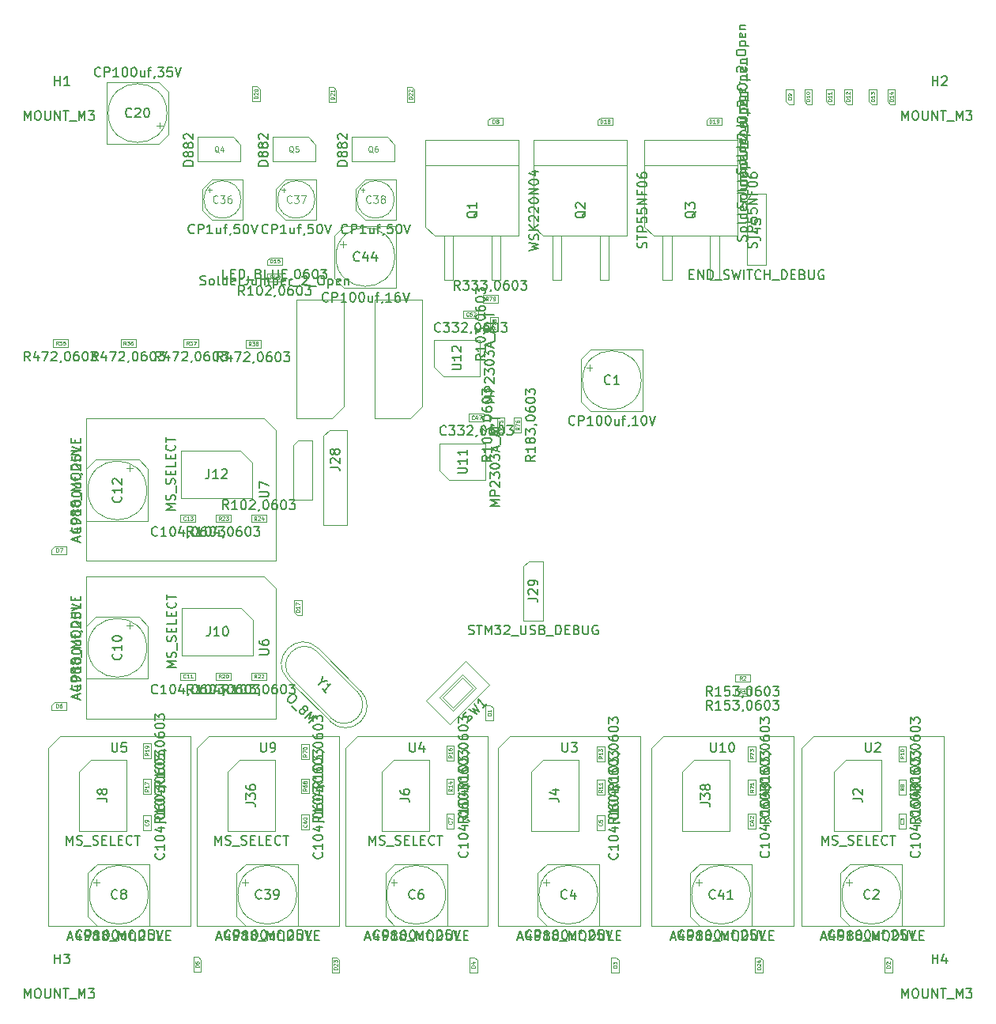
<source format=gbr>
G04 #@! TF.GenerationSoftware,KiCad,Pcbnew,5.1.2-f72e74a~84~ubuntu18.04.1*
G04 #@! TF.CreationDate,2019-05-06T19:36:47+08:00*
G04 #@! TF.ProjectId,printer-board,7072696e-7465-4722-9d62-6f6172642e6b,rev?*
G04 #@! TF.SameCoordinates,Original*
G04 #@! TF.FileFunction,Other,Fab,Top*
%FSLAX46Y46*%
G04 Gerber Fmt 4.6, Leading zero omitted, Abs format (unit mm)*
G04 Created by KiCad (PCBNEW 5.1.2-f72e74a~84~ubuntu18.04.1) date 2019-05-06 19:36:47*
%MOMM*%
%LPD*%
G04 APERTURE LIST*
%ADD10C,0.100000*%
%ADD11C,0.150000*%
%ADD12C,0.090000*%
%ADD13C,0.060000*%
%ADD14C,0.120000*%
G04 APERTURE END LIST*
D10*
X31330000Y-40965000D02*
X31965000Y-40330000D01*
X31330000Y-50490000D02*
X31330000Y-40965000D01*
X33870000Y-50490000D02*
X31330000Y-50490000D01*
X33870000Y-40330000D02*
X33870000Y-50490000D01*
X31965000Y-40330000D02*
X33870000Y-40330000D01*
X73690000Y-24250000D02*
X73690000Y-19550000D01*
X72690000Y-24250000D02*
X73690000Y-24250000D01*
X72690000Y-19550000D02*
X72690000Y-24250000D01*
X68610000Y-24250000D02*
X68610000Y-19550000D01*
X67610000Y-24250000D02*
X68610000Y-24250000D01*
X67610000Y-19550000D02*
X67610000Y-24250000D01*
X65650000Y-18550000D02*
X65650000Y-10300000D01*
X66650000Y-19550000D02*
X65650000Y-18550000D01*
X75650000Y-19550000D02*
X66650000Y-19550000D01*
X75650000Y-10300000D02*
X75650000Y-19550000D01*
X65650000Y-11974799D02*
X75650000Y-11974799D01*
X75650000Y-9300000D02*
X75650000Y-10300000D01*
X65650000Y-9300000D02*
X75650000Y-9300000D01*
X65650000Y-10300000D02*
X65650000Y-9300000D01*
X61890000Y-24250000D02*
X61890000Y-19550000D01*
X60890000Y-24250000D02*
X61890000Y-24250000D01*
X60890000Y-19550000D02*
X60890000Y-24250000D01*
X56810000Y-24250000D02*
X56810000Y-19550000D01*
X55810000Y-24250000D02*
X56810000Y-24250000D01*
X55810000Y-19550000D02*
X55810000Y-24250000D01*
X53850000Y-18550000D02*
X53850000Y-10300000D01*
X54850000Y-19550000D02*
X53850000Y-18550000D01*
X63850000Y-19550000D02*
X54850000Y-19550000D01*
X63850000Y-10300000D02*
X63850000Y-19550000D01*
X53850000Y-11974799D02*
X63850000Y-11974799D01*
X63850000Y-9300000D02*
X63850000Y-10300000D01*
X53850000Y-9300000D02*
X63850000Y-9300000D01*
X53850000Y-10300000D02*
X53850000Y-9300000D01*
X50290000Y-24250000D02*
X50290000Y-19550000D01*
X49290000Y-24250000D02*
X50290000Y-24250000D01*
X49290000Y-19550000D02*
X49290000Y-24250000D01*
X45210000Y-24250000D02*
X45210000Y-19550000D01*
X44210000Y-24250000D02*
X45210000Y-24250000D01*
X44210000Y-19550000D02*
X44210000Y-24250000D01*
X42250000Y-18550000D02*
X42250000Y-10300000D01*
X43250000Y-19550000D02*
X42250000Y-18550000D01*
X52250000Y-19550000D02*
X43250000Y-19550000D01*
X52250000Y-10300000D02*
X52250000Y-19550000D01*
X42250000Y-11974799D02*
X52250000Y-11974799D01*
X52250000Y-9300000D02*
X52250000Y-10300000D01*
X42250000Y-9300000D02*
X52250000Y-9300000D01*
X42250000Y-10300000D02*
X42250000Y-9300000D01*
X22450000Y-9770000D02*
X22450000Y-11580000D01*
X17850000Y-8980000D02*
X21660000Y-8980000D01*
X17850000Y-11580000D02*
X17850000Y-8980000D01*
X22450000Y-11580000D02*
X17850000Y-11580000D01*
X21660000Y-8980000D02*
X22450000Y-9770000D01*
X30450000Y-9770000D02*
X30450000Y-11580000D01*
X25850000Y-8980000D02*
X29660000Y-8980000D01*
X25850000Y-11580000D02*
X25850000Y-8980000D01*
X30450000Y-11580000D02*
X25850000Y-11580000D01*
X29660000Y-8980000D02*
X30450000Y-9770000D01*
X38950000Y-9770000D02*
X38950000Y-11580000D01*
X34350000Y-8980000D02*
X38160000Y-8980000D01*
X34350000Y-11580000D02*
X34350000Y-8980000D01*
X38950000Y-11580000D02*
X34350000Y-11580000D01*
X38160000Y-8980000D02*
X38950000Y-9770000D01*
X43770000Y-44669999D02*
X43770000Y-41769999D01*
X43770000Y-41769999D02*
X48670000Y-41769999D01*
X48670000Y-41769999D02*
X48670000Y-45669999D01*
X48670000Y-45669999D02*
X44770000Y-45669999D01*
X44770000Y-45669999D02*
X43770000Y-44669999D01*
X43170000Y-33570000D02*
X43170000Y-30670000D01*
X43170000Y-30670000D02*
X48070000Y-30670000D01*
X48070000Y-30670000D02*
X48070000Y-34570000D01*
X48070000Y-34570000D02*
X44170000Y-34570000D01*
X44170000Y-34570000D02*
X43170000Y-33570000D01*
X41870000Y-37800000D02*
X40600000Y-39070000D01*
X41870000Y-26370000D02*
X41870000Y-37800000D01*
X36790000Y-26370000D02*
X41870000Y-26370000D01*
X36790000Y-39070000D02*
X36790000Y-26370000D01*
X40600000Y-39070000D02*
X36790000Y-39070000D01*
X32200000Y-39070000D02*
X28390000Y-39070000D01*
X28390000Y-39070000D02*
X28390000Y-26370000D01*
X28390000Y-26370000D02*
X33470000Y-26370000D01*
X33470000Y-26370000D02*
X33470000Y-37800000D01*
X33470000Y-37800000D02*
X32200000Y-39070000D01*
X69730000Y-76900000D02*
X71000000Y-75630000D01*
X69730000Y-83250000D02*
X69730000Y-76900000D01*
X74810000Y-83250000D02*
X69730000Y-83250000D01*
X74810000Y-75630000D02*
X74810000Y-83250000D01*
X71000000Y-75630000D02*
X74810000Y-75630000D01*
X26900000Y-24400000D02*
X25300000Y-24400000D01*
X26900000Y-23600000D02*
X26900000Y-24400000D01*
X25300000Y-23600000D02*
X26900000Y-23600000D01*
X25300000Y-24400000D02*
X25300000Y-23600000D01*
X26900000Y-22650000D02*
X26900000Y-21850000D01*
X25300000Y-22650000D02*
X26900000Y-22650000D01*
X25300000Y-22150000D02*
X25300000Y-22650000D01*
X25600000Y-21850000D02*
X25300000Y-22150000D01*
X26900000Y-21850000D02*
X25600000Y-21850000D01*
X59810162Y-33355000D02*
X59810162Y-33985000D01*
X59495162Y-33670000D02*
X60125162Y-33670000D01*
X58900000Y-37300000D02*
X59900000Y-38300000D01*
X58900000Y-32700000D02*
X59900000Y-31700000D01*
X58900000Y-32700000D02*
X58900000Y-37300000D01*
X59900000Y-38300000D02*
X65500000Y-38300000D01*
X59900000Y-31700000D02*
X65500000Y-31700000D01*
X65500000Y-31700000D02*
X65500000Y-38300000D01*
X65350000Y-35000000D02*
G75*
G03X65350000Y-35000000I-3150000J0D01*
G01*
X52500000Y-39000000D02*
X52500000Y-40600000D01*
X51700000Y-39000000D02*
X52500000Y-39000000D01*
X51700000Y-40600000D02*
X51700000Y-39000000D01*
X52500000Y-40600000D02*
X51700000Y-40600000D01*
X49900000Y-40600000D02*
X49900000Y-39000000D01*
X50700000Y-40600000D02*
X49900000Y-40600000D01*
X50700000Y-39000000D02*
X50700000Y-40600000D01*
X49900000Y-39000000D02*
X50700000Y-39000000D01*
X48500000Y-39399999D02*
X46900000Y-39399999D01*
X48500000Y-38599999D02*
X48500000Y-39399999D01*
X46900000Y-38599999D02*
X48500000Y-38599999D01*
X46900000Y-39399999D02*
X46900000Y-38599999D01*
X48400000Y-25900000D02*
X50000000Y-25900000D01*
X48400000Y-26700000D02*
X48400000Y-25900000D01*
X50000000Y-26700000D02*
X48400000Y-26700000D01*
X50000000Y-25900000D02*
X50000000Y-26700000D01*
X49200000Y-29800000D02*
X49200000Y-28200000D01*
X50000000Y-29800000D02*
X49200000Y-29800000D01*
X50000000Y-28200000D02*
X50000000Y-29800000D01*
X49200000Y-28200000D02*
X50000000Y-28200000D01*
X47900000Y-28350000D02*
X46300000Y-28350000D01*
X47900000Y-27550000D02*
X47900000Y-28350000D01*
X46300000Y-27550000D02*
X47900000Y-27550000D01*
X46300000Y-28350000D02*
X46300000Y-27550000D01*
X76650000Y-15590000D02*
X77175000Y-15065000D01*
X76650000Y-22685000D02*
X76650000Y-15590000D01*
X78750000Y-22685000D02*
X76650000Y-22685000D01*
X78750000Y-15065000D02*
X78750000Y-22685000D01*
X77175000Y-15065000D02*
X78750000Y-15065000D01*
X24985000Y-39115000D02*
X26255000Y-40385000D01*
X26255000Y-40385000D02*
X26255000Y-54355000D01*
X26255000Y-54355000D02*
X5935000Y-54355000D01*
X5935000Y-54355000D02*
X5935000Y-39115000D01*
X5935000Y-39115000D02*
X24985000Y-39115000D01*
X93700000Y-77800000D02*
X93700000Y-79400000D01*
X92900000Y-77800000D02*
X93700000Y-77800000D01*
X92900000Y-79400000D02*
X92900000Y-77800000D01*
X93700000Y-79400000D02*
X92900000Y-79400000D01*
X38900000Y-15650000D02*
G75*
G03X38900000Y-15650000I-2000000J0D01*
G01*
X39050000Y-13500000D02*
X39050000Y-17800000D01*
X35750000Y-13500000D02*
X39050000Y-13500000D01*
X35750000Y-17800000D02*
X39050000Y-17800000D01*
X34750000Y-14500000D02*
X34750000Y-16800000D01*
X34750000Y-14500000D02*
X35750000Y-13500000D01*
X34750000Y-16800000D02*
X35750000Y-17800000D01*
X35325227Y-14650000D02*
X35725227Y-14650000D01*
X35525227Y-14450000D02*
X35525227Y-14850000D01*
X19125227Y-14450000D02*
X19125227Y-14850000D01*
X18925227Y-14650000D02*
X19325227Y-14650000D01*
X18350000Y-16800000D02*
X19350000Y-17800000D01*
X18350000Y-14500000D02*
X19350000Y-13500000D01*
X18350000Y-14500000D02*
X18350000Y-16800000D01*
X19350000Y-17800000D02*
X22650000Y-17800000D01*
X19350000Y-13500000D02*
X22650000Y-13500000D01*
X22650000Y-13500000D02*
X22650000Y-17800000D01*
X22500000Y-15650000D02*
G75*
G03X22500000Y-15650000I-2000000J0D01*
G01*
X30400000Y-15650000D02*
G75*
G03X30400000Y-15650000I-2000000J0D01*
G01*
X30550000Y-13500000D02*
X30550000Y-17800000D01*
X27250000Y-13500000D02*
X30550000Y-13500000D01*
X27250000Y-17800000D02*
X30550000Y-17800000D01*
X26250000Y-14500000D02*
X26250000Y-16800000D01*
X26250000Y-14500000D02*
X27250000Y-13500000D01*
X26250000Y-16800000D02*
X27250000Y-17800000D01*
X26825227Y-14650000D02*
X27225227Y-14650000D01*
X27025227Y-14450000D02*
X27025227Y-14850000D01*
X77000000Y-68800000D02*
X75400000Y-68800000D01*
X77000000Y-68000000D02*
X77000000Y-68800000D01*
X75400000Y-68000000D02*
X77000000Y-68000000D01*
X75400000Y-68800000D02*
X75400000Y-68000000D01*
X75400000Y-67300000D02*
X75400000Y-66500000D01*
X75400000Y-66500000D02*
X77000000Y-66500000D01*
X77000000Y-66500000D02*
X77000000Y-67300000D01*
X77000000Y-67300000D02*
X75400000Y-67300000D01*
X53275000Y-54365000D02*
X54850000Y-54365000D01*
X54850000Y-54365000D02*
X54850000Y-60715000D01*
X54850000Y-60715000D02*
X52750000Y-60715000D01*
X52750000Y-60715000D02*
X52750000Y-54890000D01*
X52750000Y-54890000D02*
X53275000Y-54365000D01*
X38950000Y-21800000D02*
G75*
G03X38950000Y-21800000I-3150000J0D01*
G01*
X39100000Y-18500000D02*
X39100000Y-25100000D01*
X33500000Y-18500000D02*
X39100000Y-18500000D01*
X33500000Y-25100000D02*
X39100000Y-25100000D01*
X32500000Y-19500000D02*
X32500000Y-24100000D01*
X32500000Y-19500000D02*
X33500000Y-18500000D01*
X32500000Y-24100000D02*
X33500000Y-25100000D01*
X33095162Y-20470000D02*
X33725162Y-20470000D01*
X33410162Y-20155000D02*
X33410162Y-20785000D01*
X28050000Y-41990000D02*
X28575000Y-41465000D01*
X28050000Y-47815000D02*
X28050000Y-41990000D01*
X30150000Y-47815000D02*
X28050000Y-47815000D01*
X30150000Y-41465000D02*
X30150000Y-47815000D01*
X28575000Y-41465000D02*
X30150000Y-41465000D01*
X28171615Y-58550000D02*
X28171615Y-59850000D01*
X28171615Y-59850000D02*
X28471615Y-60150000D01*
X28471615Y-60150000D02*
X28971615Y-60150000D01*
X28971615Y-60150000D02*
X28971615Y-58550000D01*
X28971615Y-58550000D02*
X28171615Y-58550000D01*
X30789322Y-63728976D02*
X35314806Y-68254459D01*
X27501276Y-67017022D02*
X32026759Y-71542506D01*
X30700934Y-64100207D02*
X34943574Y-68342847D01*
X27872507Y-66928634D02*
X32115147Y-71171274D01*
X27501276Y-67017022D02*
G75*
G02X30789322Y-63728976I1644023J1644023D01*
G01*
X32026758Y-71542505D02*
G75*
G03X35314806Y-68254459I1644024J1644023D01*
G01*
X27872506Y-66928633D02*
G75*
G02X30700934Y-64100207I1414214J1414213D01*
G01*
X32115148Y-71171275D02*
G75*
G03X34943574Y-68342847I1414213J1414214D01*
G01*
X47631444Y-67931670D02*
X45156570Y-70406544D01*
X45156570Y-70406544D02*
X43742356Y-68992330D01*
X43742356Y-68992330D02*
X46217230Y-66517456D01*
X46217230Y-66517456D02*
X47631444Y-67931670D01*
X46181875Y-66835654D02*
X44060554Y-68956975D01*
X47313246Y-67967025D02*
X45191925Y-70088346D01*
X45191925Y-70088346D02*
X44060554Y-68956975D01*
X47313246Y-67967025D02*
X46181875Y-66835654D01*
X46535428Y-65067887D02*
X42292787Y-69310528D01*
X49081013Y-67613472D02*
X44838372Y-71856113D01*
X49081013Y-67613472D02*
X46535428Y-65067887D01*
X44838372Y-71856113D02*
X42292787Y-69310528D01*
X48687867Y-71394975D02*
X49487867Y-71394975D01*
X48687867Y-69794975D02*
X48687867Y-71394975D01*
X49187867Y-69794975D02*
X48687867Y-69794975D01*
X49487867Y-70094975D02*
X49187867Y-69794975D01*
X49487867Y-71394975D02*
X49487867Y-70094975D01*
X93150000Y-90095000D02*
G75*
G03X93150000Y-90095000I-3150000J0D01*
G01*
X93300000Y-86795000D02*
X93300000Y-93395000D01*
X87700000Y-86795000D02*
X93300000Y-86795000D01*
X87700000Y-93395000D02*
X93300000Y-93395000D01*
X86700000Y-87795000D02*
X86700000Y-92395000D01*
X86700000Y-87795000D02*
X87700000Y-86795000D01*
X86700000Y-92395000D02*
X87700000Y-93395000D01*
X87295162Y-88765000D02*
X87925162Y-88765000D01*
X87610162Y-88450000D02*
X87610162Y-89080000D01*
X93700000Y-81400000D02*
X93700000Y-83000000D01*
X92900000Y-81400000D02*
X93700000Y-81400000D01*
X92900000Y-83000000D02*
X92900000Y-81400000D01*
X93700000Y-83000000D02*
X92900000Y-83000000D01*
X86030000Y-76900000D02*
X87300000Y-75630000D01*
X86030000Y-83250000D02*
X86030000Y-76900000D01*
X91110000Y-83250000D02*
X86030000Y-83250000D01*
X91110000Y-75630000D02*
X91110000Y-83250000D01*
X87300000Y-75630000D02*
X91110000Y-75630000D01*
X91435000Y-98400000D02*
X92235000Y-98400000D01*
X91435000Y-96800000D02*
X91435000Y-98400000D01*
X91935000Y-96800000D02*
X91435000Y-96800000D01*
X92235000Y-97100000D02*
X91935000Y-96800000D01*
X92235000Y-98400000D02*
X92235000Y-97100000D01*
X93700000Y-75800000D02*
X92900000Y-75800000D01*
X92900000Y-75800000D02*
X92900000Y-74200000D01*
X92900000Y-74200000D02*
X93700000Y-74200000D01*
X93700000Y-74200000D02*
X93700000Y-75800000D01*
X82535000Y-74345000D02*
X83805000Y-73075000D01*
X83805000Y-73075000D02*
X97775000Y-73075000D01*
X97775000Y-73075000D02*
X97775000Y-93395000D01*
X97775000Y-93395000D02*
X82535000Y-93395000D01*
X82535000Y-93395000D02*
X82535000Y-74345000D01*
X77050000Y-90095000D02*
G75*
G03X77050000Y-90095000I-3150000J0D01*
G01*
X77200000Y-86795000D02*
X77200000Y-93395000D01*
X71600000Y-86795000D02*
X77200000Y-86795000D01*
X71600000Y-93395000D02*
X77200000Y-93395000D01*
X70600000Y-87795000D02*
X70600000Y-92395000D01*
X70600000Y-87795000D02*
X71600000Y-86795000D01*
X70600000Y-92395000D02*
X71600000Y-93395000D01*
X71195162Y-88765000D02*
X71825162Y-88765000D01*
X71510162Y-88450000D02*
X71510162Y-89080000D01*
X77600000Y-81400000D02*
X77600000Y-83000000D01*
X76800000Y-81400000D02*
X77600000Y-81400000D01*
X76800000Y-83000000D02*
X76800000Y-81400000D01*
X77600000Y-83000000D02*
X76800000Y-83000000D01*
X77560000Y-98400000D02*
X78360000Y-98400000D01*
X77560000Y-96800000D02*
X77560000Y-98400000D01*
X78060000Y-96800000D02*
X77560000Y-96800000D01*
X78360000Y-97100000D02*
X78060000Y-96800000D01*
X78360000Y-98400000D02*
X78360000Y-97100000D01*
X77600000Y-79400000D02*
X76800000Y-79400000D01*
X76800000Y-79400000D02*
X76800000Y-77800000D01*
X76800000Y-77800000D02*
X77600000Y-77800000D01*
X77600000Y-77800000D02*
X77600000Y-79400000D01*
X77600000Y-74200000D02*
X77600000Y-75800000D01*
X76800000Y-74200000D02*
X77600000Y-74200000D01*
X76800000Y-75800000D02*
X76800000Y-74200000D01*
X77600000Y-75800000D02*
X76800000Y-75800000D01*
X66409000Y-93395000D02*
X66409000Y-74345000D01*
X81649000Y-93395000D02*
X66409000Y-93395000D01*
X81649000Y-73075000D02*
X81649000Y-93395000D01*
X67679000Y-73075000D02*
X81649000Y-73075000D01*
X66409000Y-74345000D02*
X67679000Y-73075000D01*
X60700000Y-90095000D02*
G75*
G03X60700000Y-90095000I-3150000J0D01*
G01*
X60850000Y-86795000D02*
X60850000Y-93395000D01*
X55250000Y-86795000D02*
X60850000Y-86795000D01*
X55250000Y-93395000D02*
X60850000Y-93395000D01*
X54250000Y-87795000D02*
X54250000Y-92395000D01*
X54250000Y-87795000D02*
X55250000Y-86795000D01*
X54250000Y-92395000D02*
X55250000Y-93395000D01*
X54845162Y-88765000D02*
X55475162Y-88765000D01*
X55160162Y-88450000D02*
X55160162Y-89080000D01*
X61400000Y-83200000D02*
X60600000Y-83200000D01*
X60600000Y-83200000D02*
X60600000Y-81600000D01*
X60600000Y-81600000D02*
X61400000Y-81600000D01*
X61400000Y-81600000D02*
X61400000Y-83200000D01*
X54800000Y-75630000D02*
X58610000Y-75630000D01*
X58610000Y-75630000D02*
X58610000Y-83250000D01*
X58610000Y-83250000D02*
X53530000Y-83250000D01*
X53530000Y-83250000D02*
X53530000Y-76900000D01*
X53530000Y-76900000D02*
X54800000Y-75630000D01*
X62950000Y-98405000D02*
X62950000Y-97105000D01*
X62950000Y-97105000D02*
X62650000Y-96805000D01*
X62650000Y-96805000D02*
X62150000Y-96805000D01*
X62150000Y-96805000D02*
X62150000Y-98405000D01*
X62150000Y-98405000D02*
X62950000Y-98405000D01*
X61400000Y-79400000D02*
X60600000Y-79400000D01*
X60600000Y-79400000D02*
X60600000Y-77800000D01*
X60600000Y-77800000D02*
X61400000Y-77800000D01*
X61400000Y-77800000D02*
X61400000Y-79400000D01*
X61400000Y-75800000D02*
X60600000Y-75800000D01*
X60600000Y-75800000D02*
X60600000Y-74200000D01*
X60600000Y-74200000D02*
X61400000Y-74200000D01*
X61400000Y-74200000D02*
X61400000Y-75800000D01*
X50033000Y-74345000D02*
X51303000Y-73075000D01*
X51303000Y-73075000D02*
X65273000Y-73075000D01*
X65273000Y-73075000D02*
X65273000Y-93395000D01*
X65273000Y-93395000D02*
X50033000Y-93395000D01*
X50033000Y-93395000D02*
X50033000Y-74345000D01*
X38860162Y-88450000D02*
X38860162Y-89080000D01*
X38545162Y-88765000D02*
X39175162Y-88765000D01*
X37950000Y-92395000D02*
X38950000Y-93395000D01*
X37950000Y-87795000D02*
X38950000Y-86795000D01*
X37950000Y-87795000D02*
X37950000Y-92395000D01*
X38950000Y-93395000D02*
X44550000Y-93395000D01*
X38950000Y-86795000D02*
X44550000Y-86795000D01*
X44550000Y-86795000D02*
X44550000Y-93395000D01*
X44400000Y-90095000D02*
G75*
G03X44400000Y-90095000I-3150000J0D01*
G01*
X45300000Y-81400000D02*
X45300000Y-83000000D01*
X44500000Y-81400000D02*
X45300000Y-81400000D01*
X44500000Y-83000000D02*
X44500000Y-81400000D01*
X45300000Y-83000000D02*
X44500000Y-83000000D01*
X37530000Y-76900000D02*
X38800000Y-75630000D01*
X37530000Y-83250000D02*
X37530000Y-76900000D01*
X42610000Y-83250000D02*
X37530000Y-83250000D01*
X42610000Y-75630000D02*
X42610000Y-83250000D01*
X38800000Y-75630000D02*
X42610000Y-75630000D01*
X46970000Y-98400000D02*
X47770000Y-98400000D01*
X46970000Y-96800000D02*
X46970000Y-98400000D01*
X47470000Y-96800000D02*
X46970000Y-96800000D01*
X47770000Y-97100000D02*
X47470000Y-96800000D01*
X47770000Y-98400000D02*
X47770000Y-97100000D01*
X45300000Y-79300000D02*
X44500000Y-79300000D01*
X44500000Y-79300000D02*
X44500000Y-77700000D01*
X44500000Y-77700000D02*
X45300000Y-77700000D01*
X45300000Y-77700000D02*
X45300000Y-79300000D01*
X45300000Y-75700000D02*
X44500000Y-75700000D01*
X44500000Y-75700000D02*
X44500000Y-74100000D01*
X44500000Y-74100000D02*
X45300000Y-74100000D01*
X45300000Y-74100000D02*
X45300000Y-75700000D01*
X33707000Y-74345000D02*
X34977000Y-73075000D01*
X34977000Y-73075000D02*
X48947000Y-73075000D01*
X48947000Y-73075000D02*
X48947000Y-93395000D01*
X48947000Y-93395000D02*
X33707000Y-93395000D01*
X33707000Y-93395000D02*
X33707000Y-74345000D01*
X22910162Y-88450000D02*
X22910162Y-89080000D01*
X22595162Y-88765000D02*
X23225162Y-88765000D01*
X22000000Y-92395000D02*
X23000000Y-93395000D01*
X22000000Y-87795000D02*
X23000000Y-86795000D01*
X22000000Y-87795000D02*
X22000000Y-92395000D01*
X23000000Y-93395000D02*
X28600000Y-93395000D01*
X23000000Y-86795000D02*
X28600000Y-86795000D01*
X28600000Y-86795000D02*
X28600000Y-93395000D01*
X28450000Y-90095000D02*
G75*
G03X28450000Y-90095000I-3150000J0D01*
G01*
X29750000Y-83125000D02*
X28950000Y-83125000D01*
X28950000Y-83125000D02*
X28950000Y-81525000D01*
X28950000Y-81525000D02*
X29750000Y-81525000D01*
X29750000Y-81525000D02*
X29750000Y-83125000D01*
X21030000Y-76900000D02*
X22300000Y-75630000D01*
X21030000Y-83250000D02*
X21030000Y-76900000D01*
X26110000Y-83250000D02*
X21030000Y-83250000D01*
X26110000Y-75630000D02*
X26110000Y-83250000D01*
X22300000Y-75630000D02*
X26110000Y-75630000D01*
X33000000Y-98400000D02*
X33000000Y-97100000D01*
X33000000Y-97100000D02*
X32700000Y-96800000D01*
X32700000Y-96800000D02*
X32200000Y-96800000D01*
X32200000Y-96800000D02*
X32200000Y-98400000D01*
X32200000Y-98400000D02*
X33000000Y-98400000D01*
X29750000Y-79250000D02*
X28950000Y-79250000D01*
X28950000Y-79250000D02*
X28950000Y-77650000D01*
X28950000Y-77650000D02*
X29750000Y-77650000D01*
X29750000Y-77650000D02*
X29750000Y-79250000D01*
X29750000Y-74000000D02*
X29750000Y-75600000D01*
X28950000Y-74000000D02*
X29750000Y-74000000D01*
X28950000Y-75600000D02*
X28950000Y-74000000D01*
X29750000Y-75600000D02*
X28950000Y-75600000D01*
X17731000Y-74345000D02*
X19001000Y-73075000D01*
X19001000Y-73075000D02*
X32971000Y-73075000D01*
X32971000Y-73075000D02*
X32971000Y-93395000D01*
X32971000Y-93395000D02*
X17731000Y-93395000D01*
X17731000Y-93395000D02*
X17731000Y-74345000D01*
X12550000Y-90095000D02*
G75*
G03X12550000Y-90095000I-3150000J0D01*
G01*
X12700000Y-86795000D02*
X12700000Y-93395000D01*
X7100000Y-86795000D02*
X12700000Y-86795000D01*
X7100000Y-93395000D02*
X12700000Y-93395000D01*
X6100000Y-87795000D02*
X6100000Y-92395000D01*
X6100000Y-87795000D02*
X7100000Y-86795000D01*
X6100000Y-92395000D02*
X7100000Y-93395000D01*
X6695162Y-88765000D02*
X7325162Y-88765000D01*
X7010162Y-88450000D02*
X7010162Y-89080000D01*
X12800000Y-81600000D02*
X12800000Y-83200000D01*
X12000000Y-81600000D02*
X12800000Y-81600000D01*
X12000000Y-83200000D02*
X12000000Y-81600000D01*
X12800000Y-83200000D02*
X12000000Y-83200000D01*
X5130000Y-76900000D02*
X6400000Y-75630000D01*
X5130000Y-83250000D02*
X5130000Y-76900000D01*
X10210000Y-83250000D02*
X5130000Y-83250000D01*
X10210000Y-75630000D02*
X10210000Y-83250000D01*
X6400000Y-75630000D02*
X10210000Y-75630000D01*
X18200000Y-98355000D02*
X18200000Y-97055000D01*
X18200000Y-97055000D02*
X17900000Y-96755000D01*
X17900000Y-96755000D02*
X17400000Y-96755000D01*
X17400000Y-96755000D02*
X17400000Y-98355000D01*
X17400000Y-98355000D02*
X18200000Y-98355000D01*
X12800000Y-73850000D02*
X12800000Y-75450000D01*
X12000000Y-73850000D02*
X12800000Y-73850000D01*
X12000000Y-75450000D02*
X12000000Y-73850000D01*
X12800000Y-75450000D02*
X12000000Y-75450000D01*
X12800000Y-77725000D02*
X12800000Y-79325000D01*
X12000000Y-77725000D02*
X12800000Y-77725000D01*
X12000000Y-79325000D02*
X12000000Y-77725000D01*
X12800000Y-79325000D02*
X12000000Y-79325000D01*
X1805000Y-93395000D02*
X1805000Y-74345000D01*
X17045000Y-93395000D02*
X1805000Y-93395000D01*
X17045000Y-73075000D02*
X17045000Y-93395000D01*
X3075000Y-73075000D02*
X17045000Y-73075000D01*
X1805000Y-74345000D02*
X3075000Y-73075000D01*
X10880000Y-61260162D02*
X10250000Y-61260162D01*
X10565000Y-60945162D02*
X10565000Y-61575162D01*
X6935000Y-60350000D02*
X5935000Y-61350000D01*
X11535000Y-60350000D02*
X12535000Y-61350000D01*
X11535000Y-60350000D02*
X6935000Y-60350000D01*
X5935000Y-61350000D02*
X5935000Y-66950000D01*
X12535000Y-61350000D02*
X12535000Y-66950000D01*
X12535000Y-66950000D02*
X5935000Y-66950000D01*
X12385000Y-63650000D02*
G75*
G03X12385000Y-63650000I-3150000J0D01*
G01*
X17600000Y-67100000D02*
X16000000Y-67100000D01*
X17600000Y-66300000D02*
X17600000Y-67100000D01*
X16000000Y-66300000D02*
X17600000Y-66300000D01*
X16000000Y-67100000D02*
X16000000Y-66300000D01*
X23770000Y-60650000D02*
X23770000Y-64460000D01*
X23770000Y-64460000D02*
X16150000Y-64460000D01*
X16150000Y-64460000D02*
X16150000Y-59380000D01*
X16150000Y-59380000D02*
X22500000Y-59380000D01*
X22500000Y-59380000D02*
X23770000Y-60650000D01*
X3800000Y-70300000D02*
X3800000Y-69500000D01*
X2200000Y-70300000D02*
X3800000Y-70300000D01*
X2200000Y-69800000D02*
X2200000Y-70300000D01*
X2500000Y-69500000D02*
X2200000Y-69800000D01*
X3800000Y-69500000D02*
X2500000Y-69500000D01*
X23600000Y-67100000D02*
X23600000Y-66300000D01*
X23600000Y-66300000D02*
X25200000Y-66300000D01*
X25200000Y-66300000D02*
X25200000Y-67100000D01*
X25200000Y-67100000D02*
X23600000Y-67100000D01*
X19800000Y-67100000D02*
X19800000Y-66300000D01*
X19800000Y-66300000D02*
X21400000Y-66300000D01*
X21400000Y-66300000D02*
X21400000Y-67100000D01*
X21400000Y-67100000D02*
X19800000Y-67100000D01*
X5935000Y-55995000D02*
X24985000Y-55995000D01*
X5935000Y-71235000D02*
X5935000Y-55995000D01*
X26255000Y-71235000D02*
X5935000Y-71235000D01*
X26255000Y-57265000D02*
X26255000Y-71235000D01*
X24985000Y-55995000D02*
X26255000Y-57265000D01*
X12385000Y-46800000D02*
G75*
G03X12385000Y-46800000I-3150000J0D01*
G01*
X12535000Y-50100000D02*
X5935000Y-50100000D01*
X12535000Y-44500000D02*
X12535000Y-50100000D01*
X5935000Y-44500000D02*
X5935000Y-50100000D01*
X11535000Y-43500000D02*
X6935000Y-43500000D01*
X11535000Y-43500000D02*
X12535000Y-44500000D01*
X6935000Y-43500000D02*
X5935000Y-44500000D01*
X10565000Y-44095162D02*
X10565000Y-44725162D01*
X10880000Y-44410162D02*
X10250000Y-44410162D01*
X17600000Y-50200000D02*
X16000000Y-50200000D01*
X17600000Y-49400000D02*
X17600000Y-50200000D01*
X16000000Y-49400000D02*
X17600000Y-49400000D01*
X16000000Y-50200000D02*
X16000000Y-49400000D01*
X23670000Y-43800000D02*
X23670000Y-47610000D01*
X23670000Y-47610000D02*
X16050000Y-47610000D01*
X16050000Y-47610000D02*
X16050000Y-42530000D01*
X16050000Y-42530000D02*
X22400000Y-42530000D01*
X22400000Y-42530000D02*
X23670000Y-43800000D01*
X3800000Y-52800000D02*
X2500000Y-52800000D01*
X2500000Y-52800000D02*
X2200000Y-53100000D01*
X2200000Y-53100000D02*
X2200000Y-53600000D01*
X2200000Y-53600000D02*
X3800000Y-53600000D01*
X3800000Y-53600000D02*
X3800000Y-52800000D01*
X23600000Y-49400000D02*
X25200000Y-49400000D01*
X23600000Y-50200000D02*
X23600000Y-49400000D01*
X25200000Y-50200000D02*
X23600000Y-50200000D01*
X25200000Y-49400000D02*
X25200000Y-50200000D01*
X19800000Y-50200000D02*
X19800000Y-49400000D01*
X19800000Y-49400000D02*
X21400000Y-49400000D01*
X21400000Y-49400000D02*
X21400000Y-50200000D01*
X21400000Y-50200000D02*
X19800000Y-50200000D01*
X50550000Y-6900000D02*
X49250000Y-6900000D01*
X49250000Y-6900000D02*
X48950000Y-7200000D01*
X48950000Y-7200000D02*
X48950000Y-7700000D01*
X48950000Y-7700000D02*
X50550000Y-7700000D01*
X50550000Y-7700000D02*
X50550000Y-6900000D01*
X62275000Y-6900000D02*
X60975000Y-6900000D01*
X60975000Y-6900000D02*
X60675000Y-7200000D01*
X60675000Y-7200000D02*
X60675000Y-7700000D01*
X60675000Y-7700000D02*
X62275000Y-7700000D01*
X62275000Y-7700000D02*
X62275000Y-6900000D01*
X73950000Y-7700000D02*
X73950000Y-6900000D01*
X72350000Y-7700000D02*
X73950000Y-7700000D01*
X72350000Y-7200000D02*
X72350000Y-7700000D01*
X72650000Y-6900000D02*
X72350000Y-7200000D01*
X73950000Y-6900000D02*
X72650000Y-6900000D01*
X17950000Y-31450000D02*
X16350000Y-31450000D01*
X17950000Y-30650000D02*
X17950000Y-31450000D01*
X16350000Y-30650000D02*
X17950000Y-30650000D01*
X16350000Y-31450000D02*
X16350000Y-30650000D01*
X23006575Y-31506638D02*
X23006575Y-30706638D01*
X23006575Y-30706638D02*
X24606575Y-30706638D01*
X24606575Y-30706638D02*
X24606575Y-31506638D01*
X24606575Y-31506638D02*
X23006575Y-31506638D01*
X9600000Y-31450000D02*
X9600000Y-30650000D01*
X9600000Y-30650000D02*
X11200000Y-30650000D01*
X11200000Y-30650000D02*
X11200000Y-31450000D01*
X11200000Y-31450000D02*
X9600000Y-31450000D01*
X3950000Y-31450000D02*
X2350000Y-31450000D01*
X3950000Y-30650000D02*
X3950000Y-31450000D01*
X2350000Y-30650000D02*
X3950000Y-30650000D01*
X2350000Y-31450000D02*
X2350000Y-30650000D01*
X24500000Y-5122500D02*
X24500000Y-3822500D01*
X24500000Y-3822500D02*
X24200000Y-3522500D01*
X24200000Y-3522500D02*
X23700000Y-3522500D01*
X23700000Y-3522500D02*
X23700000Y-5122500D01*
X23700000Y-5122500D02*
X24500000Y-5122500D01*
X31875000Y-5222500D02*
X32675000Y-5222500D01*
X31875000Y-3622500D02*
X31875000Y-5222500D01*
X32375000Y-3622500D02*
X31875000Y-3622500D01*
X32675000Y-3922500D02*
X32375000Y-3622500D01*
X32675000Y-5222500D02*
X32675000Y-3922500D01*
X41050000Y-5200000D02*
X41050000Y-3900000D01*
X41050000Y-3900000D02*
X40750000Y-3600000D01*
X40750000Y-3600000D02*
X40250000Y-3600000D01*
X40250000Y-3600000D02*
X40250000Y-5200000D01*
X40250000Y-5200000D02*
X41050000Y-5200000D01*
X14550000Y-6400000D02*
G75*
G03X14550000Y-6400000I-3150000J0D01*
G01*
X8100000Y-9700000D02*
X8100000Y-3100000D01*
X13700000Y-9700000D02*
X8100000Y-9700000D01*
X13700000Y-3100000D02*
X8100000Y-3100000D01*
X14700000Y-8700000D02*
X14700000Y-4100000D01*
X14700000Y-8700000D02*
X13700000Y-9700000D01*
X14700000Y-4100000D02*
X13700000Y-3100000D01*
X14104838Y-7730000D02*
X13474838Y-7730000D01*
X13789838Y-8045000D02*
X13789838Y-7415000D01*
X92540000Y-3850000D02*
X91740000Y-3850000D01*
X92540000Y-5450000D02*
X92540000Y-3850000D01*
X92040000Y-5450000D02*
X92540000Y-5450000D01*
X91740000Y-5150000D02*
X92040000Y-5450000D01*
X91740000Y-3850000D02*
X91740000Y-5150000D01*
X90550000Y-3855000D02*
X89750000Y-3855000D01*
X90550000Y-5455000D02*
X90550000Y-3855000D01*
X90050000Y-5455000D02*
X90550000Y-5455000D01*
X89750000Y-5155000D02*
X90050000Y-5455000D01*
X89750000Y-3855000D02*
X89750000Y-5155000D01*
X87910000Y-3845000D02*
X87110000Y-3845000D01*
X87910000Y-5445000D02*
X87910000Y-3845000D01*
X87410000Y-5445000D02*
X87910000Y-5445000D01*
X87110000Y-5145000D02*
X87410000Y-5445000D01*
X87110000Y-3845000D02*
X87110000Y-5145000D01*
X85960000Y-3845000D02*
X85160000Y-3845000D01*
X85960000Y-5445000D02*
X85960000Y-3845000D01*
X85460000Y-5445000D02*
X85960000Y-5445000D01*
X85160000Y-5145000D02*
X85460000Y-5445000D01*
X85160000Y-3845000D02*
X85160000Y-5145000D01*
X83620000Y-3825000D02*
X82820000Y-3825000D01*
X83620000Y-5425000D02*
X83620000Y-3825000D01*
X83120000Y-5425000D02*
X83620000Y-5425000D01*
X82820000Y-5125000D02*
X83120000Y-5425000D01*
X82820000Y-3825000D02*
X82820000Y-5125000D01*
X81670000Y-3830000D02*
X80870000Y-3830000D01*
X81670000Y-5430000D02*
X81670000Y-3830000D01*
X81170000Y-5430000D02*
X81670000Y-5430000D01*
X80870000Y-5130000D02*
X81170000Y-5430000D01*
X80870000Y-3830000D02*
X80870000Y-5130000D01*
D11*
X76604761Y-20076190D02*
X76652380Y-19933333D01*
X76652380Y-19695238D01*
X76604761Y-19600000D01*
X76557142Y-19552380D01*
X76461904Y-19504761D01*
X76366666Y-19504761D01*
X76271428Y-19552380D01*
X76223809Y-19600000D01*
X76176190Y-19695238D01*
X76128571Y-19885714D01*
X76080952Y-19980952D01*
X76033333Y-20028571D01*
X75938095Y-20076190D01*
X75842857Y-20076190D01*
X75747619Y-20028571D01*
X75700000Y-19980952D01*
X75652380Y-19885714D01*
X75652380Y-19647619D01*
X75700000Y-19504761D01*
X76652380Y-18933333D02*
X76604761Y-19028571D01*
X76557142Y-19076190D01*
X76461904Y-19123809D01*
X76176190Y-19123809D01*
X76080952Y-19076190D01*
X76033333Y-19028571D01*
X75985714Y-18933333D01*
X75985714Y-18790476D01*
X76033333Y-18695238D01*
X76080952Y-18647619D01*
X76176190Y-18600000D01*
X76461904Y-18600000D01*
X76557142Y-18647619D01*
X76604761Y-18695238D01*
X76652380Y-18790476D01*
X76652380Y-18933333D01*
X76652380Y-18028571D02*
X76604761Y-18123809D01*
X76509523Y-18171428D01*
X75652380Y-18171428D01*
X76652380Y-17219047D02*
X75652380Y-17219047D01*
X76604761Y-17219047D02*
X76652380Y-17314285D01*
X76652380Y-17504761D01*
X76604761Y-17600000D01*
X76557142Y-17647619D01*
X76461904Y-17695238D01*
X76176190Y-17695238D01*
X76080952Y-17647619D01*
X76033333Y-17600000D01*
X75985714Y-17504761D01*
X75985714Y-17314285D01*
X76033333Y-17219047D01*
X76604761Y-16361904D02*
X76652380Y-16457142D01*
X76652380Y-16647619D01*
X76604761Y-16742857D01*
X76509523Y-16790476D01*
X76128571Y-16790476D01*
X76033333Y-16742857D01*
X75985714Y-16647619D01*
X75985714Y-16457142D01*
X76033333Y-16361904D01*
X76128571Y-16314285D01*
X76223809Y-16314285D01*
X76319047Y-16790476D01*
X76652380Y-15885714D02*
X75985714Y-15885714D01*
X76176190Y-15885714D02*
X76080952Y-15838095D01*
X76033333Y-15790476D01*
X75985714Y-15695238D01*
X75985714Y-15600000D01*
X75652380Y-14980952D02*
X76366666Y-14980952D01*
X76509523Y-15028571D01*
X76604761Y-15123809D01*
X76652380Y-15266666D01*
X76652380Y-15361904D01*
X75985714Y-14076190D02*
X76652380Y-14076190D01*
X75985714Y-14504761D02*
X76509523Y-14504761D01*
X76604761Y-14457142D01*
X76652380Y-14361904D01*
X76652380Y-14219047D01*
X76604761Y-14123809D01*
X76557142Y-14076190D01*
X76652380Y-13600000D02*
X75985714Y-13600000D01*
X76080952Y-13600000D02*
X76033333Y-13552380D01*
X75985714Y-13457142D01*
X75985714Y-13314285D01*
X76033333Y-13219047D01*
X76128571Y-13171428D01*
X76652380Y-13171428D01*
X76128571Y-13171428D02*
X76033333Y-13123809D01*
X75985714Y-13028571D01*
X75985714Y-12885714D01*
X76033333Y-12790476D01*
X76128571Y-12742857D01*
X76652380Y-12742857D01*
X75985714Y-12266666D02*
X76985714Y-12266666D01*
X76033333Y-12266666D02*
X75985714Y-12171428D01*
X75985714Y-11980952D01*
X76033333Y-11885714D01*
X76080952Y-11838095D01*
X76176190Y-11790476D01*
X76461904Y-11790476D01*
X76557142Y-11838095D01*
X76604761Y-11885714D01*
X76652380Y-11980952D01*
X76652380Y-12171428D01*
X76604761Y-12266666D01*
X76604761Y-10980952D02*
X76652380Y-11076190D01*
X76652380Y-11266666D01*
X76604761Y-11361904D01*
X76509523Y-11409523D01*
X76128571Y-11409523D01*
X76033333Y-11361904D01*
X75985714Y-11266666D01*
X75985714Y-11076190D01*
X76033333Y-10980952D01*
X76128571Y-10933333D01*
X76223809Y-10933333D01*
X76319047Y-11409523D01*
X76652380Y-10504761D02*
X75985714Y-10504761D01*
X76176190Y-10504761D02*
X76080952Y-10457142D01*
X76033333Y-10409523D01*
X75985714Y-10314285D01*
X75985714Y-10219047D01*
X76747619Y-10123809D02*
X76747619Y-9361904D01*
X75747619Y-9171428D02*
X75700000Y-9123809D01*
X75652380Y-9028571D01*
X75652380Y-8790476D01*
X75700000Y-8695238D01*
X75747619Y-8647619D01*
X75842857Y-8600000D01*
X75938095Y-8600000D01*
X76080952Y-8647619D01*
X76652380Y-9219047D01*
X76652380Y-8600000D01*
X76747619Y-8409523D02*
X76747619Y-7647619D01*
X75652380Y-7219047D02*
X75652380Y-7028571D01*
X75700000Y-6933333D01*
X75795238Y-6838095D01*
X75985714Y-6790476D01*
X76319047Y-6790476D01*
X76509523Y-6838095D01*
X76604761Y-6933333D01*
X76652380Y-7028571D01*
X76652380Y-7219047D01*
X76604761Y-7314285D01*
X76509523Y-7409523D01*
X76319047Y-7457142D01*
X75985714Y-7457142D01*
X75795238Y-7409523D01*
X75700000Y-7314285D01*
X75652380Y-7219047D01*
X75985714Y-6361904D02*
X76985714Y-6361904D01*
X76033333Y-6361904D02*
X75985714Y-6266666D01*
X75985714Y-6076190D01*
X76033333Y-5980952D01*
X76080952Y-5933333D01*
X76176190Y-5885714D01*
X76461904Y-5885714D01*
X76557142Y-5933333D01*
X76604761Y-5980952D01*
X76652380Y-6076190D01*
X76652380Y-6266666D01*
X76604761Y-6361904D01*
X76604761Y-5076190D02*
X76652380Y-5171428D01*
X76652380Y-5361904D01*
X76604761Y-5457142D01*
X76509523Y-5504761D01*
X76128571Y-5504761D01*
X76033333Y-5457142D01*
X75985714Y-5361904D01*
X75985714Y-5171428D01*
X76033333Y-5076190D01*
X76128571Y-5028571D01*
X76223809Y-5028571D01*
X76319047Y-5504761D01*
X75985714Y-4600000D02*
X76652380Y-4600000D01*
X76080952Y-4600000D02*
X76033333Y-4552380D01*
X75985714Y-4457142D01*
X75985714Y-4314285D01*
X76033333Y-4219047D01*
X76128571Y-4171428D01*
X76652380Y-4171428D01*
X76604761Y-16576190D02*
X76652380Y-16433333D01*
X76652380Y-16195238D01*
X76604761Y-16100000D01*
X76557142Y-16052380D01*
X76461904Y-16004761D01*
X76366666Y-16004761D01*
X76271428Y-16052380D01*
X76223809Y-16100000D01*
X76176190Y-16195238D01*
X76128571Y-16385714D01*
X76080952Y-16480952D01*
X76033333Y-16528571D01*
X75938095Y-16576190D01*
X75842857Y-16576190D01*
X75747619Y-16528571D01*
X75700000Y-16480952D01*
X75652380Y-16385714D01*
X75652380Y-16147619D01*
X75700000Y-16004761D01*
X76652380Y-15433333D02*
X76604761Y-15528571D01*
X76557142Y-15576190D01*
X76461904Y-15623809D01*
X76176190Y-15623809D01*
X76080952Y-15576190D01*
X76033333Y-15528571D01*
X75985714Y-15433333D01*
X75985714Y-15290476D01*
X76033333Y-15195238D01*
X76080952Y-15147619D01*
X76176190Y-15100000D01*
X76461904Y-15100000D01*
X76557142Y-15147619D01*
X76604761Y-15195238D01*
X76652380Y-15290476D01*
X76652380Y-15433333D01*
X76652380Y-14528571D02*
X76604761Y-14623809D01*
X76509523Y-14671428D01*
X75652380Y-14671428D01*
X76652380Y-13719047D02*
X75652380Y-13719047D01*
X76604761Y-13719047D02*
X76652380Y-13814285D01*
X76652380Y-14004761D01*
X76604761Y-14100000D01*
X76557142Y-14147619D01*
X76461904Y-14195238D01*
X76176190Y-14195238D01*
X76080952Y-14147619D01*
X76033333Y-14100000D01*
X75985714Y-14004761D01*
X75985714Y-13814285D01*
X76033333Y-13719047D01*
X76604761Y-12861904D02*
X76652380Y-12957142D01*
X76652380Y-13147619D01*
X76604761Y-13242857D01*
X76509523Y-13290476D01*
X76128571Y-13290476D01*
X76033333Y-13242857D01*
X75985714Y-13147619D01*
X75985714Y-12957142D01*
X76033333Y-12861904D01*
X76128571Y-12814285D01*
X76223809Y-12814285D01*
X76319047Y-13290476D01*
X76652380Y-12385714D02*
X75985714Y-12385714D01*
X76176190Y-12385714D02*
X76080952Y-12338095D01*
X76033333Y-12290476D01*
X75985714Y-12195238D01*
X75985714Y-12100000D01*
X75652380Y-11480952D02*
X76366666Y-11480952D01*
X76509523Y-11528571D01*
X76604761Y-11623809D01*
X76652380Y-11766666D01*
X76652380Y-11861904D01*
X75985714Y-10576190D02*
X76652380Y-10576190D01*
X75985714Y-11004761D02*
X76509523Y-11004761D01*
X76604761Y-10957142D01*
X76652380Y-10861904D01*
X76652380Y-10719047D01*
X76604761Y-10623809D01*
X76557142Y-10576190D01*
X76652380Y-10100000D02*
X75985714Y-10100000D01*
X76080952Y-10100000D02*
X76033333Y-10052380D01*
X75985714Y-9957142D01*
X75985714Y-9814285D01*
X76033333Y-9719047D01*
X76128571Y-9671428D01*
X76652380Y-9671428D01*
X76128571Y-9671428D02*
X76033333Y-9623809D01*
X75985714Y-9528571D01*
X75985714Y-9385714D01*
X76033333Y-9290476D01*
X76128571Y-9242857D01*
X76652380Y-9242857D01*
X75985714Y-8766666D02*
X76985714Y-8766666D01*
X76033333Y-8766666D02*
X75985714Y-8671428D01*
X75985714Y-8480952D01*
X76033333Y-8385714D01*
X76080952Y-8338095D01*
X76176190Y-8290476D01*
X76461904Y-8290476D01*
X76557142Y-8338095D01*
X76604761Y-8385714D01*
X76652380Y-8480952D01*
X76652380Y-8671428D01*
X76604761Y-8766666D01*
X76604761Y-7480952D02*
X76652380Y-7576190D01*
X76652380Y-7766666D01*
X76604761Y-7861904D01*
X76509523Y-7909523D01*
X76128571Y-7909523D01*
X76033333Y-7861904D01*
X75985714Y-7766666D01*
X75985714Y-7576190D01*
X76033333Y-7480952D01*
X76128571Y-7433333D01*
X76223809Y-7433333D01*
X76319047Y-7909523D01*
X76652380Y-7004761D02*
X75985714Y-7004761D01*
X76176190Y-7004761D02*
X76080952Y-6957142D01*
X76033333Y-6909523D01*
X75985714Y-6814285D01*
X75985714Y-6719047D01*
X76747619Y-6623809D02*
X76747619Y-5861904D01*
X75747619Y-5671428D02*
X75700000Y-5623809D01*
X75652380Y-5528571D01*
X75652380Y-5290476D01*
X75700000Y-5195238D01*
X75747619Y-5147619D01*
X75842857Y-5100000D01*
X75938095Y-5100000D01*
X76080952Y-5147619D01*
X76652380Y-5719047D01*
X76652380Y-5100000D01*
X76747619Y-4909523D02*
X76747619Y-4147619D01*
X75652380Y-3719047D02*
X75652380Y-3528571D01*
X75700000Y-3433333D01*
X75795238Y-3338095D01*
X75985714Y-3290476D01*
X76319047Y-3290476D01*
X76509523Y-3338095D01*
X76604761Y-3433333D01*
X76652380Y-3528571D01*
X76652380Y-3719047D01*
X76604761Y-3814285D01*
X76509523Y-3909523D01*
X76319047Y-3957142D01*
X75985714Y-3957142D01*
X75795238Y-3909523D01*
X75700000Y-3814285D01*
X75652380Y-3719047D01*
X75985714Y-2861904D02*
X76985714Y-2861904D01*
X76033333Y-2861904D02*
X75985714Y-2766666D01*
X75985714Y-2576190D01*
X76033333Y-2480952D01*
X76080952Y-2433333D01*
X76176190Y-2385714D01*
X76461904Y-2385714D01*
X76557142Y-2433333D01*
X76604761Y-2480952D01*
X76652380Y-2576190D01*
X76652380Y-2766666D01*
X76604761Y-2861904D01*
X76604761Y-1576190D02*
X76652380Y-1671428D01*
X76652380Y-1861904D01*
X76604761Y-1957142D01*
X76509523Y-2004761D01*
X76128571Y-2004761D01*
X76033333Y-1957142D01*
X75985714Y-1861904D01*
X75985714Y-1671428D01*
X76033333Y-1576190D01*
X76128571Y-1528571D01*
X76223809Y-1528571D01*
X76319047Y-2004761D01*
X75985714Y-1100000D02*
X76652380Y-1100000D01*
X76080952Y-1100000D02*
X76033333Y-1052380D01*
X75985714Y-957142D01*
X75985714Y-814285D01*
X76033333Y-719047D01*
X76128571Y-671428D01*
X76652380Y-671428D01*
X-714285Y-7152380D02*
X-714285Y-6152380D01*
X-380952Y-6866666D01*
X-47619Y-6152380D01*
X-47619Y-7152380D01*
X619047Y-6152380D02*
X809523Y-6152380D01*
X904761Y-6200000D01*
X1000000Y-6295238D01*
X1047619Y-6485714D01*
X1047619Y-6819047D01*
X1000000Y-7009523D01*
X904761Y-7104761D01*
X809523Y-7152380D01*
X619047Y-7152380D01*
X523809Y-7104761D01*
X428571Y-7009523D01*
X380952Y-6819047D01*
X380952Y-6485714D01*
X428571Y-6295238D01*
X523809Y-6200000D01*
X619047Y-6152380D01*
X1476190Y-6152380D02*
X1476190Y-6961904D01*
X1523809Y-7057142D01*
X1571428Y-7104761D01*
X1666666Y-7152380D01*
X1857142Y-7152380D01*
X1952380Y-7104761D01*
X2000000Y-7057142D01*
X2047619Y-6961904D01*
X2047619Y-6152380D01*
X2523809Y-7152380D02*
X2523809Y-6152380D01*
X3095238Y-7152380D01*
X3095238Y-6152380D01*
X3428571Y-6152380D02*
X4000000Y-6152380D01*
X3714285Y-7152380D02*
X3714285Y-6152380D01*
X4095238Y-7247619D02*
X4857142Y-7247619D01*
X5095238Y-7152380D02*
X5095238Y-6152380D01*
X5428571Y-6866666D01*
X5761904Y-6152380D01*
X5761904Y-7152380D01*
X6142857Y-6152380D02*
X6761904Y-6152380D01*
X6428571Y-6533333D01*
X6571428Y-6533333D01*
X6666666Y-6580952D01*
X6714285Y-6628571D01*
X6761904Y-6723809D01*
X6761904Y-6961904D01*
X6714285Y-7057142D01*
X6666666Y-7104761D01*
X6571428Y-7152380D01*
X6285714Y-7152380D01*
X6190476Y-7104761D01*
X6142857Y-7057142D01*
X2538095Y-3452380D02*
X2538095Y-2452380D01*
X2538095Y-2928571D02*
X3109523Y-2928571D01*
X3109523Y-3452380D02*
X3109523Y-2452380D01*
X4109523Y-3452380D02*
X3538095Y-3452380D01*
X3823809Y-3452380D02*
X3823809Y-2452380D01*
X3728571Y-2595238D01*
X3633333Y-2690476D01*
X3538095Y-2738095D01*
X93285714Y-7152380D02*
X93285714Y-6152380D01*
X93619047Y-6866666D01*
X93952380Y-6152380D01*
X93952380Y-7152380D01*
X94619047Y-6152380D02*
X94809523Y-6152380D01*
X94904761Y-6200000D01*
X95000000Y-6295238D01*
X95047619Y-6485714D01*
X95047619Y-6819047D01*
X95000000Y-7009523D01*
X94904761Y-7104761D01*
X94809523Y-7152380D01*
X94619047Y-7152380D01*
X94523809Y-7104761D01*
X94428571Y-7009523D01*
X94380952Y-6819047D01*
X94380952Y-6485714D01*
X94428571Y-6295238D01*
X94523809Y-6200000D01*
X94619047Y-6152380D01*
X95476190Y-6152380D02*
X95476190Y-6961904D01*
X95523809Y-7057142D01*
X95571428Y-7104761D01*
X95666666Y-7152380D01*
X95857142Y-7152380D01*
X95952380Y-7104761D01*
X96000000Y-7057142D01*
X96047619Y-6961904D01*
X96047619Y-6152380D01*
X96523809Y-7152380D02*
X96523809Y-6152380D01*
X97095238Y-7152380D01*
X97095238Y-6152380D01*
X97428571Y-6152380D02*
X98000000Y-6152380D01*
X97714285Y-7152380D02*
X97714285Y-6152380D01*
X98095238Y-7247619D02*
X98857142Y-7247619D01*
X99095238Y-7152380D02*
X99095238Y-6152380D01*
X99428571Y-6866666D01*
X99761904Y-6152380D01*
X99761904Y-7152380D01*
X100142857Y-6152380D02*
X100761904Y-6152380D01*
X100428571Y-6533333D01*
X100571428Y-6533333D01*
X100666666Y-6580952D01*
X100714285Y-6628571D01*
X100761904Y-6723809D01*
X100761904Y-6961904D01*
X100714285Y-7057142D01*
X100666666Y-7104761D01*
X100571428Y-7152380D01*
X100285714Y-7152380D01*
X100190476Y-7104761D01*
X100142857Y-7057142D01*
X96538095Y-3452380D02*
X96538095Y-2452380D01*
X96538095Y-2928571D02*
X97109523Y-2928571D01*
X97109523Y-3452380D02*
X97109523Y-2452380D01*
X97538095Y-2547619D02*
X97585714Y-2500000D01*
X97680952Y-2452380D01*
X97919047Y-2452380D01*
X98014285Y-2500000D01*
X98061904Y-2547619D01*
X98109523Y-2642857D01*
X98109523Y-2738095D01*
X98061904Y-2880952D01*
X97490476Y-3452380D01*
X98109523Y-3452380D01*
X-714285Y-101152380D02*
X-714285Y-100152380D01*
X-380952Y-100866666D01*
X-47619Y-100152380D01*
X-47619Y-101152380D01*
X619047Y-100152380D02*
X809523Y-100152380D01*
X904761Y-100200000D01*
X1000000Y-100295238D01*
X1047619Y-100485714D01*
X1047619Y-100819047D01*
X1000000Y-101009523D01*
X904761Y-101104761D01*
X809523Y-101152380D01*
X619047Y-101152380D01*
X523809Y-101104761D01*
X428571Y-101009523D01*
X380952Y-100819047D01*
X380952Y-100485714D01*
X428571Y-100295238D01*
X523809Y-100200000D01*
X619047Y-100152380D01*
X1476190Y-100152380D02*
X1476190Y-100961904D01*
X1523809Y-101057142D01*
X1571428Y-101104761D01*
X1666666Y-101152380D01*
X1857142Y-101152380D01*
X1952380Y-101104761D01*
X2000000Y-101057142D01*
X2047619Y-100961904D01*
X2047619Y-100152380D01*
X2523809Y-101152380D02*
X2523809Y-100152380D01*
X3095238Y-101152380D01*
X3095238Y-100152380D01*
X3428571Y-100152380D02*
X4000000Y-100152380D01*
X3714285Y-101152380D02*
X3714285Y-100152380D01*
X4095238Y-101247619D02*
X4857142Y-101247619D01*
X5095238Y-101152380D02*
X5095238Y-100152380D01*
X5428571Y-100866666D01*
X5761904Y-100152380D01*
X5761904Y-101152380D01*
X6142857Y-100152380D02*
X6761904Y-100152380D01*
X6428571Y-100533333D01*
X6571428Y-100533333D01*
X6666666Y-100580952D01*
X6714285Y-100628571D01*
X6761904Y-100723809D01*
X6761904Y-100961904D01*
X6714285Y-101057142D01*
X6666666Y-101104761D01*
X6571428Y-101152380D01*
X6285714Y-101152380D01*
X6190476Y-101104761D01*
X6142857Y-101057142D01*
X2538095Y-97452380D02*
X2538095Y-96452380D01*
X2538095Y-96928571D02*
X3109523Y-96928571D01*
X3109523Y-97452380D02*
X3109523Y-96452380D01*
X3490476Y-96452380D02*
X4109523Y-96452380D01*
X3776190Y-96833333D01*
X3919047Y-96833333D01*
X4014285Y-96880952D01*
X4061904Y-96928571D01*
X4109523Y-97023809D01*
X4109523Y-97261904D01*
X4061904Y-97357142D01*
X4014285Y-97404761D01*
X3919047Y-97452380D01*
X3633333Y-97452380D01*
X3538095Y-97404761D01*
X3490476Y-97357142D01*
X93285714Y-101152380D02*
X93285714Y-100152380D01*
X93619047Y-100866666D01*
X93952380Y-100152380D01*
X93952380Y-101152380D01*
X94619047Y-100152380D02*
X94809523Y-100152380D01*
X94904761Y-100200000D01*
X95000000Y-100295238D01*
X95047619Y-100485714D01*
X95047619Y-100819047D01*
X95000000Y-101009523D01*
X94904761Y-101104761D01*
X94809523Y-101152380D01*
X94619047Y-101152380D01*
X94523809Y-101104761D01*
X94428571Y-101009523D01*
X94380952Y-100819047D01*
X94380952Y-100485714D01*
X94428571Y-100295238D01*
X94523809Y-100200000D01*
X94619047Y-100152380D01*
X95476190Y-100152380D02*
X95476190Y-100961904D01*
X95523809Y-101057142D01*
X95571428Y-101104761D01*
X95666666Y-101152380D01*
X95857142Y-101152380D01*
X95952380Y-101104761D01*
X96000000Y-101057142D01*
X96047619Y-100961904D01*
X96047619Y-100152380D01*
X96523809Y-101152380D02*
X96523809Y-100152380D01*
X97095238Y-101152380D01*
X97095238Y-100152380D01*
X97428571Y-100152380D02*
X98000000Y-100152380D01*
X97714285Y-101152380D02*
X97714285Y-100152380D01*
X98095238Y-101247619D02*
X98857142Y-101247619D01*
X99095238Y-101152380D02*
X99095238Y-100152380D01*
X99428571Y-100866666D01*
X99761904Y-100152380D01*
X99761904Y-101152380D01*
X100142857Y-100152380D02*
X100761904Y-100152380D01*
X100428571Y-100533333D01*
X100571428Y-100533333D01*
X100666666Y-100580952D01*
X100714285Y-100628571D01*
X100761904Y-100723809D01*
X100761904Y-100961904D01*
X100714285Y-101057142D01*
X100666666Y-101104761D01*
X100571428Y-101152380D01*
X100285714Y-101152380D01*
X100190476Y-101104761D01*
X100142857Y-101057142D01*
X96538095Y-97452380D02*
X96538095Y-96452380D01*
X96538095Y-96928571D02*
X97109523Y-96928571D01*
X97109523Y-97452380D02*
X97109523Y-96452380D01*
X98014285Y-96785714D02*
X98014285Y-97452380D01*
X97776190Y-96404761D02*
X97538095Y-97119047D01*
X98157142Y-97119047D01*
X32052380Y-44314523D02*
X32766666Y-44314523D01*
X32909523Y-44362142D01*
X33004761Y-44457380D01*
X33052380Y-44600238D01*
X33052380Y-44695476D01*
X32147619Y-43885952D02*
X32100000Y-43838333D01*
X32052380Y-43743095D01*
X32052380Y-43505000D01*
X32100000Y-43409761D01*
X32147619Y-43362142D01*
X32242857Y-43314523D01*
X32338095Y-43314523D01*
X32480952Y-43362142D01*
X33052380Y-43933571D01*
X33052380Y-43314523D01*
X32480952Y-42743095D02*
X32433333Y-42838333D01*
X32385714Y-42885952D01*
X32290476Y-42933571D01*
X32242857Y-42933571D01*
X32147619Y-42885952D01*
X32100000Y-42838333D01*
X32052380Y-42743095D01*
X32052380Y-42552619D01*
X32100000Y-42457380D01*
X32147619Y-42409761D01*
X32242857Y-42362142D01*
X32290476Y-42362142D01*
X32385714Y-42409761D01*
X32433333Y-42457380D01*
X32480952Y-42552619D01*
X32480952Y-42743095D01*
X32528571Y-42838333D01*
X32576190Y-42885952D01*
X32671428Y-42933571D01*
X32861904Y-42933571D01*
X32957142Y-42885952D01*
X33004761Y-42838333D01*
X33052380Y-42743095D01*
X33052380Y-42552619D01*
X33004761Y-42457380D01*
X32957142Y-42409761D01*
X32861904Y-42362142D01*
X32671428Y-42362142D01*
X32576190Y-42409761D01*
X32528571Y-42457380D01*
X32480952Y-42552619D01*
X77704761Y-20823809D02*
X77752380Y-20680952D01*
X77752380Y-20442857D01*
X77704761Y-20347619D01*
X77657142Y-20300000D01*
X77561904Y-20252380D01*
X77466666Y-20252380D01*
X77371428Y-20300000D01*
X77323809Y-20347619D01*
X77276190Y-20442857D01*
X77228571Y-20633333D01*
X77180952Y-20728571D01*
X77133333Y-20776190D01*
X77038095Y-20823809D01*
X76942857Y-20823809D01*
X76847619Y-20776190D01*
X76800000Y-20728571D01*
X76752380Y-20633333D01*
X76752380Y-20395238D01*
X76800000Y-20252380D01*
X76752380Y-19966666D02*
X76752380Y-19395238D01*
X77752380Y-19680952D02*
X76752380Y-19680952D01*
X77752380Y-19061904D02*
X76752380Y-19061904D01*
X76752380Y-18680952D01*
X76800000Y-18585714D01*
X76847619Y-18538095D01*
X76942857Y-18490476D01*
X77085714Y-18490476D01*
X77180952Y-18538095D01*
X77228571Y-18585714D01*
X77276190Y-18680952D01*
X77276190Y-19061904D01*
X76752380Y-17585714D02*
X76752380Y-18061904D01*
X77228571Y-18109523D01*
X77180952Y-18061904D01*
X77133333Y-17966666D01*
X77133333Y-17728571D01*
X77180952Y-17633333D01*
X77228571Y-17585714D01*
X77323809Y-17538095D01*
X77561904Y-17538095D01*
X77657142Y-17585714D01*
X77704761Y-17633333D01*
X77752380Y-17728571D01*
X77752380Y-17966666D01*
X77704761Y-18061904D01*
X77657142Y-18109523D01*
X76752380Y-16633333D02*
X76752380Y-17109523D01*
X77228571Y-17157142D01*
X77180952Y-17109523D01*
X77133333Y-17014285D01*
X77133333Y-16776190D01*
X77180952Y-16680952D01*
X77228571Y-16633333D01*
X77323809Y-16585714D01*
X77561904Y-16585714D01*
X77657142Y-16633333D01*
X77704761Y-16680952D01*
X77752380Y-16776190D01*
X77752380Y-17014285D01*
X77704761Y-17109523D01*
X77657142Y-17157142D01*
X77752380Y-16157142D02*
X76752380Y-16157142D01*
X77752380Y-15585714D01*
X76752380Y-15585714D01*
X77228571Y-14776190D02*
X77228571Y-15109523D01*
X77752380Y-15109523D02*
X76752380Y-15109523D01*
X76752380Y-14633333D01*
X76752380Y-14061904D02*
X76752380Y-13966666D01*
X76800000Y-13871428D01*
X76847619Y-13823809D01*
X76942857Y-13776190D01*
X77133333Y-13728571D01*
X77371428Y-13728571D01*
X77561904Y-13776190D01*
X77657142Y-13823809D01*
X77704761Y-13871428D01*
X77752380Y-13966666D01*
X77752380Y-14061904D01*
X77704761Y-14157142D01*
X77657142Y-14204761D01*
X77561904Y-14252380D01*
X77371428Y-14300000D01*
X77133333Y-14300000D01*
X76942857Y-14252380D01*
X76847619Y-14204761D01*
X76800000Y-14157142D01*
X76752380Y-14061904D01*
X76752380Y-12871428D02*
X76752380Y-13061904D01*
X76800000Y-13157142D01*
X76847619Y-13204761D01*
X76990476Y-13300000D01*
X77180952Y-13347619D01*
X77561904Y-13347619D01*
X77657142Y-13300000D01*
X77704761Y-13252380D01*
X77752380Y-13157142D01*
X77752380Y-12966666D01*
X77704761Y-12871428D01*
X77657142Y-12823809D01*
X77561904Y-12776190D01*
X77323809Y-12776190D01*
X77228571Y-12823809D01*
X77180952Y-12871428D01*
X77133333Y-12966666D01*
X77133333Y-13157142D01*
X77180952Y-13252380D01*
X77228571Y-13300000D01*
X77323809Y-13347619D01*
X71197619Y-16895238D02*
X71150000Y-16990476D01*
X71054761Y-17085714D01*
X70911904Y-17228571D01*
X70864285Y-17323809D01*
X70864285Y-17419047D01*
X71102380Y-17371428D02*
X71054761Y-17466666D01*
X70959523Y-17561904D01*
X70769047Y-17609523D01*
X70435714Y-17609523D01*
X70245238Y-17561904D01*
X70150000Y-17466666D01*
X70102380Y-17371428D01*
X70102380Y-17180952D01*
X70150000Y-17085714D01*
X70245238Y-16990476D01*
X70435714Y-16942857D01*
X70769047Y-16942857D01*
X70959523Y-16990476D01*
X71054761Y-17085714D01*
X71102380Y-17180952D01*
X71102380Y-17371428D01*
X70102380Y-16609523D02*
X70102380Y-15990476D01*
X70483333Y-16323809D01*
X70483333Y-16180952D01*
X70530952Y-16085714D01*
X70578571Y-16038095D01*
X70673809Y-15990476D01*
X70911904Y-15990476D01*
X71007142Y-16038095D01*
X71054761Y-16085714D01*
X71102380Y-16180952D01*
X71102380Y-16466666D01*
X71054761Y-16561904D01*
X71007142Y-16609523D01*
X65904761Y-20823809D02*
X65952380Y-20680952D01*
X65952380Y-20442857D01*
X65904761Y-20347619D01*
X65857142Y-20300000D01*
X65761904Y-20252380D01*
X65666666Y-20252380D01*
X65571428Y-20300000D01*
X65523809Y-20347619D01*
X65476190Y-20442857D01*
X65428571Y-20633333D01*
X65380952Y-20728571D01*
X65333333Y-20776190D01*
X65238095Y-20823809D01*
X65142857Y-20823809D01*
X65047619Y-20776190D01*
X65000000Y-20728571D01*
X64952380Y-20633333D01*
X64952380Y-20395238D01*
X65000000Y-20252380D01*
X64952380Y-19966666D02*
X64952380Y-19395238D01*
X65952380Y-19680952D02*
X64952380Y-19680952D01*
X65952380Y-19061904D02*
X64952380Y-19061904D01*
X64952380Y-18680952D01*
X65000000Y-18585714D01*
X65047619Y-18538095D01*
X65142857Y-18490476D01*
X65285714Y-18490476D01*
X65380952Y-18538095D01*
X65428571Y-18585714D01*
X65476190Y-18680952D01*
X65476190Y-19061904D01*
X64952380Y-17585714D02*
X64952380Y-18061904D01*
X65428571Y-18109523D01*
X65380952Y-18061904D01*
X65333333Y-17966666D01*
X65333333Y-17728571D01*
X65380952Y-17633333D01*
X65428571Y-17585714D01*
X65523809Y-17538095D01*
X65761904Y-17538095D01*
X65857142Y-17585714D01*
X65904761Y-17633333D01*
X65952380Y-17728571D01*
X65952380Y-17966666D01*
X65904761Y-18061904D01*
X65857142Y-18109523D01*
X64952380Y-16633333D02*
X64952380Y-17109523D01*
X65428571Y-17157142D01*
X65380952Y-17109523D01*
X65333333Y-17014285D01*
X65333333Y-16776190D01*
X65380952Y-16680952D01*
X65428571Y-16633333D01*
X65523809Y-16585714D01*
X65761904Y-16585714D01*
X65857142Y-16633333D01*
X65904761Y-16680952D01*
X65952380Y-16776190D01*
X65952380Y-17014285D01*
X65904761Y-17109523D01*
X65857142Y-17157142D01*
X65952380Y-16157142D02*
X64952380Y-16157142D01*
X65952380Y-15585714D01*
X64952380Y-15585714D01*
X65428571Y-14776190D02*
X65428571Y-15109523D01*
X65952380Y-15109523D02*
X64952380Y-15109523D01*
X64952380Y-14633333D01*
X64952380Y-14061904D02*
X64952380Y-13966666D01*
X65000000Y-13871428D01*
X65047619Y-13823809D01*
X65142857Y-13776190D01*
X65333333Y-13728571D01*
X65571428Y-13728571D01*
X65761904Y-13776190D01*
X65857142Y-13823809D01*
X65904761Y-13871428D01*
X65952380Y-13966666D01*
X65952380Y-14061904D01*
X65904761Y-14157142D01*
X65857142Y-14204761D01*
X65761904Y-14252380D01*
X65571428Y-14300000D01*
X65333333Y-14300000D01*
X65142857Y-14252380D01*
X65047619Y-14204761D01*
X65000000Y-14157142D01*
X64952380Y-14061904D01*
X64952380Y-12871428D02*
X64952380Y-13061904D01*
X65000000Y-13157142D01*
X65047619Y-13204761D01*
X65190476Y-13300000D01*
X65380952Y-13347619D01*
X65761904Y-13347619D01*
X65857142Y-13300000D01*
X65904761Y-13252380D01*
X65952380Y-13157142D01*
X65952380Y-12966666D01*
X65904761Y-12871428D01*
X65857142Y-12823809D01*
X65761904Y-12776190D01*
X65523809Y-12776190D01*
X65428571Y-12823809D01*
X65380952Y-12871428D01*
X65333333Y-12966666D01*
X65333333Y-13157142D01*
X65380952Y-13252380D01*
X65428571Y-13300000D01*
X65523809Y-13347619D01*
X59397619Y-16895238D02*
X59350000Y-16990476D01*
X59254761Y-17085714D01*
X59111904Y-17228571D01*
X59064285Y-17323809D01*
X59064285Y-17419047D01*
X59302380Y-17371428D02*
X59254761Y-17466666D01*
X59159523Y-17561904D01*
X58969047Y-17609523D01*
X58635714Y-17609523D01*
X58445238Y-17561904D01*
X58350000Y-17466666D01*
X58302380Y-17371428D01*
X58302380Y-17180952D01*
X58350000Y-17085714D01*
X58445238Y-16990476D01*
X58635714Y-16942857D01*
X58969047Y-16942857D01*
X59159523Y-16990476D01*
X59254761Y-17085714D01*
X59302380Y-17180952D01*
X59302380Y-17371428D01*
X58397619Y-16561904D02*
X58350000Y-16514285D01*
X58302380Y-16419047D01*
X58302380Y-16180952D01*
X58350000Y-16085714D01*
X58397619Y-16038095D01*
X58492857Y-15990476D01*
X58588095Y-15990476D01*
X58730952Y-16038095D01*
X59302380Y-16609523D01*
X59302380Y-15990476D01*
X53352380Y-21109523D02*
X54352380Y-20871428D01*
X53638095Y-20680952D01*
X54352380Y-20490476D01*
X53352380Y-20252380D01*
X54304761Y-19919047D02*
X54352380Y-19776190D01*
X54352380Y-19538095D01*
X54304761Y-19442857D01*
X54257142Y-19395238D01*
X54161904Y-19347619D01*
X54066666Y-19347619D01*
X53971428Y-19395238D01*
X53923809Y-19442857D01*
X53876190Y-19538095D01*
X53828571Y-19728571D01*
X53780952Y-19823809D01*
X53733333Y-19871428D01*
X53638095Y-19919047D01*
X53542857Y-19919047D01*
X53447619Y-19871428D01*
X53400000Y-19823809D01*
X53352380Y-19728571D01*
X53352380Y-19490476D01*
X53400000Y-19347619D01*
X54352380Y-18919047D02*
X53352380Y-18919047D01*
X54352380Y-18347619D02*
X53780952Y-18776190D01*
X53352380Y-18347619D02*
X53923809Y-18919047D01*
X53447619Y-17966666D02*
X53400000Y-17919047D01*
X53352380Y-17823809D01*
X53352380Y-17585714D01*
X53400000Y-17490476D01*
X53447619Y-17442857D01*
X53542857Y-17395238D01*
X53638095Y-17395238D01*
X53780952Y-17442857D01*
X54352380Y-18014285D01*
X54352380Y-17395238D01*
X53447619Y-17014285D02*
X53400000Y-16966666D01*
X53352380Y-16871428D01*
X53352380Y-16633333D01*
X53400000Y-16538095D01*
X53447619Y-16490476D01*
X53542857Y-16442857D01*
X53638095Y-16442857D01*
X53780952Y-16490476D01*
X54352380Y-17061904D01*
X54352380Y-16442857D01*
X53352380Y-15823809D02*
X53352380Y-15728571D01*
X53400000Y-15633333D01*
X53447619Y-15585714D01*
X53542857Y-15538095D01*
X53733333Y-15490476D01*
X53971428Y-15490476D01*
X54161904Y-15538095D01*
X54257142Y-15585714D01*
X54304761Y-15633333D01*
X54352380Y-15728571D01*
X54352380Y-15823809D01*
X54304761Y-15919047D01*
X54257142Y-15966666D01*
X54161904Y-16014285D01*
X53971428Y-16061904D01*
X53733333Y-16061904D01*
X53542857Y-16014285D01*
X53447619Y-15966666D01*
X53400000Y-15919047D01*
X53352380Y-15823809D01*
X54352380Y-15061904D02*
X53352380Y-15061904D01*
X54352380Y-14490476D01*
X53352380Y-14490476D01*
X53352380Y-13823809D02*
X53352380Y-13728571D01*
X53400000Y-13633333D01*
X53447619Y-13585714D01*
X53542857Y-13538095D01*
X53733333Y-13490476D01*
X53971428Y-13490476D01*
X54161904Y-13538095D01*
X54257142Y-13585714D01*
X54304761Y-13633333D01*
X54352380Y-13728571D01*
X54352380Y-13823809D01*
X54304761Y-13919047D01*
X54257142Y-13966666D01*
X54161904Y-14014285D01*
X53971428Y-14061904D01*
X53733333Y-14061904D01*
X53542857Y-14014285D01*
X53447619Y-13966666D01*
X53400000Y-13919047D01*
X53352380Y-13823809D01*
X53685714Y-12633333D02*
X54352380Y-12633333D01*
X53304761Y-12871428D02*
X54019047Y-13109523D01*
X54019047Y-12490476D01*
X47797619Y-16895238D02*
X47750000Y-16990476D01*
X47654761Y-17085714D01*
X47511904Y-17228571D01*
X47464285Y-17323809D01*
X47464285Y-17419047D01*
X47702380Y-17371428D02*
X47654761Y-17466666D01*
X47559523Y-17561904D01*
X47369047Y-17609523D01*
X47035714Y-17609523D01*
X46845238Y-17561904D01*
X46750000Y-17466666D01*
X46702380Y-17371428D01*
X46702380Y-17180952D01*
X46750000Y-17085714D01*
X46845238Y-16990476D01*
X47035714Y-16942857D01*
X47369047Y-16942857D01*
X47559523Y-16990476D01*
X47654761Y-17085714D01*
X47702380Y-17180952D01*
X47702380Y-17371428D01*
X47702380Y-15990476D02*
X47702380Y-16561904D01*
X47702380Y-16276190D02*
X46702380Y-16276190D01*
X46845238Y-16371428D01*
X46940476Y-16466666D01*
X46988095Y-16561904D01*
X17352380Y-12040476D02*
X16352380Y-12040476D01*
X16352380Y-11802380D01*
X16400000Y-11659523D01*
X16495238Y-11564285D01*
X16590476Y-11516666D01*
X16780952Y-11469047D01*
X16923809Y-11469047D01*
X17114285Y-11516666D01*
X17209523Y-11564285D01*
X17304761Y-11659523D01*
X17352380Y-11802380D01*
X17352380Y-12040476D01*
X16780952Y-10897619D02*
X16733333Y-10992857D01*
X16685714Y-11040476D01*
X16590476Y-11088095D01*
X16542857Y-11088095D01*
X16447619Y-11040476D01*
X16400000Y-10992857D01*
X16352380Y-10897619D01*
X16352380Y-10707142D01*
X16400000Y-10611904D01*
X16447619Y-10564285D01*
X16542857Y-10516666D01*
X16590476Y-10516666D01*
X16685714Y-10564285D01*
X16733333Y-10611904D01*
X16780952Y-10707142D01*
X16780952Y-10897619D01*
X16828571Y-10992857D01*
X16876190Y-11040476D01*
X16971428Y-11088095D01*
X17161904Y-11088095D01*
X17257142Y-11040476D01*
X17304761Y-10992857D01*
X17352380Y-10897619D01*
X17352380Y-10707142D01*
X17304761Y-10611904D01*
X17257142Y-10564285D01*
X17161904Y-10516666D01*
X16971428Y-10516666D01*
X16876190Y-10564285D01*
X16828571Y-10611904D01*
X16780952Y-10707142D01*
X16780952Y-9945238D02*
X16733333Y-10040476D01*
X16685714Y-10088095D01*
X16590476Y-10135714D01*
X16542857Y-10135714D01*
X16447619Y-10088095D01*
X16400000Y-10040476D01*
X16352380Y-9945238D01*
X16352380Y-9754761D01*
X16400000Y-9659523D01*
X16447619Y-9611904D01*
X16542857Y-9564285D01*
X16590476Y-9564285D01*
X16685714Y-9611904D01*
X16733333Y-9659523D01*
X16780952Y-9754761D01*
X16780952Y-9945238D01*
X16828571Y-10040476D01*
X16876190Y-10088095D01*
X16971428Y-10135714D01*
X17161904Y-10135714D01*
X17257142Y-10088095D01*
X17304761Y-10040476D01*
X17352380Y-9945238D01*
X17352380Y-9754761D01*
X17304761Y-9659523D01*
X17257142Y-9611904D01*
X17161904Y-9564285D01*
X16971428Y-9564285D01*
X16876190Y-9611904D01*
X16828571Y-9659523D01*
X16780952Y-9754761D01*
X16447619Y-9183333D02*
X16400000Y-9135714D01*
X16352380Y-9040476D01*
X16352380Y-8802380D01*
X16400000Y-8707142D01*
X16447619Y-8659523D01*
X16542857Y-8611904D01*
X16638095Y-8611904D01*
X16780952Y-8659523D01*
X17352380Y-9230952D01*
X17352380Y-8611904D01*
D12*
X20092857Y-10608571D02*
X20035714Y-10580000D01*
X19978571Y-10522857D01*
X19892857Y-10437142D01*
X19835714Y-10408571D01*
X19778571Y-10408571D01*
X19807142Y-10551428D02*
X19750000Y-10522857D01*
X19692857Y-10465714D01*
X19664285Y-10351428D01*
X19664285Y-10151428D01*
X19692857Y-10037142D01*
X19750000Y-9980000D01*
X19807142Y-9951428D01*
X19921428Y-9951428D01*
X19978571Y-9980000D01*
X20035714Y-10037142D01*
X20064285Y-10151428D01*
X20064285Y-10351428D01*
X20035714Y-10465714D01*
X19978571Y-10522857D01*
X19921428Y-10551428D01*
X19807142Y-10551428D01*
X20578571Y-10151428D02*
X20578571Y-10551428D01*
X20435714Y-9922857D02*
X20292857Y-10351428D01*
X20664285Y-10351428D01*
D11*
X25352380Y-12040476D02*
X24352380Y-12040476D01*
X24352380Y-11802380D01*
X24400000Y-11659523D01*
X24495238Y-11564285D01*
X24590476Y-11516666D01*
X24780952Y-11469047D01*
X24923809Y-11469047D01*
X25114285Y-11516666D01*
X25209523Y-11564285D01*
X25304761Y-11659523D01*
X25352380Y-11802380D01*
X25352380Y-12040476D01*
X24780952Y-10897619D02*
X24733333Y-10992857D01*
X24685714Y-11040476D01*
X24590476Y-11088095D01*
X24542857Y-11088095D01*
X24447619Y-11040476D01*
X24400000Y-10992857D01*
X24352380Y-10897619D01*
X24352380Y-10707142D01*
X24400000Y-10611904D01*
X24447619Y-10564285D01*
X24542857Y-10516666D01*
X24590476Y-10516666D01*
X24685714Y-10564285D01*
X24733333Y-10611904D01*
X24780952Y-10707142D01*
X24780952Y-10897619D01*
X24828571Y-10992857D01*
X24876190Y-11040476D01*
X24971428Y-11088095D01*
X25161904Y-11088095D01*
X25257142Y-11040476D01*
X25304761Y-10992857D01*
X25352380Y-10897619D01*
X25352380Y-10707142D01*
X25304761Y-10611904D01*
X25257142Y-10564285D01*
X25161904Y-10516666D01*
X24971428Y-10516666D01*
X24876190Y-10564285D01*
X24828571Y-10611904D01*
X24780952Y-10707142D01*
X24780952Y-9945238D02*
X24733333Y-10040476D01*
X24685714Y-10088095D01*
X24590476Y-10135714D01*
X24542857Y-10135714D01*
X24447619Y-10088095D01*
X24400000Y-10040476D01*
X24352380Y-9945238D01*
X24352380Y-9754761D01*
X24400000Y-9659523D01*
X24447619Y-9611904D01*
X24542857Y-9564285D01*
X24590476Y-9564285D01*
X24685714Y-9611904D01*
X24733333Y-9659523D01*
X24780952Y-9754761D01*
X24780952Y-9945238D01*
X24828571Y-10040476D01*
X24876190Y-10088095D01*
X24971428Y-10135714D01*
X25161904Y-10135714D01*
X25257142Y-10088095D01*
X25304761Y-10040476D01*
X25352380Y-9945238D01*
X25352380Y-9754761D01*
X25304761Y-9659523D01*
X25257142Y-9611904D01*
X25161904Y-9564285D01*
X24971428Y-9564285D01*
X24876190Y-9611904D01*
X24828571Y-9659523D01*
X24780952Y-9754761D01*
X24447619Y-9183333D02*
X24400000Y-9135714D01*
X24352380Y-9040476D01*
X24352380Y-8802380D01*
X24400000Y-8707142D01*
X24447619Y-8659523D01*
X24542857Y-8611904D01*
X24638095Y-8611904D01*
X24780952Y-8659523D01*
X25352380Y-9230952D01*
X25352380Y-8611904D01*
D12*
X28092857Y-10608571D02*
X28035714Y-10580000D01*
X27978571Y-10522857D01*
X27892857Y-10437142D01*
X27835714Y-10408571D01*
X27778571Y-10408571D01*
X27807142Y-10551428D02*
X27750000Y-10522857D01*
X27692857Y-10465714D01*
X27664285Y-10351428D01*
X27664285Y-10151428D01*
X27692857Y-10037142D01*
X27750000Y-9980000D01*
X27807142Y-9951428D01*
X27921428Y-9951428D01*
X27978571Y-9980000D01*
X28035714Y-10037142D01*
X28064285Y-10151428D01*
X28064285Y-10351428D01*
X28035714Y-10465714D01*
X27978571Y-10522857D01*
X27921428Y-10551428D01*
X27807142Y-10551428D01*
X28607142Y-9951428D02*
X28321428Y-9951428D01*
X28292857Y-10237142D01*
X28321428Y-10208571D01*
X28378571Y-10180000D01*
X28521428Y-10180000D01*
X28578571Y-10208571D01*
X28607142Y-10237142D01*
X28635714Y-10294285D01*
X28635714Y-10437142D01*
X28607142Y-10494285D01*
X28578571Y-10522857D01*
X28521428Y-10551428D01*
X28378571Y-10551428D01*
X28321428Y-10522857D01*
X28292857Y-10494285D01*
D11*
X33852380Y-12040476D02*
X32852380Y-12040476D01*
X32852380Y-11802380D01*
X32900000Y-11659523D01*
X32995238Y-11564285D01*
X33090476Y-11516666D01*
X33280952Y-11469047D01*
X33423809Y-11469047D01*
X33614285Y-11516666D01*
X33709523Y-11564285D01*
X33804761Y-11659523D01*
X33852380Y-11802380D01*
X33852380Y-12040476D01*
X33280952Y-10897619D02*
X33233333Y-10992857D01*
X33185714Y-11040476D01*
X33090476Y-11088095D01*
X33042857Y-11088095D01*
X32947619Y-11040476D01*
X32900000Y-10992857D01*
X32852380Y-10897619D01*
X32852380Y-10707142D01*
X32900000Y-10611904D01*
X32947619Y-10564285D01*
X33042857Y-10516666D01*
X33090476Y-10516666D01*
X33185714Y-10564285D01*
X33233333Y-10611904D01*
X33280952Y-10707142D01*
X33280952Y-10897619D01*
X33328571Y-10992857D01*
X33376190Y-11040476D01*
X33471428Y-11088095D01*
X33661904Y-11088095D01*
X33757142Y-11040476D01*
X33804761Y-10992857D01*
X33852380Y-10897619D01*
X33852380Y-10707142D01*
X33804761Y-10611904D01*
X33757142Y-10564285D01*
X33661904Y-10516666D01*
X33471428Y-10516666D01*
X33376190Y-10564285D01*
X33328571Y-10611904D01*
X33280952Y-10707142D01*
X33280952Y-9945238D02*
X33233333Y-10040476D01*
X33185714Y-10088095D01*
X33090476Y-10135714D01*
X33042857Y-10135714D01*
X32947619Y-10088095D01*
X32900000Y-10040476D01*
X32852380Y-9945238D01*
X32852380Y-9754761D01*
X32900000Y-9659523D01*
X32947619Y-9611904D01*
X33042857Y-9564285D01*
X33090476Y-9564285D01*
X33185714Y-9611904D01*
X33233333Y-9659523D01*
X33280952Y-9754761D01*
X33280952Y-9945238D01*
X33328571Y-10040476D01*
X33376190Y-10088095D01*
X33471428Y-10135714D01*
X33661904Y-10135714D01*
X33757142Y-10088095D01*
X33804761Y-10040476D01*
X33852380Y-9945238D01*
X33852380Y-9754761D01*
X33804761Y-9659523D01*
X33757142Y-9611904D01*
X33661904Y-9564285D01*
X33471428Y-9564285D01*
X33376190Y-9611904D01*
X33328571Y-9659523D01*
X33280952Y-9754761D01*
X32947619Y-9183333D02*
X32900000Y-9135714D01*
X32852380Y-9040476D01*
X32852380Y-8802380D01*
X32900000Y-8707142D01*
X32947619Y-8659523D01*
X33042857Y-8611904D01*
X33138095Y-8611904D01*
X33280952Y-8659523D01*
X33852380Y-9230952D01*
X33852380Y-8611904D01*
D12*
X36592857Y-10608571D02*
X36535714Y-10580000D01*
X36478571Y-10522857D01*
X36392857Y-10437142D01*
X36335714Y-10408571D01*
X36278571Y-10408571D01*
X36307142Y-10551428D02*
X36250000Y-10522857D01*
X36192857Y-10465714D01*
X36164285Y-10351428D01*
X36164285Y-10151428D01*
X36192857Y-10037142D01*
X36250000Y-9980000D01*
X36307142Y-9951428D01*
X36421428Y-9951428D01*
X36478571Y-9980000D01*
X36535714Y-10037142D01*
X36564285Y-10151428D01*
X36564285Y-10351428D01*
X36535714Y-10465714D01*
X36478571Y-10522857D01*
X36421428Y-10551428D01*
X36307142Y-10551428D01*
X37078571Y-9951428D02*
X36964285Y-9951428D01*
X36907142Y-9980000D01*
X36878571Y-10008571D01*
X36821428Y-10094285D01*
X36792857Y-10208571D01*
X36792857Y-10437142D01*
X36821428Y-10494285D01*
X36850000Y-10522857D01*
X36907142Y-10551428D01*
X37021428Y-10551428D01*
X37078571Y-10522857D01*
X37107142Y-10494285D01*
X37135714Y-10437142D01*
X37135714Y-10294285D01*
X37107142Y-10237142D01*
X37078571Y-10208571D01*
X37021428Y-10180000D01*
X36907142Y-10180000D01*
X36850000Y-10208571D01*
X36821428Y-10237142D01*
X36792857Y-10294285D01*
D11*
X50172380Y-48481903D02*
X49172380Y-48481903D01*
X49886666Y-48148570D01*
X49172380Y-47815237D01*
X50172380Y-47815237D01*
X50172380Y-47339046D02*
X49172380Y-47339046D01*
X49172380Y-46958094D01*
X49220000Y-46862856D01*
X49267619Y-46815237D01*
X49362857Y-46767618D01*
X49505714Y-46767618D01*
X49600952Y-46815237D01*
X49648571Y-46862856D01*
X49696190Y-46958094D01*
X49696190Y-47339046D01*
X49267619Y-46386665D02*
X49220000Y-46339046D01*
X49172380Y-46243808D01*
X49172380Y-46005713D01*
X49220000Y-45910475D01*
X49267619Y-45862856D01*
X49362857Y-45815237D01*
X49458095Y-45815237D01*
X49600952Y-45862856D01*
X50172380Y-46434284D01*
X50172380Y-45815237D01*
X49172380Y-45481903D02*
X49172380Y-44862856D01*
X49553333Y-45196189D01*
X49553333Y-45053332D01*
X49600952Y-44958094D01*
X49648571Y-44910475D01*
X49743809Y-44862856D01*
X49981904Y-44862856D01*
X50077142Y-44910475D01*
X50124761Y-44958094D01*
X50172380Y-45053332D01*
X50172380Y-45339046D01*
X50124761Y-45434284D01*
X50077142Y-45481903D01*
X49172380Y-44243808D02*
X49172380Y-44148570D01*
X49220000Y-44053332D01*
X49267619Y-44005713D01*
X49362857Y-43958094D01*
X49553333Y-43910475D01*
X49791428Y-43910475D01*
X49981904Y-43958094D01*
X50077142Y-44005713D01*
X50124761Y-44053332D01*
X50172380Y-44148570D01*
X50172380Y-44243808D01*
X50124761Y-44339046D01*
X50077142Y-44386665D01*
X49981904Y-44434284D01*
X49791428Y-44481903D01*
X49553333Y-44481903D01*
X49362857Y-44434284D01*
X49267619Y-44386665D01*
X49220000Y-44339046D01*
X49172380Y-44243808D01*
X49172380Y-43577141D02*
X49172380Y-42958094D01*
X49553333Y-43291427D01*
X49553333Y-43148570D01*
X49600952Y-43053332D01*
X49648571Y-43005713D01*
X49743809Y-42958094D01*
X49981904Y-42958094D01*
X50077142Y-43005713D01*
X50124761Y-43053332D01*
X50172380Y-43148570D01*
X50172380Y-43434284D01*
X50124761Y-43529522D01*
X50077142Y-43577141D01*
X49886666Y-42577141D02*
X49886666Y-42100951D01*
X50172380Y-42672379D02*
X49172380Y-42339046D01*
X50172380Y-42005713D01*
X50267619Y-41910475D02*
X50267619Y-41148570D01*
X49886666Y-40958094D02*
X49886666Y-40481903D01*
X50172380Y-41053332D02*
X49172380Y-40719999D01*
X50172380Y-40386665D01*
X50172380Y-39577141D02*
X50172380Y-40053332D01*
X49172380Y-40053332D01*
X49172380Y-39386665D02*
X49172380Y-38815237D01*
X50172380Y-39100951D02*
X49172380Y-39100951D01*
X45672380Y-44958094D02*
X46481904Y-44958094D01*
X46577142Y-44910475D01*
X46624761Y-44862856D01*
X46672380Y-44767618D01*
X46672380Y-44577141D01*
X46624761Y-44481903D01*
X46577142Y-44434284D01*
X46481904Y-44386665D01*
X45672380Y-44386665D01*
X46672380Y-43386665D02*
X46672380Y-43958094D01*
X46672380Y-43672379D02*
X45672380Y-43672379D01*
X45815238Y-43767618D01*
X45910476Y-43862856D01*
X45958095Y-43958094D01*
X46672380Y-42434284D02*
X46672380Y-43005713D01*
X46672380Y-42719999D02*
X45672380Y-42719999D01*
X45815238Y-42815237D01*
X45910476Y-42910475D01*
X45958095Y-43005713D01*
X49572380Y-37381904D02*
X48572380Y-37381904D01*
X49286666Y-37048571D01*
X48572380Y-36715238D01*
X49572380Y-36715238D01*
X49572380Y-36239047D02*
X48572380Y-36239047D01*
X48572380Y-35858095D01*
X48620000Y-35762857D01*
X48667619Y-35715238D01*
X48762857Y-35667619D01*
X48905714Y-35667619D01*
X49000952Y-35715238D01*
X49048571Y-35762857D01*
X49096190Y-35858095D01*
X49096190Y-36239047D01*
X48667619Y-35286666D02*
X48620000Y-35239047D01*
X48572380Y-35143809D01*
X48572380Y-34905714D01*
X48620000Y-34810476D01*
X48667619Y-34762857D01*
X48762857Y-34715238D01*
X48858095Y-34715238D01*
X49000952Y-34762857D01*
X49572380Y-35334285D01*
X49572380Y-34715238D01*
X48572380Y-34381904D02*
X48572380Y-33762857D01*
X48953333Y-34096190D01*
X48953333Y-33953333D01*
X49000952Y-33858095D01*
X49048571Y-33810476D01*
X49143809Y-33762857D01*
X49381904Y-33762857D01*
X49477142Y-33810476D01*
X49524761Y-33858095D01*
X49572380Y-33953333D01*
X49572380Y-34239047D01*
X49524761Y-34334285D01*
X49477142Y-34381904D01*
X48572380Y-33143809D02*
X48572380Y-33048571D01*
X48620000Y-32953333D01*
X48667619Y-32905714D01*
X48762857Y-32858095D01*
X48953333Y-32810476D01*
X49191428Y-32810476D01*
X49381904Y-32858095D01*
X49477142Y-32905714D01*
X49524761Y-32953333D01*
X49572380Y-33048571D01*
X49572380Y-33143809D01*
X49524761Y-33239047D01*
X49477142Y-33286666D01*
X49381904Y-33334285D01*
X49191428Y-33381904D01*
X48953333Y-33381904D01*
X48762857Y-33334285D01*
X48667619Y-33286666D01*
X48620000Y-33239047D01*
X48572380Y-33143809D01*
X48572380Y-32477142D02*
X48572380Y-31858095D01*
X48953333Y-32191428D01*
X48953333Y-32048571D01*
X49000952Y-31953333D01*
X49048571Y-31905714D01*
X49143809Y-31858095D01*
X49381904Y-31858095D01*
X49477142Y-31905714D01*
X49524761Y-31953333D01*
X49572380Y-32048571D01*
X49572380Y-32334285D01*
X49524761Y-32429523D01*
X49477142Y-32477142D01*
X49286666Y-31477142D02*
X49286666Y-31000952D01*
X49572380Y-31572380D02*
X48572380Y-31239047D01*
X49572380Y-30905714D01*
X49667619Y-30810476D02*
X49667619Y-30048571D01*
X49286666Y-29858095D02*
X49286666Y-29381904D01*
X49572380Y-29953333D02*
X48572380Y-29620000D01*
X49572380Y-29286666D01*
X49572380Y-28477142D02*
X49572380Y-28953333D01*
X48572380Y-28953333D01*
X48572380Y-28286666D02*
X48572380Y-27715238D01*
X49572380Y-28000952D02*
X48572380Y-28000952D01*
X45072380Y-33858095D02*
X45881904Y-33858095D01*
X45977142Y-33810476D01*
X46024761Y-33762857D01*
X46072380Y-33667619D01*
X46072380Y-33477142D01*
X46024761Y-33381904D01*
X45977142Y-33334285D01*
X45881904Y-33286666D01*
X45072380Y-33286666D01*
X46072380Y-32286666D02*
X46072380Y-32858095D01*
X46072380Y-32572380D02*
X45072380Y-32572380D01*
X45215238Y-32667619D01*
X45310476Y-32762857D01*
X45358095Y-32858095D01*
X45167619Y-31905714D02*
X45120000Y-31858095D01*
X45072380Y-31762857D01*
X45072380Y-31524761D01*
X45120000Y-31429523D01*
X45167619Y-31381904D01*
X45262857Y-31334285D01*
X45358095Y-31334285D01*
X45500952Y-31381904D01*
X46072380Y-31953333D01*
X46072380Y-31334285D01*
X71722380Y-80249523D02*
X72436666Y-80249523D01*
X72579523Y-80297142D01*
X72674761Y-80392380D01*
X72722380Y-80535238D01*
X72722380Y-80630476D01*
X71722380Y-79868571D02*
X71722380Y-79249523D01*
X72103333Y-79582857D01*
X72103333Y-79440000D01*
X72150952Y-79344761D01*
X72198571Y-79297142D01*
X72293809Y-79249523D01*
X72531904Y-79249523D01*
X72627142Y-79297142D01*
X72674761Y-79344761D01*
X72722380Y-79440000D01*
X72722380Y-79725714D01*
X72674761Y-79820952D01*
X72627142Y-79868571D01*
X72150952Y-78678095D02*
X72103333Y-78773333D01*
X72055714Y-78820952D01*
X71960476Y-78868571D01*
X71912857Y-78868571D01*
X71817619Y-78820952D01*
X71770000Y-78773333D01*
X71722380Y-78678095D01*
X71722380Y-78487619D01*
X71770000Y-78392380D01*
X71817619Y-78344761D01*
X71912857Y-78297142D01*
X71960476Y-78297142D01*
X72055714Y-78344761D01*
X72103333Y-78392380D01*
X72150952Y-78487619D01*
X72150952Y-78678095D01*
X72198571Y-78773333D01*
X72246190Y-78820952D01*
X72341428Y-78868571D01*
X72531904Y-78868571D01*
X72627142Y-78820952D01*
X72674761Y-78773333D01*
X72722380Y-78678095D01*
X72722380Y-78487619D01*
X72674761Y-78392380D01*
X72627142Y-78344761D01*
X72531904Y-78297142D01*
X72341428Y-78297142D01*
X72246190Y-78344761D01*
X72198571Y-78392380D01*
X72150952Y-78487619D01*
X76504761Y-12876190D02*
X76552380Y-12733333D01*
X76552380Y-12495238D01*
X76504761Y-12400000D01*
X76457142Y-12352380D01*
X76361904Y-12304761D01*
X76266666Y-12304761D01*
X76171428Y-12352380D01*
X76123809Y-12400000D01*
X76076190Y-12495238D01*
X76028571Y-12685714D01*
X75980952Y-12780952D01*
X75933333Y-12828571D01*
X75838095Y-12876190D01*
X75742857Y-12876190D01*
X75647619Y-12828571D01*
X75600000Y-12780952D01*
X75552380Y-12685714D01*
X75552380Y-12447619D01*
X75600000Y-12304761D01*
X76552380Y-11733333D02*
X76504761Y-11828571D01*
X76457142Y-11876190D01*
X76361904Y-11923809D01*
X76076190Y-11923809D01*
X75980952Y-11876190D01*
X75933333Y-11828571D01*
X75885714Y-11733333D01*
X75885714Y-11590476D01*
X75933333Y-11495238D01*
X75980952Y-11447619D01*
X76076190Y-11400000D01*
X76361904Y-11400000D01*
X76457142Y-11447619D01*
X76504761Y-11495238D01*
X76552380Y-11590476D01*
X76552380Y-11733333D01*
X76552380Y-10828571D02*
X76504761Y-10923809D01*
X76409523Y-10971428D01*
X75552380Y-10971428D01*
X76552380Y-10019047D02*
X75552380Y-10019047D01*
X76504761Y-10019047D02*
X76552380Y-10114285D01*
X76552380Y-10304761D01*
X76504761Y-10400000D01*
X76457142Y-10447619D01*
X76361904Y-10495238D01*
X76076190Y-10495238D01*
X75980952Y-10447619D01*
X75933333Y-10400000D01*
X75885714Y-10304761D01*
X75885714Y-10114285D01*
X75933333Y-10019047D01*
X76504761Y-9161904D02*
X76552380Y-9257142D01*
X76552380Y-9447619D01*
X76504761Y-9542857D01*
X76409523Y-9590476D01*
X76028571Y-9590476D01*
X75933333Y-9542857D01*
X75885714Y-9447619D01*
X75885714Y-9257142D01*
X75933333Y-9161904D01*
X76028571Y-9114285D01*
X76123809Y-9114285D01*
X76219047Y-9590476D01*
X76552380Y-8685714D02*
X75885714Y-8685714D01*
X76076190Y-8685714D02*
X75980952Y-8638095D01*
X75933333Y-8590476D01*
X75885714Y-8495238D01*
X75885714Y-8400000D01*
X75552380Y-7780952D02*
X76266666Y-7780952D01*
X76409523Y-7828571D01*
X76504761Y-7923809D01*
X76552380Y-8066666D01*
X76552380Y-8161904D01*
X75885714Y-6876190D02*
X76552380Y-6876190D01*
X75885714Y-7304761D02*
X76409523Y-7304761D01*
X76504761Y-7257142D01*
X76552380Y-7161904D01*
X76552380Y-7019047D01*
X76504761Y-6923809D01*
X76457142Y-6876190D01*
X76552380Y-6400000D02*
X75885714Y-6400000D01*
X75980952Y-6400000D02*
X75933333Y-6352380D01*
X75885714Y-6257142D01*
X75885714Y-6114285D01*
X75933333Y-6019047D01*
X76028571Y-5971428D01*
X76552380Y-5971428D01*
X76028571Y-5971428D02*
X75933333Y-5923809D01*
X75885714Y-5828571D01*
X75885714Y-5685714D01*
X75933333Y-5590476D01*
X76028571Y-5542857D01*
X76552380Y-5542857D01*
X75885714Y-5066666D02*
X76885714Y-5066666D01*
X75933333Y-5066666D02*
X75885714Y-4971428D01*
X75885714Y-4780952D01*
X75933333Y-4685714D01*
X75980952Y-4638095D01*
X76076190Y-4590476D01*
X76361904Y-4590476D01*
X76457142Y-4638095D01*
X76504761Y-4685714D01*
X76552380Y-4780952D01*
X76552380Y-4971428D01*
X76504761Y-5066666D01*
X76504761Y-3780952D02*
X76552380Y-3876190D01*
X76552380Y-4066666D01*
X76504761Y-4161904D01*
X76409523Y-4209523D01*
X76028571Y-4209523D01*
X75933333Y-4161904D01*
X75885714Y-4066666D01*
X75885714Y-3876190D01*
X75933333Y-3780952D01*
X76028571Y-3733333D01*
X76123809Y-3733333D01*
X76219047Y-4209523D01*
X76552380Y-3304761D02*
X75885714Y-3304761D01*
X76076190Y-3304761D02*
X75980952Y-3257142D01*
X75933333Y-3209523D01*
X75885714Y-3114285D01*
X75885714Y-3019047D01*
X76647619Y-2923809D02*
X76647619Y-2161904D01*
X75647619Y-1971428D02*
X75600000Y-1923809D01*
X75552380Y-1828571D01*
X75552380Y-1590476D01*
X75600000Y-1495238D01*
X75647619Y-1447619D01*
X75742857Y-1400000D01*
X75838095Y-1400000D01*
X75980952Y-1447619D01*
X76552380Y-2019047D01*
X76552380Y-1400000D01*
X76647619Y-1209523D02*
X76647619Y-447619D01*
X75552380Y-19047D02*
X75552380Y171428D01*
X75600000Y266666D01*
X75695238Y361904D01*
X75885714Y409523D01*
X76219047Y409523D01*
X76409523Y361904D01*
X76504761Y266666D01*
X76552380Y171428D01*
X76552380Y-19047D01*
X76504761Y-114285D01*
X76409523Y-209523D01*
X76219047Y-257142D01*
X75885714Y-257142D01*
X75695238Y-209523D01*
X75600000Y-114285D01*
X75552380Y-19047D01*
X75885714Y838095D02*
X76885714Y838095D01*
X75933333Y838095D02*
X75885714Y933333D01*
X75885714Y1123809D01*
X75933333Y1219047D01*
X75980952Y1266666D01*
X76076190Y1314285D01*
X76361904Y1314285D01*
X76457142Y1266666D01*
X76504761Y1219047D01*
X76552380Y1123809D01*
X76552380Y933333D01*
X76504761Y838095D01*
X76504761Y2123809D02*
X76552380Y2028571D01*
X76552380Y1838095D01*
X76504761Y1742857D01*
X76409523Y1695238D01*
X76028571Y1695238D01*
X75933333Y1742857D01*
X75885714Y1838095D01*
X75885714Y2028571D01*
X75933333Y2123809D01*
X76028571Y2171428D01*
X76123809Y2171428D01*
X76219047Y1695238D01*
X75885714Y2599999D02*
X76552380Y2599999D01*
X75980952Y2599999D02*
X75933333Y2647619D01*
X75885714Y2742857D01*
X75885714Y2885714D01*
X75933333Y2980952D01*
X76028571Y3028571D01*
X76552380Y3028571D01*
X18123809Y-24754761D02*
X18266666Y-24802380D01*
X18504761Y-24802380D01*
X18600000Y-24754761D01*
X18647619Y-24707142D01*
X18695238Y-24611904D01*
X18695238Y-24516666D01*
X18647619Y-24421428D01*
X18600000Y-24373809D01*
X18504761Y-24326190D01*
X18314285Y-24278571D01*
X18219047Y-24230952D01*
X18171428Y-24183333D01*
X18123809Y-24088095D01*
X18123809Y-23992857D01*
X18171428Y-23897619D01*
X18219047Y-23850000D01*
X18314285Y-23802380D01*
X18552380Y-23802380D01*
X18695238Y-23850000D01*
X19266666Y-24802380D02*
X19171428Y-24754761D01*
X19123809Y-24707142D01*
X19076190Y-24611904D01*
X19076190Y-24326190D01*
X19123809Y-24230952D01*
X19171428Y-24183333D01*
X19266666Y-24135714D01*
X19409523Y-24135714D01*
X19504761Y-24183333D01*
X19552380Y-24230952D01*
X19600000Y-24326190D01*
X19600000Y-24611904D01*
X19552380Y-24707142D01*
X19504761Y-24754761D01*
X19409523Y-24802380D01*
X19266666Y-24802380D01*
X20171428Y-24802380D02*
X20076190Y-24754761D01*
X20028571Y-24659523D01*
X20028571Y-23802380D01*
X20980952Y-24802380D02*
X20980952Y-23802380D01*
X20980952Y-24754761D02*
X20885714Y-24802380D01*
X20695238Y-24802380D01*
X20600000Y-24754761D01*
X20552380Y-24707142D01*
X20504761Y-24611904D01*
X20504761Y-24326190D01*
X20552380Y-24230952D01*
X20600000Y-24183333D01*
X20695238Y-24135714D01*
X20885714Y-24135714D01*
X20980952Y-24183333D01*
X21838095Y-24754761D02*
X21742857Y-24802380D01*
X21552380Y-24802380D01*
X21457142Y-24754761D01*
X21409523Y-24659523D01*
X21409523Y-24278571D01*
X21457142Y-24183333D01*
X21552380Y-24135714D01*
X21742857Y-24135714D01*
X21838095Y-24183333D01*
X21885714Y-24278571D01*
X21885714Y-24373809D01*
X21409523Y-24469047D01*
X22314285Y-24802380D02*
X22314285Y-24135714D01*
X22314285Y-24326190D02*
X22361904Y-24230952D01*
X22409523Y-24183333D01*
X22504761Y-24135714D01*
X22600000Y-24135714D01*
X23219047Y-23802380D02*
X23219047Y-24516666D01*
X23171428Y-24659523D01*
X23076190Y-24754761D01*
X22933333Y-24802380D01*
X22838095Y-24802380D01*
X24123809Y-24135714D02*
X24123809Y-24802380D01*
X23695238Y-24135714D02*
X23695238Y-24659523D01*
X23742857Y-24754761D01*
X23838095Y-24802380D01*
X23980952Y-24802380D01*
X24076190Y-24754761D01*
X24123809Y-24707142D01*
X24600000Y-24802380D02*
X24600000Y-24135714D01*
X24600000Y-24230952D02*
X24647619Y-24183333D01*
X24742857Y-24135714D01*
X24885714Y-24135714D01*
X24980952Y-24183333D01*
X25028571Y-24278571D01*
X25028571Y-24802380D01*
X25028571Y-24278571D02*
X25076190Y-24183333D01*
X25171428Y-24135714D01*
X25314285Y-24135714D01*
X25409523Y-24183333D01*
X25457142Y-24278571D01*
X25457142Y-24802380D01*
X25933333Y-24135714D02*
X25933333Y-25135714D01*
X25933333Y-24183333D02*
X26028571Y-24135714D01*
X26219047Y-24135714D01*
X26314285Y-24183333D01*
X26361904Y-24230952D01*
X26409523Y-24326190D01*
X26409523Y-24611904D01*
X26361904Y-24707142D01*
X26314285Y-24754761D01*
X26219047Y-24802380D01*
X26028571Y-24802380D01*
X25933333Y-24754761D01*
X27219047Y-24754761D02*
X27123809Y-24802380D01*
X26933333Y-24802380D01*
X26838095Y-24754761D01*
X26790476Y-24659523D01*
X26790476Y-24278571D01*
X26838095Y-24183333D01*
X26933333Y-24135714D01*
X27123809Y-24135714D01*
X27219047Y-24183333D01*
X27266666Y-24278571D01*
X27266666Y-24373809D01*
X26790476Y-24469047D01*
X27695238Y-24802380D02*
X27695238Y-24135714D01*
X27695238Y-24326190D02*
X27742857Y-24230952D01*
X27790476Y-24183333D01*
X27885714Y-24135714D01*
X27980952Y-24135714D01*
X28076190Y-24897619D02*
X28838095Y-24897619D01*
X29028571Y-23897619D02*
X29076190Y-23850000D01*
X29171428Y-23802380D01*
X29409523Y-23802380D01*
X29504761Y-23850000D01*
X29552380Y-23897619D01*
X29600000Y-23992857D01*
X29600000Y-24088095D01*
X29552380Y-24230952D01*
X28980952Y-24802380D01*
X29600000Y-24802380D01*
X29790476Y-24897619D02*
X30552380Y-24897619D01*
X30980952Y-23802380D02*
X31171428Y-23802380D01*
X31266666Y-23850000D01*
X31361904Y-23945238D01*
X31409523Y-24135714D01*
X31409523Y-24469047D01*
X31361904Y-24659523D01*
X31266666Y-24754761D01*
X31171428Y-24802380D01*
X30980952Y-24802380D01*
X30885714Y-24754761D01*
X30790476Y-24659523D01*
X30742857Y-24469047D01*
X30742857Y-24135714D01*
X30790476Y-23945238D01*
X30885714Y-23850000D01*
X30980952Y-23802380D01*
X31838095Y-24135714D02*
X31838095Y-25135714D01*
X31838095Y-24183333D02*
X31933333Y-24135714D01*
X32123809Y-24135714D01*
X32219047Y-24183333D01*
X32266666Y-24230952D01*
X32314285Y-24326190D01*
X32314285Y-24611904D01*
X32266666Y-24707142D01*
X32219047Y-24754761D01*
X32123809Y-24802380D01*
X31933333Y-24802380D01*
X31838095Y-24754761D01*
X33123809Y-24754761D02*
X33028571Y-24802380D01*
X32838095Y-24802380D01*
X32742857Y-24754761D01*
X32695238Y-24659523D01*
X32695238Y-24278571D01*
X32742857Y-24183333D01*
X32838095Y-24135714D01*
X33028571Y-24135714D01*
X33123809Y-24183333D01*
X33171428Y-24278571D01*
X33171428Y-24373809D01*
X32695238Y-24469047D01*
X33600000Y-24135714D02*
X33600000Y-24802380D01*
X33600000Y-24230952D02*
X33647619Y-24183333D01*
X33742857Y-24135714D01*
X33885714Y-24135714D01*
X33980952Y-24183333D01*
X34028571Y-24278571D01*
X34028571Y-24802380D01*
X22838095Y-25882380D02*
X22504761Y-25406190D01*
X22266666Y-25882380D02*
X22266666Y-24882380D01*
X22647619Y-24882380D01*
X22742857Y-24930000D01*
X22790476Y-24977619D01*
X22838095Y-25072857D01*
X22838095Y-25215714D01*
X22790476Y-25310952D01*
X22742857Y-25358571D01*
X22647619Y-25406190D01*
X22266666Y-25406190D01*
X23790476Y-25882380D02*
X23219047Y-25882380D01*
X23504761Y-25882380D02*
X23504761Y-24882380D01*
X23409523Y-25025238D01*
X23314285Y-25120476D01*
X23219047Y-25168095D01*
X24409523Y-24882380D02*
X24504761Y-24882380D01*
X24600000Y-24930000D01*
X24647619Y-24977619D01*
X24695238Y-25072857D01*
X24742857Y-25263333D01*
X24742857Y-25501428D01*
X24695238Y-25691904D01*
X24647619Y-25787142D01*
X24600000Y-25834761D01*
X24504761Y-25882380D01*
X24409523Y-25882380D01*
X24314285Y-25834761D01*
X24266666Y-25787142D01*
X24219047Y-25691904D01*
X24171428Y-25501428D01*
X24171428Y-25263333D01*
X24219047Y-25072857D01*
X24266666Y-24977619D01*
X24314285Y-24930000D01*
X24409523Y-24882380D01*
X25123809Y-24977619D02*
X25171428Y-24930000D01*
X25266666Y-24882380D01*
X25504761Y-24882380D01*
X25600000Y-24930000D01*
X25647619Y-24977619D01*
X25695238Y-25072857D01*
X25695238Y-25168095D01*
X25647619Y-25310952D01*
X25076190Y-25882380D01*
X25695238Y-25882380D01*
X26171428Y-25834761D02*
X26171428Y-25882380D01*
X26123809Y-25977619D01*
X26076190Y-26025238D01*
X26790476Y-24882380D02*
X26885714Y-24882380D01*
X26980952Y-24930000D01*
X27028571Y-24977619D01*
X27076190Y-25072857D01*
X27123809Y-25263333D01*
X27123809Y-25501428D01*
X27076190Y-25691904D01*
X27028571Y-25787142D01*
X26980952Y-25834761D01*
X26885714Y-25882380D01*
X26790476Y-25882380D01*
X26695238Y-25834761D01*
X26647619Y-25787142D01*
X26600000Y-25691904D01*
X26552380Y-25501428D01*
X26552380Y-25263333D01*
X26600000Y-25072857D01*
X26647619Y-24977619D01*
X26695238Y-24930000D01*
X26790476Y-24882380D01*
X27980952Y-24882380D02*
X27790476Y-24882380D01*
X27695238Y-24930000D01*
X27647619Y-24977619D01*
X27552380Y-25120476D01*
X27504761Y-25310952D01*
X27504761Y-25691904D01*
X27552380Y-25787142D01*
X27600000Y-25834761D01*
X27695238Y-25882380D01*
X27885714Y-25882380D01*
X27980952Y-25834761D01*
X28028571Y-25787142D01*
X28076190Y-25691904D01*
X28076190Y-25453809D01*
X28028571Y-25358571D01*
X27980952Y-25310952D01*
X27885714Y-25263333D01*
X27695238Y-25263333D01*
X27600000Y-25310952D01*
X27552380Y-25358571D01*
X27504761Y-25453809D01*
X28695238Y-24882380D02*
X28790476Y-24882380D01*
X28885714Y-24930000D01*
X28933333Y-24977619D01*
X28980952Y-25072857D01*
X29028571Y-25263333D01*
X29028571Y-25501428D01*
X28980952Y-25691904D01*
X28933333Y-25787142D01*
X28885714Y-25834761D01*
X28790476Y-25882380D01*
X28695238Y-25882380D01*
X28600000Y-25834761D01*
X28552380Y-25787142D01*
X28504761Y-25691904D01*
X28457142Y-25501428D01*
X28457142Y-25263333D01*
X28504761Y-25072857D01*
X28552380Y-24977619D01*
X28600000Y-24930000D01*
X28695238Y-24882380D01*
X29361904Y-24882380D02*
X29980952Y-24882380D01*
X29647619Y-25263333D01*
X29790476Y-25263333D01*
X29885714Y-25310952D01*
X29933333Y-25358571D01*
X29980952Y-25453809D01*
X29980952Y-25691904D01*
X29933333Y-25787142D01*
X29885714Y-25834761D01*
X29790476Y-25882380D01*
X29504761Y-25882380D01*
X29409523Y-25834761D01*
X29361904Y-25787142D01*
D13*
X25842857Y-24180952D02*
X25709523Y-23990476D01*
X25614285Y-24180952D02*
X25614285Y-23780952D01*
X25766666Y-23780952D01*
X25804761Y-23800000D01*
X25823809Y-23819047D01*
X25842857Y-23857142D01*
X25842857Y-23914285D01*
X25823809Y-23952380D01*
X25804761Y-23971428D01*
X25766666Y-23990476D01*
X25614285Y-23990476D01*
X26185714Y-23914285D02*
X26185714Y-24180952D01*
X26090476Y-23761904D02*
X25995238Y-24047619D01*
X26242857Y-24047619D01*
X26414285Y-24180952D02*
X26490476Y-24180952D01*
X26528571Y-24161904D01*
X26547619Y-24142857D01*
X26585714Y-24085714D01*
X26604761Y-24009523D01*
X26604761Y-23857142D01*
X26585714Y-23819047D01*
X26566666Y-23800000D01*
X26528571Y-23780952D01*
X26452380Y-23780952D01*
X26414285Y-23800000D01*
X26395238Y-23819047D01*
X26376190Y-23857142D01*
X26376190Y-23952380D01*
X26395238Y-23990476D01*
X26414285Y-24009523D01*
X26452380Y-24028571D01*
X26528571Y-24028571D01*
X26566666Y-24009523D01*
X26585714Y-23990476D01*
X26604761Y-23952380D01*
D11*
X21052380Y-24132380D02*
X20576190Y-24132380D01*
X20576190Y-23132380D01*
X21385714Y-23608571D02*
X21719047Y-23608571D01*
X21861904Y-24132380D02*
X21385714Y-24132380D01*
X21385714Y-23132380D01*
X21861904Y-23132380D01*
X22290476Y-24132380D02*
X22290476Y-23132380D01*
X22528571Y-23132380D01*
X22671428Y-23180000D01*
X22766666Y-23275238D01*
X22814285Y-23370476D01*
X22861904Y-23560952D01*
X22861904Y-23703809D01*
X22814285Y-23894285D01*
X22766666Y-23989523D01*
X22671428Y-24084761D01*
X22528571Y-24132380D01*
X22290476Y-24132380D01*
X23052380Y-24227619D02*
X23814285Y-24227619D01*
X24385714Y-23608571D02*
X24528571Y-23656190D01*
X24576190Y-23703809D01*
X24623809Y-23799047D01*
X24623809Y-23941904D01*
X24576190Y-24037142D01*
X24528571Y-24084761D01*
X24433333Y-24132380D01*
X24052380Y-24132380D01*
X24052380Y-23132380D01*
X24385714Y-23132380D01*
X24480952Y-23180000D01*
X24528571Y-23227619D01*
X24576190Y-23322857D01*
X24576190Y-23418095D01*
X24528571Y-23513333D01*
X24480952Y-23560952D01*
X24385714Y-23608571D01*
X24052380Y-23608571D01*
X25528571Y-24132380D02*
X25052380Y-24132380D01*
X25052380Y-23132380D01*
X25861904Y-23132380D02*
X25861904Y-23941904D01*
X25909523Y-24037142D01*
X25957142Y-24084761D01*
X26052380Y-24132380D01*
X26242857Y-24132380D01*
X26338095Y-24084761D01*
X26385714Y-24037142D01*
X26433333Y-23941904D01*
X26433333Y-23132380D01*
X26909523Y-23608571D02*
X27242857Y-23608571D01*
X27385714Y-24132380D02*
X26909523Y-24132380D01*
X26909523Y-23132380D01*
X27385714Y-23132380D01*
X27861904Y-24084761D02*
X27861904Y-24132380D01*
X27814285Y-24227619D01*
X27766666Y-24275238D01*
X28480952Y-23132380D02*
X28576190Y-23132380D01*
X28671428Y-23180000D01*
X28719047Y-23227619D01*
X28766666Y-23322857D01*
X28814285Y-23513333D01*
X28814285Y-23751428D01*
X28766666Y-23941904D01*
X28719047Y-24037142D01*
X28671428Y-24084761D01*
X28576190Y-24132380D01*
X28480952Y-24132380D01*
X28385714Y-24084761D01*
X28338095Y-24037142D01*
X28290476Y-23941904D01*
X28242857Y-23751428D01*
X28242857Y-23513333D01*
X28290476Y-23322857D01*
X28338095Y-23227619D01*
X28385714Y-23180000D01*
X28480952Y-23132380D01*
X29671428Y-23132380D02*
X29480952Y-23132380D01*
X29385714Y-23180000D01*
X29338095Y-23227619D01*
X29242857Y-23370476D01*
X29195238Y-23560952D01*
X29195238Y-23941904D01*
X29242857Y-24037142D01*
X29290476Y-24084761D01*
X29385714Y-24132380D01*
X29576190Y-24132380D01*
X29671428Y-24084761D01*
X29719047Y-24037142D01*
X29766666Y-23941904D01*
X29766666Y-23703809D01*
X29719047Y-23608571D01*
X29671428Y-23560952D01*
X29576190Y-23513333D01*
X29385714Y-23513333D01*
X29290476Y-23560952D01*
X29242857Y-23608571D01*
X29195238Y-23703809D01*
X30385714Y-23132380D02*
X30480952Y-23132380D01*
X30576190Y-23180000D01*
X30623809Y-23227619D01*
X30671428Y-23322857D01*
X30719047Y-23513333D01*
X30719047Y-23751428D01*
X30671428Y-23941904D01*
X30623809Y-24037142D01*
X30576190Y-24084761D01*
X30480952Y-24132380D01*
X30385714Y-24132380D01*
X30290476Y-24084761D01*
X30242857Y-24037142D01*
X30195238Y-23941904D01*
X30147619Y-23751428D01*
X30147619Y-23513333D01*
X30195238Y-23322857D01*
X30242857Y-23227619D01*
X30290476Y-23180000D01*
X30385714Y-23132380D01*
X31052380Y-23132380D02*
X31671428Y-23132380D01*
X31338095Y-23513333D01*
X31480952Y-23513333D01*
X31576190Y-23560952D01*
X31623809Y-23608571D01*
X31671428Y-23703809D01*
X31671428Y-23941904D01*
X31623809Y-24037142D01*
X31576190Y-24084761D01*
X31480952Y-24132380D01*
X31195238Y-24132380D01*
X31100000Y-24084761D01*
X31052380Y-24037142D01*
D13*
X25614285Y-22430952D02*
X25614285Y-22030952D01*
X25709523Y-22030952D01*
X25766666Y-22050000D01*
X25804761Y-22088095D01*
X25823809Y-22126190D01*
X25842857Y-22202380D01*
X25842857Y-22259523D01*
X25823809Y-22335714D01*
X25804761Y-22373809D01*
X25766666Y-22411904D01*
X25709523Y-22430952D01*
X25614285Y-22430952D01*
X26223809Y-22430952D02*
X25995238Y-22430952D01*
X26109523Y-22430952D02*
X26109523Y-22030952D01*
X26071428Y-22088095D01*
X26033333Y-22126190D01*
X25995238Y-22145238D01*
X26585714Y-22030952D02*
X26395238Y-22030952D01*
X26376190Y-22221428D01*
X26395238Y-22202380D01*
X26433333Y-22183333D01*
X26528571Y-22183333D01*
X26566666Y-22202380D01*
X26585714Y-22221428D01*
X26604761Y-22259523D01*
X26604761Y-22354761D01*
X26585714Y-22392857D01*
X26566666Y-22411904D01*
X26528571Y-22430952D01*
X26433333Y-22430952D01*
X26395238Y-22411904D01*
X26376190Y-22392857D01*
D11*
X58223809Y-39707142D02*
X58176190Y-39754761D01*
X58033333Y-39802380D01*
X57938095Y-39802380D01*
X57795238Y-39754761D01*
X57700000Y-39659523D01*
X57652380Y-39564285D01*
X57604761Y-39373809D01*
X57604761Y-39230952D01*
X57652380Y-39040476D01*
X57700000Y-38945238D01*
X57795238Y-38850000D01*
X57938095Y-38802380D01*
X58033333Y-38802380D01*
X58176190Y-38850000D01*
X58223809Y-38897619D01*
X58652380Y-39802380D02*
X58652380Y-38802380D01*
X59033333Y-38802380D01*
X59128571Y-38850000D01*
X59176190Y-38897619D01*
X59223809Y-38992857D01*
X59223809Y-39135714D01*
X59176190Y-39230952D01*
X59128571Y-39278571D01*
X59033333Y-39326190D01*
X58652380Y-39326190D01*
X60176190Y-39802380D02*
X59604761Y-39802380D01*
X59890476Y-39802380D02*
X59890476Y-38802380D01*
X59795238Y-38945238D01*
X59700000Y-39040476D01*
X59604761Y-39088095D01*
X60795238Y-38802380D02*
X60890476Y-38802380D01*
X60985714Y-38850000D01*
X61033333Y-38897619D01*
X61080952Y-38992857D01*
X61128571Y-39183333D01*
X61128571Y-39421428D01*
X61080952Y-39611904D01*
X61033333Y-39707142D01*
X60985714Y-39754761D01*
X60890476Y-39802380D01*
X60795238Y-39802380D01*
X60700000Y-39754761D01*
X60652380Y-39707142D01*
X60604761Y-39611904D01*
X60557142Y-39421428D01*
X60557142Y-39183333D01*
X60604761Y-38992857D01*
X60652380Y-38897619D01*
X60700000Y-38850000D01*
X60795238Y-38802380D01*
X61747619Y-38802380D02*
X61842857Y-38802380D01*
X61938095Y-38850000D01*
X61985714Y-38897619D01*
X62033333Y-38992857D01*
X62080952Y-39183333D01*
X62080952Y-39421428D01*
X62033333Y-39611904D01*
X61985714Y-39707142D01*
X61938095Y-39754761D01*
X61842857Y-39802380D01*
X61747619Y-39802380D01*
X61652380Y-39754761D01*
X61604761Y-39707142D01*
X61557142Y-39611904D01*
X61509523Y-39421428D01*
X61509523Y-39183333D01*
X61557142Y-38992857D01*
X61604761Y-38897619D01*
X61652380Y-38850000D01*
X61747619Y-38802380D01*
X62938095Y-39135714D02*
X62938095Y-39802380D01*
X62509523Y-39135714D02*
X62509523Y-39659523D01*
X62557142Y-39754761D01*
X62652380Y-39802380D01*
X62795238Y-39802380D01*
X62890476Y-39754761D01*
X62938095Y-39707142D01*
X63271428Y-39135714D02*
X63652380Y-39135714D01*
X63414285Y-39802380D02*
X63414285Y-38945238D01*
X63461904Y-38850000D01*
X63557142Y-38802380D01*
X63652380Y-38802380D01*
X64033333Y-39754761D02*
X64033333Y-39802380D01*
X63985714Y-39897619D01*
X63938095Y-39945238D01*
X64985714Y-39802380D02*
X64414285Y-39802380D01*
X64700000Y-39802380D02*
X64700000Y-38802380D01*
X64604761Y-38945238D01*
X64509523Y-39040476D01*
X64414285Y-39088095D01*
X65604761Y-38802380D02*
X65700000Y-38802380D01*
X65795238Y-38850000D01*
X65842857Y-38897619D01*
X65890476Y-38992857D01*
X65938095Y-39183333D01*
X65938095Y-39421428D01*
X65890476Y-39611904D01*
X65842857Y-39707142D01*
X65795238Y-39754761D01*
X65700000Y-39802380D01*
X65604761Y-39802380D01*
X65509523Y-39754761D01*
X65461904Y-39707142D01*
X65414285Y-39611904D01*
X65366666Y-39421428D01*
X65366666Y-39183333D01*
X65414285Y-38992857D01*
X65461904Y-38897619D01*
X65509523Y-38850000D01*
X65604761Y-38802380D01*
X66223809Y-38802380D02*
X66557142Y-39802380D01*
X66890476Y-38802380D01*
X62033333Y-35357142D02*
X61985714Y-35404761D01*
X61842857Y-35452380D01*
X61747619Y-35452380D01*
X61604761Y-35404761D01*
X61509523Y-35309523D01*
X61461904Y-35214285D01*
X61414285Y-35023809D01*
X61414285Y-34880952D01*
X61461904Y-34690476D01*
X61509523Y-34595238D01*
X61604761Y-34500000D01*
X61747619Y-34452380D01*
X61842857Y-34452380D01*
X61985714Y-34500000D01*
X62033333Y-34547619D01*
X62985714Y-35452380D02*
X62414285Y-35452380D01*
X62700000Y-35452380D02*
X62700000Y-34452380D01*
X62604761Y-34595238D01*
X62509523Y-34690476D01*
X62414285Y-34738095D01*
X53982380Y-43061904D02*
X53506190Y-43395238D01*
X53982380Y-43633333D02*
X52982380Y-43633333D01*
X52982380Y-43252380D01*
X53030000Y-43157142D01*
X53077619Y-43109523D01*
X53172857Y-43061904D01*
X53315714Y-43061904D01*
X53410952Y-43109523D01*
X53458571Y-43157142D01*
X53506190Y-43252380D01*
X53506190Y-43633333D01*
X53982380Y-42109523D02*
X53982380Y-42680952D01*
X53982380Y-42395238D02*
X52982380Y-42395238D01*
X53125238Y-42490476D01*
X53220476Y-42585714D01*
X53268095Y-42680952D01*
X53410952Y-41538095D02*
X53363333Y-41633333D01*
X53315714Y-41680952D01*
X53220476Y-41728571D01*
X53172857Y-41728571D01*
X53077619Y-41680952D01*
X53030000Y-41633333D01*
X52982380Y-41538095D01*
X52982380Y-41347619D01*
X53030000Y-41252380D01*
X53077619Y-41204761D01*
X53172857Y-41157142D01*
X53220476Y-41157142D01*
X53315714Y-41204761D01*
X53363333Y-41252380D01*
X53410952Y-41347619D01*
X53410952Y-41538095D01*
X53458571Y-41633333D01*
X53506190Y-41680952D01*
X53601428Y-41728571D01*
X53791904Y-41728571D01*
X53887142Y-41680952D01*
X53934761Y-41633333D01*
X53982380Y-41538095D01*
X53982380Y-41347619D01*
X53934761Y-41252380D01*
X53887142Y-41204761D01*
X53791904Y-41157142D01*
X53601428Y-41157142D01*
X53506190Y-41204761D01*
X53458571Y-41252380D01*
X53410952Y-41347619D01*
X52982380Y-40823809D02*
X52982380Y-40204761D01*
X53363333Y-40538095D01*
X53363333Y-40395238D01*
X53410952Y-40300000D01*
X53458571Y-40252380D01*
X53553809Y-40204761D01*
X53791904Y-40204761D01*
X53887142Y-40252380D01*
X53934761Y-40300000D01*
X53982380Y-40395238D01*
X53982380Y-40680952D01*
X53934761Y-40776190D01*
X53887142Y-40823809D01*
X53934761Y-39728571D02*
X53982380Y-39728571D01*
X54077619Y-39776190D01*
X54125238Y-39823809D01*
X52982380Y-39109523D02*
X52982380Y-39014285D01*
X53030000Y-38919047D01*
X53077619Y-38871428D01*
X53172857Y-38823809D01*
X53363333Y-38776190D01*
X53601428Y-38776190D01*
X53791904Y-38823809D01*
X53887142Y-38871428D01*
X53934761Y-38919047D01*
X53982380Y-39014285D01*
X53982380Y-39109523D01*
X53934761Y-39204761D01*
X53887142Y-39252380D01*
X53791904Y-39300000D01*
X53601428Y-39347619D01*
X53363333Y-39347619D01*
X53172857Y-39300000D01*
X53077619Y-39252380D01*
X53030000Y-39204761D01*
X52982380Y-39109523D01*
X52982380Y-37919047D02*
X52982380Y-38109523D01*
X53030000Y-38204761D01*
X53077619Y-38252380D01*
X53220476Y-38347619D01*
X53410952Y-38395238D01*
X53791904Y-38395238D01*
X53887142Y-38347619D01*
X53934761Y-38300000D01*
X53982380Y-38204761D01*
X53982380Y-38014285D01*
X53934761Y-37919047D01*
X53887142Y-37871428D01*
X53791904Y-37823809D01*
X53553809Y-37823809D01*
X53458571Y-37871428D01*
X53410952Y-37919047D01*
X53363333Y-38014285D01*
X53363333Y-38204761D01*
X53410952Y-38300000D01*
X53458571Y-38347619D01*
X53553809Y-38395238D01*
X52982380Y-37204761D02*
X52982380Y-37109523D01*
X53030000Y-37014285D01*
X53077619Y-36966666D01*
X53172857Y-36919047D01*
X53363333Y-36871428D01*
X53601428Y-36871428D01*
X53791904Y-36919047D01*
X53887142Y-36966666D01*
X53934761Y-37014285D01*
X53982380Y-37109523D01*
X53982380Y-37204761D01*
X53934761Y-37300000D01*
X53887142Y-37347619D01*
X53791904Y-37395238D01*
X53601428Y-37442857D01*
X53363333Y-37442857D01*
X53172857Y-37395238D01*
X53077619Y-37347619D01*
X53030000Y-37300000D01*
X52982380Y-37204761D01*
X52982380Y-36538095D02*
X52982380Y-35919047D01*
X53363333Y-36252380D01*
X53363333Y-36109523D01*
X53410952Y-36014285D01*
X53458571Y-35966666D01*
X53553809Y-35919047D01*
X53791904Y-35919047D01*
X53887142Y-35966666D01*
X53934761Y-36014285D01*
X53982380Y-36109523D01*
X53982380Y-36395238D01*
X53934761Y-36490476D01*
X53887142Y-36538095D01*
D13*
X52280952Y-40057142D02*
X52090476Y-40190476D01*
X52280952Y-40285714D02*
X51880952Y-40285714D01*
X51880952Y-40133333D01*
X51900000Y-40095238D01*
X51919047Y-40076190D01*
X51957142Y-40057142D01*
X52014285Y-40057142D01*
X52052380Y-40076190D01*
X52071428Y-40095238D01*
X52090476Y-40133333D01*
X52090476Y-40285714D01*
X51880952Y-39923809D02*
X51880952Y-39657142D01*
X52280952Y-39828571D01*
X51880952Y-39333333D02*
X51880952Y-39409523D01*
X51900000Y-39447619D01*
X51919047Y-39466666D01*
X51976190Y-39504761D01*
X52052380Y-39523809D01*
X52204761Y-39523809D01*
X52242857Y-39504761D01*
X52261904Y-39485714D01*
X52280952Y-39447619D01*
X52280952Y-39371428D01*
X52261904Y-39333333D01*
X52242857Y-39314285D01*
X52204761Y-39295238D01*
X52109523Y-39295238D01*
X52071428Y-39314285D01*
X52052380Y-39333333D01*
X52033333Y-39371428D01*
X52033333Y-39447619D01*
X52052380Y-39485714D01*
X52071428Y-39504761D01*
X52109523Y-39523809D01*
D11*
X49322380Y-43061904D02*
X48846190Y-43395238D01*
X49322380Y-43633333D02*
X48322380Y-43633333D01*
X48322380Y-43252380D01*
X48370000Y-43157142D01*
X48417619Y-43109523D01*
X48512857Y-43061904D01*
X48655714Y-43061904D01*
X48750952Y-43109523D01*
X48798571Y-43157142D01*
X48846190Y-43252380D01*
X48846190Y-43633333D01*
X49322380Y-42109523D02*
X49322380Y-42680952D01*
X49322380Y-42395238D02*
X48322380Y-42395238D01*
X48465238Y-42490476D01*
X48560476Y-42585714D01*
X48608095Y-42680952D01*
X48322380Y-41490476D02*
X48322380Y-41395238D01*
X48370000Y-41300000D01*
X48417619Y-41252380D01*
X48512857Y-41204761D01*
X48703333Y-41157142D01*
X48941428Y-41157142D01*
X49131904Y-41204761D01*
X49227142Y-41252380D01*
X49274761Y-41300000D01*
X49322380Y-41395238D01*
X49322380Y-41490476D01*
X49274761Y-41585714D01*
X49227142Y-41633333D01*
X49131904Y-41680952D01*
X48941428Y-41728571D01*
X48703333Y-41728571D01*
X48512857Y-41680952D01*
X48417619Y-41633333D01*
X48370000Y-41585714D01*
X48322380Y-41490476D01*
X48322380Y-40823809D02*
X48322380Y-40204761D01*
X48703333Y-40538095D01*
X48703333Y-40395238D01*
X48750952Y-40300000D01*
X48798571Y-40252380D01*
X48893809Y-40204761D01*
X49131904Y-40204761D01*
X49227142Y-40252380D01*
X49274761Y-40300000D01*
X49322380Y-40395238D01*
X49322380Y-40680952D01*
X49274761Y-40776190D01*
X49227142Y-40823809D01*
X49274761Y-39728571D02*
X49322380Y-39728571D01*
X49417619Y-39776190D01*
X49465238Y-39823809D01*
X48322380Y-39109523D02*
X48322380Y-39014285D01*
X48370000Y-38919047D01*
X48417619Y-38871428D01*
X48512857Y-38823809D01*
X48703333Y-38776190D01*
X48941428Y-38776190D01*
X49131904Y-38823809D01*
X49227142Y-38871428D01*
X49274761Y-38919047D01*
X49322380Y-39014285D01*
X49322380Y-39109523D01*
X49274761Y-39204761D01*
X49227142Y-39252380D01*
X49131904Y-39300000D01*
X48941428Y-39347619D01*
X48703333Y-39347619D01*
X48512857Y-39300000D01*
X48417619Y-39252380D01*
X48370000Y-39204761D01*
X48322380Y-39109523D01*
X48322380Y-37919047D02*
X48322380Y-38109523D01*
X48370000Y-38204761D01*
X48417619Y-38252380D01*
X48560476Y-38347619D01*
X48750952Y-38395238D01*
X49131904Y-38395238D01*
X49227142Y-38347619D01*
X49274761Y-38300000D01*
X49322380Y-38204761D01*
X49322380Y-38014285D01*
X49274761Y-37919047D01*
X49227142Y-37871428D01*
X49131904Y-37823809D01*
X48893809Y-37823809D01*
X48798571Y-37871428D01*
X48750952Y-37919047D01*
X48703333Y-38014285D01*
X48703333Y-38204761D01*
X48750952Y-38300000D01*
X48798571Y-38347619D01*
X48893809Y-38395238D01*
X48322380Y-37204761D02*
X48322380Y-37109523D01*
X48370000Y-37014285D01*
X48417619Y-36966666D01*
X48512857Y-36919047D01*
X48703333Y-36871428D01*
X48941428Y-36871428D01*
X49131904Y-36919047D01*
X49227142Y-36966666D01*
X49274761Y-37014285D01*
X49322380Y-37109523D01*
X49322380Y-37204761D01*
X49274761Y-37300000D01*
X49227142Y-37347619D01*
X49131904Y-37395238D01*
X48941428Y-37442857D01*
X48703333Y-37442857D01*
X48512857Y-37395238D01*
X48417619Y-37347619D01*
X48370000Y-37300000D01*
X48322380Y-37204761D01*
X48322380Y-36538095D02*
X48322380Y-35919047D01*
X48703333Y-36252380D01*
X48703333Y-36109523D01*
X48750952Y-36014285D01*
X48798571Y-35966666D01*
X48893809Y-35919047D01*
X49131904Y-35919047D01*
X49227142Y-35966666D01*
X49274761Y-36014285D01*
X49322380Y-36109523D01*
X49322380Y-36395238D01*
X49274761Y-36490476D01*
X49227142Y-36538095D01*
D13*
X50480952Y-40057142D02*
X50290476Y-40190476D01*
X50480952Y-40285714D02*
X50080952Y-40285714D01*
X50080952Y-40133333D01*
X50100000Y-40095238D01*
X50119047Y-40076190D01*
X50157142Y-40057142D01*
X50214285Y-40057142D01*
X50252380Y-40076190D01*
X50271428Y-40095238D01*
X50290476Y-40133333D01*
X50290476Y-40285714D01*
X50080952Y-39923809D02*
X50080952Y-39657142D01*
X50480952Y-39828571D01*
X50080952Y-39314285D02*
X50080952Y-39504761D01*
X50271428Y-39523809D01*
X50252380Y-39504761D01*
X50233333Y-39466666D01*
X50233333Y-39371428D01*
X50252380Y-39333333D01*
X50271428Y-39314285D01*
X50309523Y-39295238D01*
X50404761Y-39295238D01*
X50442857Y-39314285D01*
X50461904Y-39333333D01*
X50480952Y-39371428D01*
X50480952Y-39466666D01*
X50461904Y-39504761D01*
X50442857Y-39523809D01*
D11*
X44438095Y-40787141D02*
X44390476Y-40834760D01*
X44247619Y-40882379D01*
X44152380Y-40882379D01*
X44009523Y-40834760D01*
X43914285Y-40739522D01*
X43866666Y-40644284D01*
X43819047Y-40453808D01*
X43819047Y-40310951D01*
X43866666Y-40120475D01*
X43914285Y-40025237D01*
X44009523Y-39929999D01*
X44152380Y-39882379D01*
X44247619Y-39882379D01*
X44390476Y-39929999D01*
X44438095Y-39977618D01*
X44771428Y-39882379D02*
X45390476Y-39882379D01*
X45057142Y-40263332D01*
X45200000Y-40263332D01*
X45295238Y-40310951D01*
X45342857Y-40358570D01*
X45390476Y-40453808D01*
X45390476Y-40691903D01*
X45342857Y-40787141D01*
X45295238Y-40834760D01*
X45200000Y-40882379D01*
X44914285Y-40882379D01*
X44819047Y-40834760D01*
X44771428Y-40787141D01*
X45723809Y-39882379D02*
X46342857Y-39882379D01*
X46009523Y-40263332D01*
X46152380Y-40263332D01*
X46247619Y-40310951D01*
X46295238Y-40358570D01*
X46342857Y-40453808D01*
X46342857Y-40691903D01*
X46295238Y-40787141D01*
X46247619Y-40834760D01*
X46152380Y-40882379D01*
X45866666Y-40882379D01*
X45771428Y-40834760D01*
X45723809Y-40787141D01*
X46723809Y-39977618D02*
X46771428Y-39929999D01*
X46866666Y-39882379D01*
X47104761Y-39882379D01*
X47200000Y-39929999D01*
X47247619Y-39977618D01*
X47295238Y-40072856D01*
X47295238Y-40168094D01*
X47247619Y-40310951D01*
X46676190Y-40882379D01*
X47295238Y-40882379D01*
X47771428Y-40834760D02*
X47771428Y-40882379D01*
X47723809Y-40977618D01*
X47676190Y-41025237D01*
X48390476Y-39882379D02*
X48485714Y-39882379D01*
X48580952Y-39929999D01*
X48628571Y-39977618D01*
X48676190Y-40072856D01*
X48723809Y-40263332D01*
X48723809Y-40501427D01*
X48676190Y-40691903D01*
X48628571Y-40787141D01*
X48580952Y-40834760D01*
X48485714Y-40882379D01*
X48390476Y-40882379D01*
X48295238Y-40834760D01*
X48247619Y-40787141D01*
X48200000Y-40691903D01*
X48152380Y-40501427D01*
X48152380Y-40263332D01*
X48200000Y-40072856D01*
X48247619Y-39977618D01*
X48295238Y-39929999D01*
X48390476Y-39882379D01*
X49580952Y-39882379D02*
X49390476Y-39882379D01*
X49295238Y-39929999D01*
X49247619Y-39977618D01*
X49152380Y-40120475D01*
X49104761Y-40310951D01*
X49104761Y-40691903D01*
X49152380Y-40787141D01*
X49200000Y-40834760D01*
X49295238Y-40882379D01*
X49485714Y-40882379D01*
X49580952Y-40834760D01*
X49628571Y-40787141D01*
X49676190Y-40691903D01*
X49676190Y-40453808D01*
X49628571Y-40358570D01*
X49580952Y-40310951D01*
X49485714Y-40263332D01*
X49295238Y-40263332D01*
X49200000Y-40310951D01*
X49152380Y-40358570D01*
X49104761Y-40453808D01*
X50295238Y-39882379D02*
X50390476Y-39882379D01*
X50485714Y-39929999D01*
X50533333Y-39977618D01*
X50580952Y-40072856D01*
X50628571Y-40263332D01*
X50628571Y-40501427D01*
X50580952Y-40691903D01*
X50533333Y-40787141D01*
X50485714Y-40834760D01*
X50390476Y-40882379D01*
X50295238Y-40882379D01*
X50200000Y-40834760D01*
X50152380Y-40787141D01*
X50104761Y-40691903D01*
X50057142Y-40501427D01*
X50057142Y-40263332D01*
X50104761Y-40072856D01*
X50152380Y-39977618D01*
X50200000Y-39929999D01*
X50295238Y-39882379D01*
X50961904Y-39882379D02*
X51580952Y-39882379D01*
X51247619Y-40263332D01*
X51390476Y-40263332D01*
X51485714Y-40310951D01*
X51533333Y-40358570D01*
X51580952Y-40453808D01*
X51580952Y-40691903D01*
X51533333Y-40787141D01*
X51485714Y-40834760D01*
X51390476Y-40882379D01*
X51104761Y-40882379D01*
X51009523Y-40834760D01*
X50961904Y-40787141D01*
D13*
X47442857Y-39142856D02*
X47423809Y-39161903D01*
X47366666Y-39180951D01*
X47328571Y-39180951D01*
X47271428Y-39161903D01*
X47233333Y-39123808D01*
X47214285Y-39085713D01*
X47195238Y-39009522D01*
X47195238Y-38952379D01*
X47214285Y-38876189D01*
X47233333Y-38838094D01*
X47271428Y-38799999D01*
X47328571Y-38780951D01*
X47366666Y-38780951D01*
X47423809Y-38799999D01*
X47442857Y-38819046D01*
X47785714Y-38914284D02*
X47785714Y-39180951D01*
X47690476Y-38761903D02*
X47595238Y-39047618D01*
X47842857Y-39047618D01*
X47957142Y-38780951D02*
X48223809Y-38780951D01*
X48052380Y-39180951D01*
D11*
X45938095Y-25322380D02*
X45604761Y-24846190D01*
X45366666Y-25322380D02*
X45366666Y-24322380D01*
X45747619Y-24322380D01*
X45842857Y-24370000D01*
X45890476Y-24417619D01*
X45938095Y-24512857D01*
X45938095Y-24655714D01*
X45890476Y-24750952D01*
X45842857Y-24798571D01*
X45747619Y-24846190D01*
X45366666Y-24846190D01*
X46271428Y-24322380D02*
X46890476Y-24322380D01*
X46557142Y-24703333D01*
X46700000Y-24703333D01*
X46795238Y-24750952D01*
X46842857Y-24798571D01*
X46890476Y-24893809D01*
X46890476Y-25131904D01*
X46842857Y-25227142D01*
X46795238Y-25274761D01*
X46700000Y-25322380D01*
X46414285Y-25322380D01*
X46319047Y-25274761D01*
X46271428Y-25227142D01*
X47223809Y-24322380D02*
X47842857Y-24322380D01*
X47509523Y-24703333D01*
X47652380Y-24703333D01*
X47747619Y-24750952D01*
X47795238Y-24798571D01*
X47842857Y-24893809D01*
X47842857Y-25131904D01*
X47795238Y-25227142D01*
X47747619Y-25274761D01*
X47652380Y-25322380D01*
X47366666Y-25322380D01*
X47271428Y-25274761D01*
X47223809Y-25227142D01*
X48176190Y-24322380D02*
X48795238Y-24322380D01*
X48461904Y-24703333D01*
X48604761Y-24703333D01*
X48700000Y-24750952D01*
X48747619Y-24798571D01*
X48795238Y-24893809D01*
X48795238Y-25131904D01*
X48747619Y-25227142D01*
X48700000Y-25274761D01*
X48604761Y-25322380D01*
X48319047Y-25322380D01*
X48223809Y-25274761D01*
X48176190Y-25227142D01*
X49271428Y-25274761D02*
X49271428Y-25322380D01*
X49223809Y-25417619D01*
X49176190Y-25465238D01*
X49890476Y-24322380D02*
X49985714Y-24322380D01*
X50080952Y-24370000D01*
X50128571Y-24417619D01*
X50176190Y-24512857D01*
X50223809Y-24703333D01*
X50223809Y-24941428D01*
X50176190Y-25131904D01*
X50128571Y-25227142D01*
X50080952Y-25274761D01*
X49985714Y-25322380D01*
X49890476Y-25322380D01*
X49795238Y-25274761D01*
X49747619Y-25227142D01*
X49700000Y-25131904D01*
X49652380Y-24941428D01*
X49652380Y-24703333D01*
X49700000Y-24512857D01*
X49747619Y-24417619D01*
X49795238Y-24370000D01*
X49890476Y-24322380D01*
X51080952Y-24322380D02*
X50890476Y-24322380D01*
X50795238Y-24370000D01*
X50747619Y-24417619D01*
X50652380Y-24560476D01*
X50604761Y-24750952D01*
X50604761Y-25131904D01*
X50652380Y-25227142D01*
X50700000Y-25274761D01*
X50795238Y-25322380D01*
X50985714Y-25322380D01*
X51080952Y-25274761D01*
X51128571Y-25227142D01*
X51176190Y-25131904D01*
X51176190Y-24893809D01*
X51128571Y-24798571D01*
X51080952Y-24750952D01*
X50985714Y-24703333D01*
X50795238Y-24703333D01*
X50700000Y-24750952D01*
X50652380Y-24798571D01*
X50604761Y-24893809D01*
X51795238Y-24322380D02*
X51890476Y-24322380D01*
X51985714Y-24370000D01*
X52033333Y-24417619D01*
X52080952Y-24512857D01*
X52128571Y-24703333D01*
X52128571Y-24941428D01*
X52080952Y-25131904D01*
X52033333Y-25227142D01*
X51985714Y-25274761D01*
X51890476Y-25322380D01*
X51795238Y-25322380D01*
X51700000Y-25274761D01*
X51652380Y-25227142D01*
X51604761Y-25131904D01*
X51557142Y-24941428D01*
X51557142Y-24703333D01*
X51604761Y-24512857D01*
X51652380Y-24417619D01*
X51700000Y-24370000D01*
X51795238Y-24322380D01*
X52461904Y-24322380D02*
X53080952Y-24322380D01*
X52747619Y-24703333D01*
X52890476Y-24703333D01*
X52985714Y-24750952D01*
X53033333Y-24798571D01*
X53080952Y-24893809D01*
X53080952Y-25131904D01*
X53033333Y-25227142D01*
X52985714Y-25274761D01*
X52890476Y-25322380D01*
X52604761Y-25322380D01*
X52509523Y-25274761D01*
X52461904Y-25227142D01*
D13*
X48942857Y-26480952D02*
X48809523Y-26290476D01*
X48714285Y-26480952D02*
X48714285Y-26080952D01*
X48866666Y-26080952D01*
X48904761Y-26100000D01*
X48923809Y-26119047D01*
X48942857Y-26157142D01*
X48942857Y-26214285D01*
X48923809Y-26252380D01*
X48904761Y-26271428D01*
X48866666Y-26290476D01*
X48714285Y-26290476D01*
X49076190Y-26080952D02*
X49342857Y-26080952D01*
X49171428Y-26480952D01*
X49514285Y-26480952D02*
X49590476Y-26480952D01*
X49628571Y-26461904D01*
X49647619Y-26442857D01*
X49685714Y-26385714D01*
X49704761Y-26309523D01*
X49704761Y-26157142D01*
X49685714Y-26119047D01*
X49666666Y-26100000D01*
X49628571Y-26080952D01*
X49552380Y-26080952D01*
X49514285Y-26100000D01*
X49495238Y-26119047D01*
X49476190Y-26157142D01*
X49476190Y-26252380D01*
X49495238Y-26290476D01*
X49514285Y-26309523D01*
X49552380Y-26328571D01*
X49628571Y-26328571D01*
X49666666Y-26309523D01*
X49685714Y-26290476D01*
X49704761Y-26252380D01*
D11*
X48622380Y-32261904D02*
X48146190Y-32595238D01*
X48622380Y-32833333D02*
X47622380Y-32833333D01*
X47622380Y-32452380D01*
X47670000Y-32357142D01*
X47717619Y-32309523D01*
X47812857Y-32261904D01*
X47955714Y-32261904D01*
X48050952Y-32309523D01*
X48098571Y-32357142D01*
X48146190Y-32452380D01*
X48146190Y-32833333D01*
X48622380Y-31309523D02*
X48622380Y-31880952D01*
X48622380Y-31595238D02*
X47622380Y-31595238D01*
X47765238Y-31690476D01*
X47860476Y-31785714D01*
X47908095Y-31880952D01*
X47622380Y-30690476D02*
X47622380Y-30595238D01*
X47670000Y-30500000D01*
X47717619Y-30452380D01*
X47812857Y-30404761D01*
X48003333Y-30357142D01*
X48241428Y-30357142D01*
X48431904Y-30404761D01*
X48527142Y-30452380D01*
X48574761Y-30500000D01*
X48622380Y-30595238D01*
X48622380Y-30690476D01*
X48574761Y-30785714D01*
X48527142Y-30833333D01*
X48431904Y-30880952D01*
X48241428Y-30928571D01*
X48003333Y-30928571D01*
X47812857Y-30880952D01*
X47717619Y-30833333D01*
X47670000Y-30785714D01*
X47622380Y-30690476D01*
X47622380Y-30023809D02*
X47622380Y-29404761D01*
X48003333Y-29738095D01*
X48003333Y-29595238D01*
X48050952Y-29500000D01*
X48098571Y-29452380D01*
X48193809Y-29404761D01*
X48431904Y-29404761D01*
X48527142Y-29452380D01*
X48574761Y-29500000D01*
X48622380Y-29595238D01*
X48622380Y-29880952D01*
X48574761Y-29976190D01*
X48527142Y-30023809D01*
X48574761Y-28928571D02*
X48622380Y-28928571D01*
X48717619Y-28976190D01*
X48765238Y-29023809D01*
X47622380Y-28309523D02*
X47622380Y-28214285D01*
X47670000Y-28119047D01*
X47717619Y-28071428D01*
X47812857Y-28023809D01*
X48003333Y-27976190D01*
X48241428Y-27976190D01*
X48431904Y-28023809D01*
X48527142Y-28071428D01*
X48574761Y-28119047D01*
X48622380Y-28214285D01*
X48622380Y-28309523D01*
X48574761Y-28404761D01*
X48527142Y-28452380D01*
X48431904Y-28500000D01*
X48241428Y-28547619D01*
X48003333Y-28547619D01*
X47812857Y-28500000D01*
X47717619Y-28452380D01*
X47670000Y-28404761D01*
X47622380Y-28309523D01*
X47622380Y-27119047D02*
X47622380Y-27309523D01*
X47670000Y-27404761D01*
X47717619Y-27452380D01*
X47860476Y-27547619D01*
X48050952Y-27595238D01*
X48431904Y-27595238D01*
X48527142Y-27547619D01*
X48574761Y-27500000D01*
X48622380Y-27404761D01*
X48622380Y-27214285D01*
X48574761Y-27119047D01*
X48527142Y-27071428D01*
X48431904Y-27023809D01*
X48193809Y-27023809D01*
X48098571Y-27071428D01*
X48050952Y-27119047D01*
X48003333Y-27214285D01*
X48003333Y-27404761D01*
X48050952Y-27500000D01*
X48098571Y-27547619D01*
X48193809Y-27595238D01*
X47622380Y-26404761D02*
X47622380Y-26309523D01*
X47670000Y-26214285D01*
X47717619Y-26166666D01*
X47812857Y-26119047D01*
X48003333Y-26071428D01*
X48241428Y-26071428D01*
X48431904Y-26119047D01*
X48527142Y-26166666D01*
X48574761Y-26214285D01*
X48622380Y-26309523D01*
X48622380Y-26404761D01*
X48574761Y-26500000D01*
X48527142Y-26547619D01*
X48431904Y-26595238D01*
X48241428Y-26642857D01*
X48003333Y-26642857D01*
X47812857Y-26595238D01*
X47717619Y-26547619D01*
X47670000Y-26500000D01*
X47622380Y-26404761D01*
X47622380Y-25738095D02*
X47622380Y-25119047D01*
X48003333Y-25452380D01*
X48003333Y-25309523D01*
X48050952Y-25214285D01*
X48098571Y-25166666D01*
X48193809Y-25119047D01*
X48431904Y-25119047D01*
X48527142Y-25166666D01*
X48574761Y-25214285D01*
X48622380Y-25309523D01*
X48622380Y-25595238D01*
X48574761Y-25690476D01*
X48527142Y-25738095D01*
D13*
X49780952Y-29257142D02*
X49590476Y-29390476D01*
X49780952Y-29485714D02*
X49380952Y-29485714D01*
X49380952Y-29333333D01*
X49400000Y-29295238D01*
X49419047Y-29276190D01*
X49457142Y-29257142D01*
X49514285Y-29257142D01*
X49552380Y-29276190D01*
X49571428Y-29295238D01*
X49590476Y-29333333D01*
X49590476Y-29485714D01*
X49380952Y-29123809D02*
X49380952Y-28857142D01*
X49780952Y-29028571D01*
X49552380Y-28647619D02*
X49533333Y-28685714D01*
X49514285Y-28704761D01*
X49476190Y-28723809D01*
X49457142Y-28723809D01*
X49419047Y-28704761D01*
X49400000Y-28685714D01*
X49380952Y-28647619D01*
X49380952Y-28571428D01*
X49400000Y-28533333D01*
X49419047Y-28514285D01*
X49457142Y-28495238D01*
X49476190Y-28495238D01*
X49514285Y-28514285D01*
X49533333Y-28533333D01*
X49552380Y-28571428D01*
X49552380Y-28647619D01*
X49571428Y-28685714D01*
X49590476Y-28704761D01*
X49628571Y-28723809D01*
X49704761Y-28723809D01*
X49742857Y-28704761D01*
X49761904Y-28685714D01*
X49780952Y-28647619D01*
X49780952Y-28571428D01*
X49761904Y-28533333D01*
X49742857Y-28514285D01*
X49704761Y-28495238D01*
X49628571Y-28495238D01*
X49590476Y-28514285D01*
X49571428Y-28533333D01*
X49552380Y-28571428D01*
D11*
X43838095Y-29737142D02*
X43790476Y-29784761D01*
X43647619Y-29832380D01*
X43552380Y-29832380D01*
X43409523Y-29784761D01*
X43314285Y-29689523D01*
X43266666Y-29594285D01*
X43219047Y-29403809D01*
X43219047Y-29260952D01*
X43266666Y-29070476D01*
X43314285Y-28975238D01*
X43409523Y-28880000D01*
X43552380Y-28832380D01*
X43647619Y-28832380D01*
X43790476Y-28880000D01*
X43838095Y-28927619D01*
X44171428Y-28832380D02*
X44790476Y-28832380D01*
X44457142Y-29213333D01*
X44600000Y-29213333D01*
X44695238Y-29260952D01*
X44742857Y-29308571D01*
X44790476Y-29403809D01*
X44790476Y-29641904D01*
X44742857Y-29737142D01*
X44695238Y-29784761D01*
X44600000Y-29832380D01*
X44314285Y-29832380D01*
X44219047Y-29784761D01*
X44171428Y-29737142D01*
X45123809Y-28832380D02*
X45742857Y-28832380D01*
X45409523Y-29213333D01*
X45552380Y-29213333D01*
X45647619Y-29260952D01*
X45695238Y-29308571D01*
X45742857Y-29403809D01*
X45742857Y-29641904D01*
X45695238Y-29737142D01*
X45647619Y-29784761D01*
X45552380Y-29832380D01*
X45266666Y-29832380D01*
X45171428Y-29784761D01*
X45123809Y-29737142D01*
X46123809Y-28927619D02*
X46171428Y-28880000D01*
X46266666Y-28832380D01*
X46504761Y-28832380D01*
X46600000Y-28880000D01*
X46647619Y-28927619D01*
X46695238Y-29022857D01*
X46695238Y-29118095D01*
X46647619Y-29260952D01*
X46076190Y-29832380D01*
X46695238Y-29832380D01*
X47171428Y-29784761D02*
X47171428Y-29832380D01*
X47123809Y-29927619D01*
X47076190Y-29975238D01*
X47790476Y-28832380D02*
X47885714Y-28832380D01*
X47980952Y-28880000D01*
X48028571Y-28927619D01*
X48076190Y-29022857D01*
X48123809Y-29213333D01*
X48123809Y-29451428D01*
X48076190Y-29641904D01*
X48028571Y-29737142D01*
X47980952Y-29784761D01*
X47885714Y-29832380D01*
X47790476Y-29832380D01*
X47695238Y-29784761D01*
X47647619Y-29737142D01*
X47600000Y-29641904D01*
X47552380Y-29451428D01*
X47552380Y-29213333D01*
X47600000Y-29022857D01*
X47647619Y-28927619D01*
X47695238Y-28880000D01*
X47790476Y-28832380D01*
X48980952Y-28832380D02*
X48790476Y-28832380D01*
X48695238Y-28880000D01*
X48647619Y-28927619D01*
X48552380Y-29070476D01*
X48504761Y-29260952D01*
X48504761Y-29641904D01*
X48552380Y-29737142D01*
X48600000Y-29784761D01*
X48695238Y-29832380D01*
X48885714Y-29832380D01*
X48980952Y-29784761D01*
X49028571Y-29737142D01*
X49076190Y-29641904D01*
X49076190Y-29403809D01*
X49028571Y-29308571D01*
X48980952Y-29260952D01*
X48885714Y-29213333D01*
X48695238Y-29213333D01*
X48600000Y-29260952D01*
X48552380Y-29308571D01*
X48504761Y-29403809D01*
X49695238Y-28832380D02*
X49790476Y-28832380D01*
X49885714Y-28880000D01*
X49933333Y-28927619D01*
X49980952Y-29022857D01*
X50028571Y-29213333D01*
X50028571Y-29451428D01*
X49980952Y-29641904D01*
X49933333Y-29737142D01*
X49885714Y-29784761D01*
X49790476Y-29832380D01*
X49695238Y-29832380D01*
X49600000Y-29784761D01*
X49552380Y-29737142D01*
X49504761Y-29641904D01*
X49457142Y-29451428D01*
X49457142Y-29213333D01*
X49504761Y-29022857D01*
X49552380Y-28927619D01*
X49600000Y-28880000D01*
X49695238Y-28832380D01*
X50361904Y-28832380D02*
X50980952Y-28832380D01*
X50647619Y-29213333D01*
X50790476Y-29213333D01*
X50885714Y-29260952D01*
X50933333Y-29308571D01*
X50980952Y-29403809D01*
X50980952Y-29641904D01*
X50933333Y-29737142D01*
X50885714Y-29784761D01*
X50790476Y-29832380D01*
X50504761Y-29832380D01*
X50409523Y-29784761D01*
X50361904Y-29737142D01*
D13*
X46842857Y-28092857D02*
X46823809Y-28111904D01*
X46766666Y-28130952D01*
X46728571Y-28130952D01*
X46671428Y-28111904D01*
X46633333Y-28073809D01*
X46614285Y-28035714D01*
X46595238Y-27959523D01*
X46595238Y-27902380D01*
X46614285Y-27826190D01*
X46633333Y-27788095D01*
X46671428Y-27750000D01*
X46728571Y-27730952D01*
X46766666Y-27730952D01*
X46823809Y-27750000D01*
X46842857Y-27769047D01*
X47204761Y-27730952D02*
X47014285Y-27730952D01*
X46995238Y-27921428D01*
X47014285Y-27902380D01*
X47052380Y-27883333D01*
X47147619Y-27883333D01*
X47185714Y-27902380D01*
X47204761Y-27921428D01*
X47223809Y-27959523D01*
X47223809Y-28054761D01*
X47204761Y-28092857D01*
X47185714Y-28111904D01*
X47147619Y-28130952D01*
X47052380Y-28130952D01*
X47014285Y-28111904D01*
X46995238Y-28092857D01*
X47376190Y-27769047D02*
X47395238Y-27750000D01*
X47433333Y-27730952D01*
X47528571Y-27730952D01*
X47566666Y-27750000D01*
X47585714Y-27769047D01*
X47604761Y-27807142D01*
X47604761Y-27845238D01*
X47585714Y-27902380D01*
X47357142Y-28130952D01*
X47604761Y-28130952D01*
D11*
X70533333Y-23673571D02*
X70866666Y-23673571D01*
X71009523Y-24197380D02*
X70533333Y-24197380D01*
X70533333Y-23197380D01*
X71009523Y-23197380D01*
X71438095Y-24197380D02*
X71438095Y-23197380D01*
X72009523Y-24197380D01*
X72009523Y-23197380D01*
X72485714Y-24197380D02*
X72485714Y-23197380D01*
X72723809Y-23197380D01*
X72866666Y-23245000D01*
X72961904Y-23340238D01*
X73009523Y-23435476D01*
X73057142Y-23625952D01*
X73057142Y-23768809D01*
X73009523Y-23959285D01*
X72961904Y-24054523D01*
X72866666Y-24149761D01*
X72723809Y-24197380D01*
X72485714Y-24197380D01*
X73247619Y-24292619D02*
X74009523Y-24292619D01*
X74200000Y-24149761D02*
X74342857Y-24197380D01*
X74580952Y-24197380D01*
X74676190Y-24149761D01*
X74723809Y-24102142D01*
X74771428Y-24006904D01*
X74771428Y-23911666D01*
X74723809Y-23816428D01*
X74676190Y-23768809D01*
X74580952Y-23721190D01*
X74390476Y-23673571D01*
X74295238Y-23625952D01*
X74247619Y-23578333D01*
X74200000Y-23483095D01*
X74200000Y-23387857D01*
X74247619Y-23292619D01*
X74295238Y-23245000D01*
X74390476Y-23197380D01*
X74628571Y-23197380D01*
X74771428Y-23245000D01*
X75104761Y-23197380D02*
X75342857Y-24197380D01*
X75533333Y-23483095D01*
X75723809Y-24197380D01*
X75961904Y-23197380D01*
X76342857Y-24197380D02*
X76342857Y-23197380D01*
X76676190Y-23197380D02*
X77247619Y-23197380D01*
X76961904Y-24197380D02*
X76961904Y-23197380D01*
X78152380Y-24102142D02*
X78104761Y-24149761D01*
X77961904Y-24197380D01*
X77866666Y-24197380D01*
X77723809Y-24149761D01*
X77628571Y-24054523D01*
X77580952Y-23959285D01*
X77533333Y-23768809D01*
X77533333Y-23625952D01*
X77580952Y-23435476D01*
X77628571Y-23340238D01*
X77723809Y-23245000D01*
X77866666Y-23197380D01*
X77961904Y-23197380D01*
X78104761Y-23245000D01*
X78152380Y-23292619D01*
X78580952Y-24197380D02*
X78580952Y-23197380D01*
X78580952Y-23673571D02*
X79152380Y-23673571D01*
X79152380Y-24197380D02*
X79152380Y-23197380D01*
X79390476Y-24292619D02*
X80152380Y-24292619D01*
X80390476Y-24197380D02*
X80390476Y-23197380D01*
X80628571Y-23197380D01*
X80771428Y-23245000D01*
X80866666Y-23340238D01*
X80914285Y-23435476D01*
X80961904Y-23625952D01*
X80961904Y-23768809D01*
X80914285Y-23959285D01*
X80866666Y-24054523D01*
X80771428Y-24149761D01*
X80628571Y-24197380D01*
X80390476Y-24197380D01*
X81390476Y-23673571D02*
X81723809Y-23673571D01*
X81866666Y-24197380D02*
X81390476Y-24197380D01*
X81390476Y-23197380D01*
X81866666Y-23197380D01*
X82628571Y-23673571D02*
X82771428Y-23721190D01*
X82819047Y-23768809D01*
X82866666Y-23864047D01*
X82866666Y-24006904D01*
X82819047Y-24102142D01*
X82771428Y-24149761D01*
X82676190Y-24197380D01*
X82295238Y-24197380D01*
X82295238Y-23197380D01*
X82628571Y-23197380D01*
X82723809Y-23245000D01*
X82771428Y-23292619D01*
X82819047Y-23387857D01*
X82819047Y-23483095D01*
X82771428Y-23578333D01*
X82723809Y-23625952D01*
X82628571Y-23673571D01*
X82295238Y-23673571D01*
X83295238Y-23197380D02*
X83295238Y-24006904D01*
X83342857Y-24102142D01*
X83390476Y-24149761D01*
X83485714Y-24197380D01*
X83676190Y-24197380D01*
X83771428Y-24149761D01*
X83819047Y-24102142D01*
X83866666Y-24006904D01*
X83866666Y-23197380D01*
X84866666Y-23245000D02*
X84771428Y-23197380D01*
X84628571Y-23197380D01*
X84485714Y-23245000D01*
X84390476Y-23340238D01*
X84342857Y-23435476D01*
X84295238Y-23625952D01*
X84295238Y-23768809D01*
X84342857Y-23959285D01*
X84390476Y-24054523D01*
X84485714Y-24149761D01*
X84628571Y-24197380D01*
X84723809Y-24197380D01*
X84866666Y-24149761D01*
X84914285Y-24102142D01*
X84914285Y-23768809D01*
X84723809Y-23768809D01*
X77152380Y-19684523D02*
X77866666Y-19684523D01*
X78009523Y-19732142D01*
X78104761Y-19827380D01*
X78152380Y-19970238D01*
X78152380Y-20065476D01*
X77485714Y-18779761D02*
X78152380Y-18779761D01*
X77104761Y-19017857D02*
X77819047Y-19255952D01*
X77819047Y-18636904D01*
X77152380Y-17779761D02*
X77152380Y-18255952D01*
X77628571Y-18303571D01*
X77580952Y-18255952D01*
X77533333Y-18160714D01*
X77533333Y-17922619D01*
X77580952Y-17827380D01*
X77628571Y-17779761D01*
X77723809Y-17732142D01*
X77961904Y-17732142D01*
X78057142Y-17779761D01*
X78104761Y-17827380D01*
X78152380Y-17922619D01*
X78152380Y-18160714D01*
X78104761Y-18255952D01*
X78057142Y-18303571D01*
X4981666Y-52235000D02*
X4981666Y-51758809D01*
X5267380Y-52330238D02*
X4267380Y-51996904D01*
X5267380Y-51663571D01*
X4600714Y-50901666D02*
X5267380Y-50901666D01*
X4219761Y-51139761D02*
X4934047Y-51377857D01*
X4934047Y-50758809D01*
X5267380Y-50330238D02*
X5267380Y-50139761D01*
X5219761Y-50044523D01*
X5172142Y-49996904D01*
X5029285Y-49901666D01*
X4838809Y-49854047D01*
X4457857Y-49854047D01*
X4362619Y-49901666D01*
X4315000Y-49949285D01*
X4267380Y-50044523D01*
X4267380Y-50235000D01*
X4315000Y-50330238D01*
X4362619Y-50377857D01*
X4457857Y-50425476D01*
X4695952Y-50425476D01*
X4791190Y-50377857D01*
X4838809Y-50330238D01*
X4886428Y-50235000D01*
X4886428Y-50044523D01*
X4838809Y-49949285D01*
X4791190Y-49901666D01*
X4695952Y-49854047D01*
X4695952Y-49282619D02*
X4648333Y-49377857D01*
X4600714Y-49425476D01*
X4505476Y-49473095D01*
X4457857Y-49473095D01*
X4362619Y-49425476D01*
X4315000Y-49377857D01*
X4267380Y-49282619D01*
X4267380Y-49092142D01*
X4315000Y-48996904D01*
X4362619Y-48949285D01*
X4457857Y-48901666D01*
X4505476Y-48901666D01*
X4600714Y-48949285D01*
X4648333Y-48996904D01*
X4695952Y-49092142D01*
X4695952Y-49282619D01*
X4743571Y-49377857D01*
X4791190Y-49425476D01*
X4886428Y-49473095D01*
X5076904Y-49473095D01*
X5172142Y-49425476D01*
X5219761Y-49377857D01*
X5267380Y-49282619D01*
X5267380Y-49092142D01*
X5219761Y-48996904D01*
X5172142Y-48949285D01*
X5076904Y-48901666D01*
X4886428Y-48901666D01*
X4791190Y-48949285D01*
X4743571Y-48996904D01*
X4695952Y-49092142D01*
X4695952Y-48330238D02*
X4648333Y-48425476D01*
X4600714Y-48473095D01*
X4505476Y-48520714D01*
X4457857Y-48520714D01*
X4362619Y-48473095D01*
X4315000Y-48425476D01*
X4267380Y-48330238D01*
X4267380Y-48139761D01*
X4315000Y-48044523D01*
X4362619Y-47996904D01*
X4457857Y-47949285D01*
X4505476Y-47949285D01*
X4600714Y-47996904D01*
X4648333Y-48044523D01*
X4695952Y-48139761D01*
X4695952Y-48330238D01*
X4743571Y-48425476D01*
X4791190Y-48473095D01*
X4886428Y-48520714D01*
X5076904Y-48520714D01*
X5172142Y-48473095D01*
X5219761Y-48425476D01*
X5267380Y-48330238D01*
X5267380Y-48139761D01*
X5219761Y-48044523D01*
X5172142Y-47996904D01*
X5076904Y-47949285D01*
X4886428Y-47949285D01*
X4791190Y-47996904D01*
X4743571Y-48044523D01*
X4695952Y-48139761D01*
X5362619Y-47758809D02*
X5362619Y-46996904D01*
X5267380Y-46758809D02*
X4267380Y-46758809D01*
X4981666Y-46425476D01*
X4267380Y-46092142D01*
X5267380Y-46092142D01*
X4267380Y-45425476D02*
X4267380Y-45235000D01*
X4315000Y-45139761D01*
X4410238Y-45044523D01*
X4600714Y-44996904D01*
X4934047Y-44996904D01*
X5124523Y-45044523D01*
X5219761Y-45139761D01*
X5267380Y-45235000D01*
X5267380Y-45425476D01*
X5219761Y-45520714D01*
X5124523Y-45615952D01*
X4934047Y-45663571D01*
X4600714Y-45663571D01*
X4410238Y-45615952D01*
X4315000Y-45520714D01*
X4267380Y-45425476D01*
X5267380Y-44568333D02*
X4267380Y-44568333D01*
X4267380Y-44330238D01*
X4315000Y-44187380D01*
X4410238Y-44092142D01*
X4505476Y-44044523D01*
X4695952Y-43996904D01*
X4838809Y-43996904D01*
X5029285Y-44044523D01*
X5124523Y-44092142D01*
X5219761Y-44187380D01*
X5267380Y-44330238D01*
X5267380Y-44568333D01*
X4267380Y-43568333D02*
X5076904Y-43568333D01*
X5172142Y-43520714D01*
X5219761Y-43473095D01*
X5267380Y-43377857D01*
X5267380Y-43187380D01*
X5219761Y-43092142D01*
X5172142Y-43044523D01*
X5076904Y-42996904D01*
X4267380Y-42996904D01*
X5267380Y-42044523D02*
X5267380Y-42520714D01*
X4267380Y-42520714D01*
X4743571Y-41711190D02*
X4743571Y-41377857D01*
X5267380Y-41235000D02*
X5267380Y-41711190D01*
X4267380Y-41711190D01*
X4267380Y-41235000D01*
X24437380Y-47496904D02*
X25246904Y-47496904D01*
X25342142Y-47449285D01*
X25389761Y-47401666D01*
X25437380Y-47306428D01*
X25437380Y-47115952D01*
X25389761Y-47020714D01*
X25342142Y-46973095D01*
X25246904Y-46925476D01*
X24437380Y-46925476D01*
X24437380Y-46544523D02*
X24437380Y-45877857D01*
X25437380Y-46306428D01*
X95182380Y-81861904D02*
X94706190Y-82195238D01*
X95182380Y-82433333D02*
X94182380Y-82433333D01*
X94182380Y-82052380D01*
X94230000Y-81957142D01*
X94277619Y-81909523D01*
X94372857Y-81861904D01*
X94515714Y-81861904D01*
X94610952Y-81909523D01*
X94658571Y-81957142D01*
X94706190Y-82052380D01*
X94706190Y-82433333D01*
X95182380Y-80909523D02*
X95182380Y-81480952D01*
X95182380Y-81195238D02*
X94182380Y-81195238D01*
X94325238Y-81290476D01*
X94420476Y-81385714D01*
X94468095Y-81480952D01*
X94182380Y-80290476D02*
X94182380Y-80195238D01*
X94230000Y-80100000D01*
X94277619Y-80052380D01*
X94372857Y-80004761D01*
X94563333Y-79957142D01*
X94801428Y-79957142D01*
X94991904Y-80004761D01*
X95087142Y-80052380D01*
X95134761Y-80100000D01*
X95182380Y-80195238D01*
X95182380Y-80290476D01*
X95134761Y-80385714D01*
X95087142Y-80433333D01*
X94991904Y-80480952D01*
X94801428Y-80528571D01*
X94563333Y-80528571D01*
X94372857Y-80480952D01*
X94277619Y-80433333D01*
X94230000Y-80385714D01*
X94182380Y-80290476D01*
X94515714Y-79100000D02*
X95182380Y-79100000D01*
X94134761Y-79338095D02*
X94849047Y-79576190D01*
X94849047Y-78957142D01*
X95134761Y-78528571D02*
X95182380Y-78528571D01*
X95277619Y-78576190D01*
X95325238Y-78623809D01*
X94182380Y-77909523D02*
X94182380Y-77814285D01*
X94230000Y-77719047D01*
X94277619Y-77671428D01*
X94372857Y-77623809D01*
X94563333Y-77576190D01*
X94801428Y-77576190D01*
X94991904Y-77623809D01*
X95087142Y-77671428D01*
X95134761Y-77719047D01*
X95182380Y-77814285D01*
X95182380Y-77909523D01*
X95134761Y-78004761D01*
X95087142Y-78052380D01*
X94991904Y-78100000D01*
X94801428Y-78147619D01*
X94563333Y-78147619D01*
X94372857Y-78100000D01*
X94277619Y-78052380D01*
X94230000Y-78004761D01*
X94182380Y-77909523D01*
X94182380Y-76719047D02*
X94182380Y-76909523D01*
X94230000Y-77004761D01*
X94277619Y-77052380D01*
X94420476Y-77147619D01*
X94610952Y-77195238D01*
X94991904Y-77195238D01*
X95087142Y-77147619D01*
X95134761Y-77100000D01*
X95182380Y-77004761D01*
X95182380Y-76814285D01*
X95134761Y-76719047D01*
X95087142Y-76671428D01*
X94991904Y-76623809D01*
X94753809Y-76623809D01*
X94658571Y-76671428D01*
X94610952Y-76719047D01*
X94563333Y-76814285D01*
X94563333Y-77004761D01*
X94610952Y-77100000D01*
X94658571Y-77147619D01*
X94753809Y-77195238D01*
X94182380Y-76004761D02*
X94182380Y-75909523D01*
X94230000Y-75814285D01*
X94277619Y-75766666D01*
X94372857Y-75719047D01*
X94563333Y-75671428D01*
X94801428Y-75671428D01*
X94991904Y-75719047D01*
X95087142Y-75766666D01*
X95134761Y-75814285D01*
X95182380Y-75909523D01*
X95182380Y-76004761D01*
X95134761Y-76100000D01*
X95087142Y-76147619D01*
X94991904Y-76195238D01*
X94801428Y-76242857D01*
X94563333Y-76242857D01*
X94372857Y-76195238D01*
X94277619Y-76147619D01*
X94230000Y-76100000D01*
X94182380Y-76004761D01*
X94182380Y-75338095D02*
X94182380Y-74719047D01*
X94563333Y-75052380D01*
X94563333Y-74909523D01*
X94610952Y-74814285D01*
X94658571Y-74766666D01*
X94753809Y-74719047D01*
X94991904Y-74719047D01*
X95087142Y-74766666D01*
X95134761Y-74814285D01*
X95182380Y-74909523D01*
X95182380Y-75195238D01*
X95134761Y-75290476D01*
X95087142Y-75338095D01*
D13*
X93480952Y-78666666D02*
X93290476Y-78800000D01*
X93480952Y-78895238D02*
X93080952Y-78895238D01*
X93080952Y-78742857D01*
X93100000Y-78704761D01*
X93119047Y-78685714D01*
X93157142Y-78666666D01*
X93214285Y-78666666D01*
X93252380Y-78685714D01*
X93271428Y-78704761D01*
X93290476Y-78742857D01*
X93290476Y-78895238D01*
X93252380Y-78438095D02*
X93233333Y-78476190D01*
X93214285Y-78495238D01*
X93176190Y-78514285D01*
X93157142Y-78514285D01*
X93119047Y-78495238D01*
X93100000Y-78476190D01*
X93080952Y-78438095D01*
X93080952Y-78361904D01*
X93100000Y-78323809D01*
X93119047Y-78304761D01*
X93157142Y-78285714D01*
X93176190Y-78285714D01*
X93214285Y-78304761D01*
X93233333Y-78323809D01*
X93252380Y-78361904D01*
X93252380Y-78438095D01*
X93271428Y-78476190D01*
X93290476Y-78495238D01*
X93328571Y-78514285D01*
X93404761Y-78514285D01*
X93442857Y-78495238D01*
X93461904Y-78476190D01*
X93480952Y-78438095D01*
X93480952Y-78361904D01*
X93461904Y-78323809D01*
X93442857Y-78304761D01*
X93404761Y-78285714D01*
X93328571Y-78285714D01*
X93290476Y-78304761D01*
X93271428Y-78323809D01*
X93252380Y-78361904D01*
D11*
X33876190Y-19207142D02*
X33828571Y-19254761D01*
X33685714Y-19302380D01*
X33590476Y-19302380D01*
X33447619Y-19254761D01*
X33352380Y-19159523D01*
X33304761Y-19064285D01*
X33257142Y-18873809D01*
X33257142Y-18730952D01*
X33304761Y-18540476D01*
X33352380Y-18445238D01*
X33447619Y-18350000D01*
X33590476Y-18302380D01*
X33685714Y-18302380D01*
X33828571Y-18350000D01*
X33876190Y-18397619D01*
X34304761Y-19302380D02*
X34304761Y-18302380D01*
X34685714Y-18302380D01*
X34780952Y-18350000D01*
X34828571Y-18397619D01*
X34876190Y-18492857D01*
X34876190Y-18635714D01*
X34828571Y-18730952D01*
X34780952Y-18778571D01*
X34685714Y-18826190D01*
X34304761Y-18826190D01*
X35828571Y-19302380D02*
X35257142Y-19302380D01*
X35542857Y-19302380D02*
X35542857Y-18302380D01*
X35447619Y-18445238D01*
X35352380Y-18540476D01*
X35257142Y-18588095D01*
X36685714Y-18635714D02*
X36685714Y-19302380D01*
X36257142Y-18635714D02*
X36257142Y-19159523D01*
X36304761Y-19254761D01*
X36400000Y-19302380D01*
X36542857Y-19302380D01*
X36638095Y-19254761D01*
X36685714Y-19207142D01*
X37019047Y-18635714D02*
X37400000Y-18635714D01*
X37161904Y-19302380D02*
X37161904Y-18445238D01*
X37209523Y-18350000D01*
X37304761Y-18302380D01*
X37400000Y-18302380D01*
X37780952Y-19254761D02*
X37780952Y-19302380D01*
X37733333Y-19397619D01*
X37685714Y-19445238D01*
X38685714Y-18302380D02*
X38209523Y-18302380D01*
X38161904Y-18778571D01*
X38209523Y-18730952D01*
X38304761Y-18683333D01*
X38542857Y-18683333D01*
X38638095Y-18730952D01*
X38685714Y-18778571D01*
X38733333Y-18873809D01*
X38733333Y-19111904D01*
X38685714Y-19207142D01*
X38638095Y-19254761D01*
X38542857Y-19302380D01*
X38304761Y-19302380D01*
X38209523Y-19254761D01*
X38161904Y-19207142D01*
X39352380Y-18302380D02*
X39447619Y-18302380D01*
X39542857Y-18350000D01*
X39590476Y-18397619D01*
X39638095Y-18492857D01*
X39685714Y-18683333D01*
X39685714Y-18921428D01*
X39638095Y-19111904D01*
X39590476Y-19207142D01*
X39542857Y-19254761D01*
X39447619Y-19302380D01*
X39352380Y-19302380D01*
X39257142Y-19254761D01*
X39209523Y-19207142D01*
X39161904Y-19111904D01*
X39114285Y-18921428D01*
X39114285Y-18683333D01*
X39161904Y-18492857D01*
X39209523Y-18397619D01*
X39257142Y-18350000D01*
X39352380Y-18302380D01*
X39971428Y-18302380D02*
X40304761Y-19302380D01*
X40638095Y-18302380D01*
D14*
X36385714Y-15935714D02*
X36347619Y-15973809D01*
X36233333Y-16011904D01*
X36157142Y-16011904D01*
X36042857Y-15973809D01*
X35966666Y-15897619D01*
X35928571Y-15821428D01*
X35890476Y-15669047D01*
X35890476Y-15554761D01*
X35928571Y-15402380D01*
X35966666Y-15326190D01*
X36042857Y-15250000D01*
X36157142Y-15211904D01*
X36233333Y-15211904D01*
X36347619Y-15250000D01*
X36385714Y-15288095D01*
X36652380Y-15211904D02*
X37147619Y-15211904D01*
X36880952Y-15516666D01*
X36995238Y-15516666D01*
X37071428Y-15554761D01*
X37109523Y-15592857D01*
X37147619Y-15669047D01*
X37147619Y-15859523D01*
X37109523Y-15935714D01*
X37071428Y-15973809D01*
X36995238Y-16011904D01*
X36766666Y-16011904D01*
X36690476Y-15973809D01*
X36652380Y-15935714D01*
X37604761Y-15554761D02*
X37528571Y-15516666D01*
X37490476Y-15478571D01*
X37452380Y-15402380D01*
X37452380Y-15364285D01*
X37490476Y-15288095D01*
X37528571Y-15250000D01*
X37604761Y-15211904D01*
X37757142Y-15211904D01*
X37833333Y-15250000D01*
X37871428Y-15288095D01*
X37909523Y-15364285D01*
X37909523Y-15402380D01*
X37871428Y-15478571D01*
X37833333Y-15516666D01*
X37757142Y-15554761D01*
X37604761Y-15554761D01*
X37528571Y-15592857D01*
X37490476Y-15630952D01*
X37452380Y-15707142D01*
X37452380Y-15859523D01*
X37490476Y-15935714D01*
X37528571Y-15973809D01*
X37604761Y-16011904D01*
X37757142Y-16011904D01*
X37833333Y-15973809D01*
X37871428Y-15935714D01*
X37909523Y-15859523D01*
X37909523Y-15707142D01*
X37871428Y-15630952D01*
X37833333Y-15592857D01*
X37757142Y-15554761D01*
D11*
X17476190Y-19207142D02*
X17428571Y-19254761D01*
X17285714Y-19302380D01*
X17190476Y-19302380D01*
X17047619Y-19254761D01*
X16952380Y-19159523D01*
X16904761Y-19064285D01*
X16857142Y-18873809D01*
X16857142Y-18730952D01*
X16904761Y-18540476D01*
X16952380Y-18445238D01*
X17047619Y-18350000D01*
X17190476Y-18302380D01*
X17285714Y-18302380D01*
X17428571Y-18350000D01*
X17476190Y-18397619D01*
X17904761Y-19302380D02*
X17904761Y-18302380D01*
X18285714Y-18302380D01*
X18380952Y-18350000D01*
X18428571Y-18397619D01*
X18476190Y-18492857D01*
X18476190Y-18635714D01*
X18428571Y-18730952D01*
X18380952Y-18778571D01*
X18285714Y-18826190D01*
X17904761Y-18826190D01*
X19428571Y-19302380D02*
X18857142Y-19302380D01*
X19142857Y-19302380D02*
X19142857Y-18302380D01*
X19047619Y-18445238D01*
X18952380Y-18540476D01*
X18857142Y-18588095D01*
X20285714Y-18635714D02*
X20285714Y-19302380D01*
X19857142Y-18635714D02*
X19857142Y-19159523D01*
X19904761Y-19254761D01*
X20000000Y-19302380D01*
X20142857Y-19302380D01*
X20238095Y-19254761D01*
X20285714Y-19207142D01*
X20619047Y-18635714D02*
X21000000Y-18635714D01*
X20761904Y-19302380D02*
X20761904Y-18445238D01*
X20809523Y-18350000D01*
X20904761Y-18302380D01*
X21000000Y-18302380D01*
X21380952Y-19254761D02*
X21380952Y-19302380D01*
X21333333Y-19397619D01*
X21285714Y-19445238D01*
X22285714Y-18302380D02*
X21809523Y-18302380D01*
X21761904Y-18778571D01*
X21809523Y-18730952D01*
X21904761Y-18683333D01*
X22142857Y-18683333D01*
X22238095Y-18730952D01*
X22285714Y-18778571D01*
X22333333Y-18873809D01*
X22333333Y-19111904D01*
X22285714Y-19207142D01*
X22238095Y-19254761D01*
X22142857Y-19302380D01*
X21904761Y-19302380D01*
X21809523Y-19254761D01*
X21761904Y-19207142D01*
X22952380Y-18302380D02*
X23047619Y-18302380D01*
X23142857Y-18350000D01*
X23190476Y-18397619D01*
X23238095Y-18492857D01*
X23285714Y-18683333D01*
X23285714Y-18921428D01*
X23238095Y-19111904D01*
X23190476Y-19207142D01*
X23142857Y-19254761D01*
X23047619Y-19302380D01*
X22952380Y-19302380D01*
X22857142Y-19254761D01*
X22809523Y-19207142D01*
X22761904Y-19111904D01*
X22714285Y-18921428D01*
X22714285Y-18683333D01*
X22761904Y-18492857D01*
X22809523Y-18397619D01*
X22857142Y-18350000D01*
X22952380Y-18302380D01*
X23571428Y-18302380D02*
X23904761Y-19302380D01*
X24238095Y-18302380D01*
D14*
X19985714Y-15935714D02*
X19947619Y-15973809D01*
X19833333Y-16011904D01*
X19757142Y-16011904D01*
X19642857Y-15973809D01*
X19566666Y-15897619D01*
X19528571Y-15821428D01*
X19490476Y-15669047D01*
X19490476Y-15554761D01*
X19528571Y-15402380D01*
X19566666Y-15326190D01*
X19642857Y-15250000D01*
X19757142Y-15211904D01*
X19833333Y-15211904D01*
X19947619Y-15250000D01*
X19985714Y-15288095D01*
X20252380Y-15211904D02*
X20747619Y-15211904D01*
X20480952Y-15516666D01*
X20595238Y-15516666D01*
X20671428Y-15554761D01*
X20709523Y-15592857D01*
X20747619Y-15669047D01*
X20747619Y-15859523D01*
X20709523Y-15935714D01*
X20671428Y-15973809D01*
X20595238Y-16011904D01*
X20366666Y-16011904D01*
X20290476Y-15973809D01*
X20252380Y-15935714D01*
X21433333Y-15211904D02*
X21280952Y-15211904D01*
X21204761Y-15250000D01*
X21166666Y-15288095D01*
X21090476Y-15402380D01*
X21052380Y-15554761D01*
X21052380Y-15859523D01*
X21090476Y-15935714D01*
X21128571Y-15973809D01*
X21204761Y-16011904D01*
X21357142Y-16011904D01*
X21433333Y-15973809D01*
X21471428Y-15935714D01*
X21509523Y-15859523D01*
X21509523Y-15669047D01*
X21471428Y-15592857D01*
X21433333Y-15554761D01*
X21357142Y-15516666D01*
X21204761Y-15516666D01*
X21128571Y-15554761D01*
X21090476Y-15592857D01*
X21052380Y-15669047D01*
D11*
X25376190Y-19207142D02*
X25328571Y-19254761D01*
X25185714Y-19302380D01*
X25090476Y-19302380D01*
X24947619Y-19254761D01*
X24852380Y-19159523D01*
X24804761Y-19064285D01*
X24757142Y-18873809D01*
X24757142Y-18730952D01*
X24804761Y-18540476D01*
X24852380Y-18445238D01*
X24947619Y-18350000D01*
X25090476Y-18302380D01*
X25185714Y-18302380D01*
X25328571Y-18350000D01*
X25376190Y-18397619D01*
X25804761Y-19302380D02*
X25804761Y-18302380D01*
X26185714Y-18302380D01*
X26280952Y-18350000D01*
X26328571Y-18397619D01*
X26376190Y-18492857D01*
X26376190Y-18635714D01*
X26328571Y-18730952D01*
X26280952Y-18778571D01*
X26185714Y-18826190D01*
X25804761Y-18826190D01*
X27328571Y-19302380D02*
X26757142Y-19302380D01*
X27042857Y-19302380D02*
X27042857Y-18302380D01*
X26947619Y-18445238D01*
X26852380Y-18540476D01*
X26757142Y-18588095D01*
X28185714Y-18635714D02*
X28185714Y-19302380D01*
X27757142Y-18635714D02*
X27757142Y-19159523D01*
X27804761Y-19254761D01*
X27900000Y-19302380D01*
X28042857Y-19302380D01*
X28138095Y-19254761D01*
X28185714Y-19207142D01*
X28519047Y-18635714D02*
X28900000Y-18635714D01*
X28661904Y-19302380D02*
X28661904Y-18445238D01*
X28709523Y-18350000D01*
X28804761Y-18302380D01*
X28900000Y-18302380D01*
X29280952Y-19254761D02*
X29280952Y-19302380D01*
X29233333Y-19397619D01*
X29185714Y-19445238D01*
X30185714Y-18302380D02*
X29709523Y-18302380D01*
X29661904Y-18778571D01*
X29709523Y-18730952D01*
X29804761Y-18683333D01*
X30042857Y-18683333D01*
X30138095Y-18730952D01*
X30185714Y-18778571D01*
X30233333Y-18873809D01*
X30233333Y-19111904D01*
X30185714Y-19207142D01*
X30138095Y-19254761D01*
X30042857Y-19302380D01*
X29804761Y-19302380D01*
X29709523Y-19254761D01*
X29661904Y-19207142D01*
X30852380Y-18302380D02*
X30947619Y-18302380D01*
X31042857Y-18350000D01*
X31090476Y-18397619D01*
X31138095Y-18492857D01*
X31185714Y-18683333D01*
X31185714Y-18921428D01*
X31138095Y-19111904D01*
X31090476Y-19207142D01*
X31042857Y-19254761D01*
X30947619Y-19302380D01*
X30852380Y-19302380D01*
X30757142Y-19254761D01*
X30709523Y-19207142D01*
X30661904Y-19111904D01*
X30614285Y-18921428D01*
X30614285Y-18683333D01*
X30661904Y-18492857D01*
X30709523Y-18397619D01*
X30757142Y-18350000D01*
X30852380Y-18302380D01*
X31471428Y-18302380D02*
X31804761Y-19302380D01*
X32138095Y-18302380D01*
D14*
X27885714Y-15935714D02*
X27847619Y-15973809D01*
X27733333Y-16011904D01*
X27657142Y-16011904D01*
X27542857Y-15973809D01*
X27466666Y-15897619D01*
X27428571Y-15821428D01*
X27390476Y-15669047D01*
X27390476Y-15554761D01*
X27428571Y-15402380D01*
X27466666Y-15326190D01*
X27542857Y-15250000D01*
X27657142Y-15211904D01*
X27733333Y-15211904D01*
X27847619Y-15250000D01*
X27885714Y-15288095D01*
X28152380Y-15211904D02*
X28647619Y-15211904D01*
X28380952Y-15516666D01*
X28495238Y-15516666D01*
X28571428Y-15554761D01*
X28609523Y-15592857D01*
X28647619Y-15669047D01*
X28647619Y-15859523D01*
X28609523Y-15935714D01*
X28571428Y-15973809D01*
X28495238Y-16011904D01*
X28266666Y-16011904D01*
X28190476Y-15973809D01*
X28152380Y-15935714D01*
X28914285Y-15211904D02*
X29447619Y-15211904D01*
X29104761Y-16011904D01*
D11*
X72938095Y-70282380D02*
X72604761Y-69806190D01*
X72366666Y-70282380D02*
X72366666Y-69282380D01*
X72747619Y-69282380D01*
X72842857Y-69330000D01*
X72890476Y-69377619D01*
X72938095Y-69472857D01*
X72938095Y-69615714D01*
X72890476Y-69710952D01*
X72842857Y-69758571D01*
X72747619Y-69806190D01*
X72366666Y-69806190D01*
X73890476Y-70282380D02*
X73319047Y-70282380D01*
X73604761Y-70282380D02*
X73604761Y-69282380D01*
X73509523Y-69425238D01*
X73414285Y-69520476D01*
X73319047Y-69568095D01*
X74795238Y-69282380D02*
X74319047Y-69282380D01*
X74271428Y-69758571D01*
X74319047Y-69710952D01*
X74414285Y-69663333D01*
X74652380Y-69663333D01*
X74747619Y-69710952D01*
X74795238Y-69758571D01*
X74842857Y-69853809D01*
X74842857Y-70091904D01*
X74795238Y-70187142D01*
X74747619Y-70234761D01*
X74652380Y-70282380D01*
X74414285Y-70282380D01*
X74319047Y-70234761D01*
X74271428Y-70187142D01*
X75176190Y-69282380D02*
X75795238Y-69282380D01*
X75461904Y-69663333D01*
X75604761Y-69663333D01*
X75700000Y-69710952D01*
X75747619Y-69758571D01*
X75795238Y-69853809D01*
X75795238Y-70091904D01*
X75747619Y-70187142D01*
X75700000Y-70234761D01*
X75604761Y-70282380D01*
X75319047Y-70282380D01*
X75223809Y-70234761D01*
X75176190Y-70187142D01*
X76271428Y-70234761D02*
X76271428Y-70282380D01*
X76223809Y-70377619D01*
X76176190Y-70425238D01*
X76890476Y-69282380D02*
X76985714Y-69282380D01*
X77080952Y-69330000D01*
X77128571Y-69377619D01*
X77176190Y-69472857D01*
X77223809Y-69663333D01*
X77223809Y-69901428D01*
X77176190Y-70091904D01*
X77128571Y-70187142D01*
X77080952Y-70234761D01*
X76985714Y-70282380D01*
X76890476Y-70282380D01*
X76795238Y-70234761D01*
X76747619Y-70187142D01*
X76700000Y-70091904D01*
X76652380Y-69901428D01*
X76652380Y-69663333D01*
X76700000Y-69472857D01*
X76747619Y-69377619D01*
X76795238Y-69330000D01*
X76890476Y-69282380D01*
X78080952Y-69282380D02*
X77890476Y-69282380D01*
X77795238Y-69330000D01*
X77747619Y-69377619D01*
X77652380Y-69520476D01*
X77604761Y-69710952D01*
X77604761Y-70091904D01*
X77652380Y-70187142D01*
X77700000Y-70234761D01*
X77795238Y-70282380D01*
X77985714Y-70282380D01*
X78080952Y-70234761D01*
X78128571Y-70187142D01*
X78176190Y-70091904D01*
X78176190Y-69853809D01*
X78128571Y-69758571D01*
X78080952Y-69710952D01*
X77985714Y-69663333D01*
X77795238Y-69663333D01*
X77700000Y-69710952D01*
X77652380Y-69758571D01*
X77604761Y-69853809D01*
X78795238Y-69282380D02*
X78890476Y-69282380D01*
X78985714Y-69330000D01*
X79033333Y-69377619D01*
X79080952Y-69472857D01*
X79128571Y-69663333D01*
X79128571Y-69901428D01*
X79080952Y-70091904D01*
X79033333Y-70187142D01*
X78985714Y-70234761D01*
X78890476Y-70282380D01*
X78795238Y-70282380D01*
X78700000Y-70234761D01*
X78652380Y-70187142D01*
X78604761Y-70091904D01*
X78557142Y-69901428D01*
X78557142Y-69663333D01*
X78604761Y-69472857D01*
X78652380Y-69377619D01*
X78700000Y-69330000D01*
X78795238Y-69282380D01*
X79461904Y-69282380D02*
X80080952Y-69282380D01*
X79747619Y-69663333D01*
X79890476Y-69663333D01*
X79985714Y-69710952D01*
X80033333Y-69758571D01*
X80080952Y-69853809D01*
X80080952Y-70091904D01*
X80033333Y-70187142D01*
X79985714Y-70234761D01*
X79890476Y-70282380D01*
X79604761Y-70282380D01*
X79509523Y-70234761D01*
X79461904Y-70187142D01*
D13*
X76133333Y-68580952D02*
X76000000Y-68390476D01*
X75904761Y-68580952D02*
X75904761Y-68180952D01*
X76057142Y-68180952D01*
X76095238Y-68200000D01*
X76114285Y-68219047D01*
X76133333Y-68257142D01*
X76133333Y-68314285D01*
X76114285Y-68352380D01*
X76095238Y-68371428D01*
X76057142Y-68390476D01*
X75904761Y-68390476D01*
X76514285Y-68580952D02*
X76285714Y-68580952D01*
X76400000Y-68580952D02*
X76400000Y-68180952D01*
X76361904Y-68238095D01*
X76323809Y-68276190D01*
X76285714Y-68295238D01*
D11*
X72938095Y-68782380D02*
X72604761Y-68306190D01*
X72366666Y-68782380D02*
X72366666Y-67782380D01*
X72747619Y-67782380D01*
X72842857Y-67830000D01*
X72890476Y-67877619D01*
X72938095Y-67972857D01*
X72938095Y-68115714D01*
X72890476Y-68210952D01*
X72842857Y-68258571D01*
X72747619Y-68306190D01*
X72366666Y-68306190D01*
X73890476Y-68782380D02*
X73319047Y-68782380D01*
X73604761Y-68782380D02*
X73604761Y-67782380D01*
X73509523Y-67925238D01*
X73414285Y-68020476D01*
X73319047Y-68068095D01*
X74795238Y-67782380D02*
X74319047Y-67782380D01*
X74271428Y-68258571D01*
X74319047Y-68210952D01*
X74414285Y-68163333D01*
X74652380Y-68163333D01*
X74747619Y-68210952D01*
X74795238Y-68258571D01*
X74842857Y-68353809D01*
X74842857Y-68591904D01*
X74795238Y-68687142D01*
X74747619Y-68734761D01*
X74652380Y-68782380D01*
X74414285Y-68782380D01*
X74319047Y-68734761D01*
X74271428Y-68687142D01*
X75176190Y-67782380D02*
X75795238Y-67782380D01*
X75461904Y-68163333D01*
X75604761Y-68163333D01*
X75700000Y-68210952D01*
X75747619Y-68258571D01*
X75795238Y-68353809D01*
X75795238Y-68591904D01*
X75747619Y-68687142D01*
X75700000Y-68734761D01*
X75604761Y-68782380D01*
X75319047Y-68782380D01*
X75223809Y-68734761D01*
X75176190Y-68687142D01*
X76271428Y-68734761D02*
X76271428Y-68782380D01*
X76223809Y-68877619D01*
X76176190Y-68925238D01*
X76890476Y-67782380D02*
X76985714Y-67782380D01*
X77080952Y-67830000D01*
X77128571Y-67877619D01*
X77176190Y-67972857D01*
X77223809Y-68163333D01*
X77223809Y-68401428D01*
X77176190Y-68591904D01*
X77128571Y-68687142D01*
X77080952Y-68734761D01*
X76985714Y-68782380D01*
X76890476Y-68782380D01*
X76795238Y-68734761D01*
X76747619Y-68687142D01*
X76700000Y-68591904D01*
X76652380Y-68401428D01*
X76652380Y-68163333D01*
X76700000Y-67972857D01*
X76747619Y-67877619D01*
X76795238Y-67830000D01*
X76890476Y-67782380D01*
X78080952Y-67782380D02*
X77890476Y-67782380D01*
X77795238Y-67830000D01*
X77747619Y-67877619D01*
X77652380Y-68020476D01*
X77604761Y-68210952D01*
X77604761Y-68591904D01*
X77652380Y-68687142D01*
X77700000Y-68734761D01*
X77795238Y-68782380D01*
X77985714Y-68782380D01*
X78080952Y-68734761D01*
X78128571Y-68687142D01*
X78176190Y-68591904D01*
X78176190Y-68353809D01*
X78128571Y-68258571D01*
X78080952Y-68210952D01*
X77985714Y-68163333D01*
X77795238Y-68163333D01*
X77700000Y-68210952D01*
X77652380Y-68258571D01*
X77604761Y-68353809D01*
X78795238Y-67782380D02*
X78890476Y-67782380D01*
X78985714Y-67830000D01*
X79033333Y-67877619D01*
X79080952Y-67972857D01*
X79128571Y-68163333D01*
X79128571Y-68401428D01*
X79080952Y-68591904D01*
X79033333Y-68687142D01*
X78985714Y-68734761D01*
X78890476Y-68782380D01*
X78795238Y-68782380D01*
X78700000Y-68734761D01*
X78652380Y-68687142D01*
X78604761Y-68591904D01*
X78557142Y-68401428D01*
X78557142Y-68163333D01*
X78604761Y-67972857D01*
X78652380Y-67877619D01*
X78700000Y-67830000D01*
X78795238Y-67782380D01*
X79461904Y-67782380D02*
X80080952Y-67782380D01*
X79747619Y-68163333D01*
X79890476Y-68163333D01*
X79985714Y-68210952D01*
X80033333Y-68258571D01*
X80080952Y-68353809D01*
X80080952Y-68591904D01*
X80033333Y-68687142D01*
X79985714Y-68734761D01*
X79890476Y-68782380D01*
X79604761Y-68782380D01*
X79509523Y-68734761D01*
X79461904Y-68687142D01*
D13*
X76133333Y-67080952D02*
X76000000Y-66890476D01*
X75904761Y-67080952D02*
X75904761Y-66680952D01*
X76057142Y-66680952D01*
X76095238Y-66700000D01*
X76114285Y-66719047D01*
X76133333Y-66757142D01*
X76133333Y-66814285D01*
X76114285Y-66852380D01*
X76095238Y-66871428D01*
X76057142Y-66890476D01*
X75904761Y-66890476D01*
X76285714Y-66719047D02*
X76304761Y-66700000D01*
X76342857Y-66680952D01*
X76438095Y-66680952D01*
X76476190Y-66700000D01*
X76495238Y-66719047D01*
X76514285Y-66757142D01*
X76514285Y-66795238D01*
X76495238Y-66852380D01*
X76266666Y-67080952D01*
X76514285Y-67080952D01*
D11*
X46871428Y-62179761D02*
X47014285Y-62227380D01*
X47252380Y-62227380D01*
X47347619Y-62179761D01*
X47395238Y-62132142D01*
X47442857Y-62036904D01*
X47442857Y-61941666D01*
X47395238Y-61846428D01*
X47347619Y-61798809D01*
X47252380Y-61751190D01*
X47061904Y-61703571D01*
X46966666Y-61655952D01*
X46919047Y-61608333D01*
X46871428Y-61513095D01*
X46871428Y-61417857D01*
X46919047Y-61322619D01*
X46966666Y-61275000D01*
X47061904Y-61227380D01*
X47300000Y-61227380D01*
X47442857Y-61275000D01*
X47728571Y-61227380D02*
X48300000Y-61227380D01*
X48014285Y-62227380D02*
X48014285Y-61227380D01*
X48633333Y-62227380D02*
X48633333Y-61227380D01*
X48966666Y-61941666D01*
X49300000Y-61227380D01*
X49300000Y-62227380D01*
X49680952Y-61227380D02*
X50300000Y-61227380D01*
X49966666Y-61608333D01*
X50109523Y-61608333D01*
X50204761Y-61655952D01*
X50252380Y-61703571D01*
X50300000Y-61798809D01*
X50300000Y-62036904D01*
X50252380Y-62132142D01*
X50204761Y-62179761D01*
X50109523Y-62227380D01*
X49823809Y-62227380D01*
X49728571Y-62179761D01*
X49680952Y-62132142D01*
X50680952Y-61322619D02*
X50728571Y-61275000D01*
X50823809Y-61227380D01*
X51061904Y-61227380D01*
X51157142Y-61275000D01*
X51204761Y-61322619D01*
X51252380Y-61417857D01*
X51252380Y-61513095D01*
X51204761Y-61655952D01*
X50633333Y-62227380D01*
X51252380Y-62227380D01*
X51442857Y-62322619D02*
X52204761Y-62322619D01*
X52442857Y-61227380D02*
X52442857Y-62036904D01*
X52490476Y-62132142D01*
X52538095Y-62179761D01*
X52633333Y-62227380D01*
X52823809Y-62227380D01*
X52919047Y-62179761D01*
X52966666Y-62132142D01*
X53014285Y-62036904D01*
X53014285Y-61227380D01*
X53442857Y-62179761D02*
X53585714Y-62227380D01*
X53823809Y-62227380D01*
X53919047Y-62179761D01*
X53966666Y-62132142D01*
X54014285Y-62036904D01*
X54014285Y-61941666D01*
X53966666Y-61846428D01*
X53919047Y-61798809D01*
X53823809Y-61751190D01*
X53633333Y-61703571D01*
X53538095Y-61655952D01*
X53490476Y-61608333D01*
X53442857Y-61513095D01*
X53442857Y-61417857D01*
X53490476Y-61322619D01*
X53538095Y-61275000D01*
X53633333Y-61227380D01*
X53871428Y-61227380D01*
X54014285Y-61275000D01*
X54776190Y-61703571D02*
X54919047Y-61751190D01*
X54966666Y-61798809D01*
X55014285Y-61894047D01*
X55014285Y-62036904D01*
X54966666Y-62132142D01*
X54919047Y-62179761D01*
X54823809Y-62227380D01*
X54442857Y-62227380D01*
X54442857Y-61227380D01*
X54776190Y-61227380D01*
X54871428Y-61275000D01*
X54919047Y-61322619D01*
X54966666Y-61417857D01*
X54966666Y-61513095D01*
X54919047Y-61608333D01*
X54871428Y-61655952D01*
X54776190Y-61703571D01*
X54442857Y-61703571D01*
X55204761Y-62322619D02*
X55966666Y-62322619D01*
X56204761Y-62227380D02*
X56204761Y-61227380D01*
X56442857Y-61227380D01*
X56585714Y-61275000D01*
X56680952Y-61370238D01*
X56728571Y-61465476D01*
X56776190Y-61655952D01*
X56776190Y-61798809D01*
X56728571Y-61989285D01*
X56680952Y-62084523D01*
X56585714Y-62179761D01*
X56442857Y-62227380D01*
X56204761Y-62227380D01*
X57204761Y-61703571D02*
X57538095Y-61703571D01*
X57680952Y-62227380D02*
X57204761Y-62227380D01*
X57204761Y-61227380D01*
X57680952Y-61227380D01*
X58442857Y-61703571D02*
X58585714Y-61751190D01*
X58633333Y-61798809D01*
X58680952Y-61894047D01*
X58680952Y-62036904D01*
X58633333Y-62132142D01*
X58585714Y-62179761D01*
X58490476Y-62227380D01*
X58109523Y-62227380D01*
X58109523Y-61227380D01*
X58442857Y-61227380D01*
X58538095Y-61275000D01*
X58585714Y-61322619D01*
X58633333Y-61417857D01*
X58633333Y-61513095D01*
X58585714Y-61608333D01*
X58538095Y-61655952D01*
X58442857Y-61703571D01*
X58109523Y-61703571D01*
X59109523Y-61227380D02*
X59109523Y-62036904D01*
X59157142Y-62132142D01*
X59204761Y-62179761D01*
X59300000Y-62227380D01*
X59490476Y-62227380D01*
X59585714Y-62179761D01*
X59633333Y-62132142D01*
X59680952Y-62036904D01*
X59680952Y-61227380D01*
X60680952Y-61275000D02*
X60585714Y-61227380D01*
X60442857Y-61227380D01*
X60300000Y-61275000D01*
X60204761Y-61370238D01*
X60157142Y-61465476D01*
X60109523Y-61655952D01*
X60109523Y-61798809D01*
X60157142Y-61989285D01*
X60204761Y-62084523D01*
X60300000Y-62179761D01*
X60442857Y-62227380D01*
X60538095Y-62227380D01*
X60680952Y-62179761D01*
X60728571Y-62132142D01*
X60728571Y-61798809D01*
X60538095Y-61798809D01*
X53252380Y-58349523D02*
X53966666Y-58349523D01*
X54109523Y-58397142D01*
X54204761Y-58492380D01*
X54252380Y-58635238D01*
X54252380Y-58730476D01*
X53347619Y-57920952D02*
X53300000Y-57873333D01*
X53252380Y-57778095D01*
X53252380Y-57540000D01*
X53300000Y-57444761D01*
X53347619Y-57397142D01*
X53442857Y-57349523D01*
X53538095Y-57349523D01*
X53680952Y-57397142D01*
X54252380Y-57968571D01*
X54252380Y-57349523D01*
X54252380Y-56873333D02*
X54252380Y-56682857D01*
X54204761Y-56587619D01*
X54157142Y-56540000D01*
X54014285Y-56444761D01*
X53823809Y-56397142D01*
X53442857Y-56397142D01*
X53347619Y-56444761D01*
X53300000Y-56492380D01*
X53252380Y-56587619D01*
X53252380Y-56778095D01*
X53300000Y-56873333D01*
X53347619Y-56920952D01*
X53442857Y-56968571D01*
X53680952Y-56968571D01*
X53776190Y-56920952D01*
X53823809Y-56873333D01*
X53871428Y-56778095D01*
X53871428Y-56587619D01*
X53823809Y-56492380D01*
X53776190Y-56444761D01*
X53680952Y-56397142D01*
X31823809Y-26507142D02*
X31776190Y-26554761D01*
X31633333Y-26602380D01*
X31538095Y-26602380D01*
X31395238Y-26554761D01*
X31300000Y-26459523D01*
X31252380Y-26364285D01*
X31204761Y-26173809D01*
X31204761Y-26030952D01*
X31252380Y-25840476D01*
X31300000Y-25745238D01*
X31395238Y-25650000D01*
X31538095Y-25602380D01*
X31633333Y-25602380D01*
X31776190Y-25650000D01*
X31823809Y-25697619D01*
X32252380Y-26602380D02*
X32252380Y-25602380D01*
X32633333Y-25602380D01*
X32728571Y-25650000D01*
X32776190Y-25697619D01*
X32823809Y-25792857D01*
X32823809Y-25935714D01*
X32776190Y-26030952D01*
X32728571Y-26078571D01*
X32633333Y-26126190D01*
X32252380Y-26126190D01*
X33776190Y-26602380D02*
X33204761Y-26602380D01*
X33490476Y-26602380D02*
X33490476Y-25602380D01*
X33395238Y-25745238D01*
X33300000Y-25840476D01*
X33204761Y-25888095D01*
X34395238Y-25602380D02*
X34490476Y-25602380D01*
X34585714Y-25650000D01*
X34633333Y-25697619D01*
X34680952Y-25792857D01*
X34728571Y-25983333D01*
X34728571Y-26221428D01*
X34680952Y-26411904D01*
X34633333Y-26507142D01*
X34585714Y-26554761D01*
X34490476Y-26602380D01*
X34395238Y-26602380D01*
X34300000Y-26554761D01*
X34252380Y-26507142D01*
X34204761Y-26411904D01*
X34157142Y-26221428D01*
X34157142Y-25983333D01*
X34204761Y-25792857D01*
X34252380Y-25697619D01*
X34300000Y-25650000D01*
X34395238Y-25602380D01*
X35347619Y-25602380D02*
X35442857Y-25602380D01*
X35538095Y-25650000D01*
X35585714Y-25697619D01*
X35633333Y-25792857D01*
X35680952Y-25983333D01*
X35680952Y-26221428D01*
X35633333Y-26411904D01*
X35585714Y-26507142D01*
X35538095Y-26554761D01*
X35442857Y-26602380D01*
X35347619Y-26602380D01*
X35252380Y-26554761D01*
X35204761Y-26507142D01*
X35157142Y-26411904D01*
X35109523Y-26221428D01*
X35109523Y-25983333D01*
X35157142Y-25792857D01*
X35204761Y-25697619D01*
X35252380Y-25650000D01*
X35347619Y-25602380D01*
X36538095Y-25935714D02*
X36538095Y-26602380D01*
X36109523Y-25935714D02*
X36109523Y-26459523D01*
X36157142Y-26554761D01*
X36252380Y-26602380D01*
X36395238Y-26602380D01*
X36490476Y-26554761D01*
X36538095Y-26507142D01*
X36871428Y-25935714D02*
X37252380Y-25935714D01*
X37014285Y-26602380D02*
X37014285Y-25745238D01*
X37061904Y-25650000D01*
X37157142Y-25602380D01*
X37252380Y-25602380D01*
X37633333Y-26554761D02*
X37633333Y-26602380D01*
X37585714Y-26697619D01*
X37538095Y-26745238D01*
X38585714Y-26602380D02*
X38014285Y-26602380D01*
X38300000Y-26602380D02*
X38300000Y-25602380D01*
X38204761Y-25745238D01*
X38109523Y-25840476D01*
X38014285Y-25888095D01*
X39442857Y-25602380D02*
X39252380Y-25602380D01*
X39157142Y-25650000D01*
X39109523Y-25697619D01*
X39014285Y-25840476D01*
X38966666Y-26030952D01*
X38966666Y-26411904D01*
X39014285Y-26507142D01*
X39061904Y-26554761D01*
X39157142Y-26602380D01*
X39347619Y-26602380D01*
X39442857Y-26554761D01*
X39490476Y-26507142D01*
X39538095Y-26411904D01*
X39538095Y-26173809D01*
X39490476Y-26078571D01*
X39442857Y-26030952D01*
X39347619Y-25983333D01*
X39157142Y-25983333D01*
X39061904Y-26030952D01*
X39014285Y-26078571D01*
X38966666Y-26173809D01*
X39823809Y-25602380D02*
X40157142Y-26602380D01*
X40490476Y-25602380D01*
X35157142Y-22157142D02*
X35109523Y-22204761D01*
X34966666Y-22252380D01*
X34871428Y-22252380D01*
X34728571Y-22204761D01*
X34633333Y-22109523D01*
X34585714Y-22014285D01*
X34538095Y-21823809D01*
X34538095Y-21680952D01*
X34585714Y-21490476D01*
X34633333Y-21395238D01*
X34728571Y-21300000D01*
X34871428Y-21252380D01*
X34966666Y-21252380D01*
X35109523Y-21300000D01*
X35157142Y-21347619D01*
X36014285Y-21585714D02*
X36014285Y-22252380D01*
X35776190Y-21204761D02*
X35538095Y-21919047D01*
X36157142Y-21919047D01*
X36966666Y-21585714D02*
X36966666Y-22252380D01*
X36728571Y-21204761D02*
X36490476Y-21919047D01*
X37109523Y-21919047D01*
D13*
X28752567Y-59835714D02*
X28352567Y-59835714D01*
X28352567Y-59740476D01*
X28371615Y-59683333D01*
X28409710Y-59645238D01*
X28447805Y-59626190D01*
X28523995Y-59607142D01*
X28581138Y-59607142D01*
X28657329Y-59626190D01*
X28695424Y-59645238D01*
X28733519Y-59683333D01*
X28752567Y-59740476D01*
X28752567Y-59835714D01*
X28752567Y-59226190D02*
X28752567Y-59454761D01*
X28752567Y-59340476D02*
X28352567Y-59340476D01*
X28409710Y-59378571D01*
X28447805Y-59416666D01*
X28466853Y-59454761D01*
X28352567Y-59092857D02*
X28352567Y-58826190D01*
X28752567Y-58997619D01*
D11*
X28225218Y-68663570D02*
X28359905Y-68798257D01*
X28393576Y-68899273D01*
X28393576Y-69033960D01*
X28292561Y-69202318D01*
X28056859Y-69438021D01*
X27888500Y-69539036D01*
X27753813Y-69539036D01*
X27652798Y-69505364D01*
X27518111Y-69370677D01*
X27484439Y-69269662D01*
X27484439Y-69134975D01*
X27585454Y-68966616D01*
X27821157Y-68730914D01*
X27989515Y-68629899D01*
X28124202Y-68629899D01*
X28225218Y-68663570D01*
X27888500Y-69875753D02*
X28427248Y-70414501D01*
X29168027Y-70212471D02*
X29134355Y-70111456D01*
X29134355Y-70044112D01*
X29168027Y-69943097D01*
X29201698Y-69909425D01*
X29302714Y-69875753D01*
X29370057Y-69875753D01*
X29471072Y-69909425D01*
X29605759Y-70044112D01*
X29639431Y-70145127D01*
X29639431Y-70212471D01*
X29605759Y-70313486D01*
X29572088Y-70347158D01*
X29471072Y-70380830D01*
X29403729Y-70380830D01*
X29302714Y-70347158D01*
X29168027Y-70212471D01*
X29067011Y-70178799D01*
X28999668Y-70178799D01*
X28898653Y-70212471D01*
X28763966Y-70347158D01*
X28730294Y-70448173D01*
X28730294Y-70515517D01*
X28763966Y-70616532D01*
X28898653Y-70751219D01*
X28999668Y-70784891D01*
X29067011Y-70784891D01*
X29168027Y-70751219D01*
X29302714Y-70616532D01*
X29336385Y-70515517D01*
X29336385Y-70448173D01*
X29302714Y-70347158D01*
X29336385Y-71188952D02*
X30043492Y-70481845D01*
X29774118Y-71222623D01*
X30514897Y-70953249D01*
X29807790Y-71660356D01*
X31088159Y-67282187D02*
X30751441Y-67618905D01*
X31222846Y-66676096D02*
X31088159Y-67282187D01*
X31694250Y-67147500D01*
X31593235Y-68460698D02*
X31189174Y-68056637D01*
X31391205Y-68258668D02*
X32098311Y-67551561D01*
X31929953Y-67585233D01*
X31795266Y-67585233D01*
X31694250Y-67551561D01*
X46868778Y-71529496D02*
X47003465Y-71462153D01*
X47171824Y-71293794D01*
X47205496Y-71192779D01*
X47205496Y-71125435D01*
X47171824Y-71024420D01*
X47104481Y-70957077D01*
X47003465Y-70923405D01*
X46936122Y-70923405D01*
X46835107Y-70957077D01*
X46666748Y-71058092D01*
X46565733Y-71091764D01*
X46498389Y-71091764D01*
X46397374Y-71058092D01*
X46330030Y-70990748D01*
X46296359Y-70889733D01*
X46296359Y-70822390D01*
X46330030Y-70721374D01*
X46498389Y-70553016D01*
X46633076Y-70485672D01*
X46835107Y-70216298D02*
X47710572Y-70755046D01*
X47340183Y-70115283D01*
X47979946Y-70485672D01*
X47441198Y-69610207D01*
X48788068Y-69677550D02*
X48384007Y-70081611D01*
X48586038Y-69879581D02*
X47878931Y-69172474D01*
X47912603Y-69340833D01*
X47912603Y-69475520D01*
X47878931Y-69576535D01*
D13*
X49268819Y-70890213D02*
X48868819Y-70890213D01*
X48868819Y-70794975D01*
X48887867Y-70737832D01*
X48925962Y-70699736D01*
X48964057Y-70680689D01*
X49040247Y-70661641D01*
X49097390Y-70661641D01*
X49173581Y-70680689D01*
X49211676Y-70699736D01*
X49249771Y-70737832D01*
X49268819Y-70794975D01*
X49268819Y-70890213D01*
X49268819Y-70280689D02*
X49268819Y-70509260D01*
X49268819Y-70394975D02*
X48868819Y-70394975D01*
X48925962Y-70433070D01*
X48964057Y-70471165D01*
X48983105Y-70509260D01*
D11*
X86023809Y-94802142D02*
X85976190Y-94849761D01*
X85833333Y-94897380D01*
X85738095Y-94897380D01*
X85595238Y-94849761D01*
X85500000Y-94754523D01*
X85452380Y-94659285D01*
X85404761Y-94468809D01*
X85404761Y-94325952D01*
X85452380Y-94135476D01*
X85500000Y-94040238D01*
X85595238Y-93945000D01*
X85738095Y-93897380D01*
X85833333Y-93897380D01*
X85976190Y-93945000D01*
X86023809Y-93992619D01*
X86452380Y-94897380D02*
X86452380Y-93897380D01*
X86833333Y-93897380D01*
X86928571Y-93945000D01*
X86976190Y-93992619D01*
X87023809Y-94087857D01*
X87023809Y-94230714D01*
X86976190Y-94325952D01*
X86928571Y-94373571D01*
X86833333Y-94421190D01*
X86452380Y-94421190D01*
X87976190Y-94897380D02*
X87404761Y-94897380D01*
X87690476Y-94897380D02*
X87690476Y-93897380D01*
X87595238Y-94040238D01*
X87500000Y-94135476D01*
X87404761Y-94183095D01*
X88595238Y-93897380D02*
X88690476Y-93897380D01*
X88785714Y-93945000D01*
X88833333Y-93992619D01*
X88880952Y-94087857D01*
X88928571Y-94278333D01*
X88928571Y-94516428D01*
X88880952Y-94706904D01*
X88833333Y-94802142D01*
X88785714Y-94849761D01*
X88690476Y-94897380D01*
X88595238Y-94897380D01*
X88500000Y-94849761D01*
X88452380Y-94802142D01*
X88404761Y-94706904D01*
X88357142Y-94516428D01*
X88357142Y-94278333D01*
X88404761Y-94087857D01*
X88452380Y-93992619D01*
X88500000Y-93945000D01*
X88595238Y-93897380D01*
X89547619Y-93897380D02*
X89642857Y-93897380D01*
X89738095Y-93945000D01*
X89785714Y-93992619D01*
X89833333Y-94087857D01*
X89880952Y-94278333D01*
X89880952Y-94516428D01*
X89833333Y-94706904D01*
X89785714Y-94802142D01*
X89738095Y-94849761D01*
X89642857Y-94897380D01*
X89547619Y-94897380D01*
X89452380Y-94849761D01*
X89404761Y-94802142D01*
X89357142Y-94706904D01*
X89309523Y-94516428D01*
X89309523Y-94278333D01*
X89357142Y-94087857D01*
X89404761Y-93992619D01*
X89452380Y-93945000D01*
X89547619Y-93897380D01*
X90738095Y-94230714D02*
X90738095Y-94897380D01*
X90309523Y-94230714D02*
X90309523Y-94754523D01*
X90357142Y-94849761D01*
X90452380Y-94897380D01*
X90595238Y-94897380D01*
X90690476Y-94849761D01*
X90738095Y-94802142D01*
X91071428Y-94230714D02*
X91452380Y-94230714D01*
X91214285Y-94897380D02*
X91214285Y-94040238D01*
X91261904Y-93945000D01*
X91357142Y-93897380D01*
X91452380Y-93897380D01*
X91833333Y-94849761D02*
X91833333Y-94897380D01*
X91785714Y-94992619D01*
X91738095Y-95040238D01*
X92214285Y-93992619D02*
X92261904Y-93945000D01*
X92357142Y-93897380D01*
X92595238Y-93897380D01*
X92690476Y-93945000D01*
X92738095Y-93992619D01*
X92785714Y-94087857D01*
X92785714Y-94183095D01*
X92738095Y-94325952D01*
X92166666Y-94897380D01*
X92785714Y-94897380D01*
X93690476Y-93897380D02*
X93214285Y-93897380D01*
X93166666Y-94373571D01*
X93214285Y-94325952D01*
X93309523Y-94278333D01*
X93547619Y-94278333D01*
X93642857Y-94325952D01*
X93690476Y-94373571D01*
X93738095Y-94468809D01*
X93738095Y-94706904D01*
X93690476Y-94802142D01*
X93642857Y-94849761D01*
X93547619Y-94897380D01*
X93309523Y-94897380D01*
X93214285Y-94849761D01*
X93166666Y-94802142D01*
X94023809Y-93897380D02*
X94357142Y-94897380D01*
X94690476Y-93897380D01*
X89833333Y-90452142D02*
X89785714Y-90499761D01*
X89642857Y-90547380D01*
X89547619Y-90547380D01*
X89404761Y-90499761D01*
X89309523Y-90404523D01*
X89261904Y-90309285D01*
X89214285Y-90118809D01*
X89214285Y-89975952D01*
X89261904Y-89785476D01*
X89309523Y-89690238D01*
X89404761Y-89595000D01*
X89547619Y-89547380D01*
X89642857Y-89547380D01*
X89785714Y-89595000D01*
X89833333Y-89642619D01*
X90214285Y-89642619D02*
X90261904Y-89595000D01*
X90357142Y-89547380D01*
X90595238Y-89547380D01*
X90690476Y-89595000D01*
X90738095Y-89642619D01*
X90785714Y-89737857D01*
X90785714Y-89833095D01*
X90738095Y-89975952D01*
X90166666Y-90547380D01*
X90785714Y-90547380D01*
X95087142Y-85461904D02*
X95134761Y-85509523D01*
X95182380Y-85652380D01*
X95182380Y-85747619D01*
X95134761Y-85890476D01*
X95039523Y-85985714D01*
X94944285Y-86033333D01*
X94753809Y-86080952D01*
X94610952Y-86080952D01*
X94420476Y-86033333D01*
X94325238Y-85985714D01*
X94230000Y-85890476D01*
X94182380Y-85747619D01*
X94182380Y-85652380D01*
X94230000Y-85509523D01*
X94277619Y-85461904D01*
X95182380Y-84509523D02*
X95182380Y-85080952D01*
X95182380Y-84795238D02*
X94182380Y-84795238D01*
X94325238Y-84890476D01*
X94420476Y-84985714D01*
X94468095Y-85080952D01*
X94182380Y-83890476D02*
X94182380Y-83795238D01*
X94230000Y-83700000D01*
X94277619Y-83652380D01*
X94372857Y-83604761D01*
X94563333Y-83557142D01*
X94801428Y-83557142D01*
X94991904Y-83604761D01*
X95087142Y-83652380D01*
X95134761Y-83700000D01*
X95182380Y-83795238D01*
X95182380Y-83890476D01*
X95134761Y-83985714D01*
X95087142Y-84033333D01*
X94991904Y-84080952D01*
X94801428Y-84128571D01*
X94563333Y-84128571D01*
X94372857Y-84080952D01*
X94277619Y-84033333D01*
X94230000Y-83985714D01*
X94182380Y-83890476D01*
X94515714Y-82700000D02*
X95182380Y-82700000D01*
X94134761Y-82938095D02*
X94849047Y-83176190D01*
X94849047Y-82557142D01*
X95134761Y-82128571D02*
X95182380Y-82128571D01*
X95277619Y-82176190D01*
X95325238Y-82223809D01*
X94182380Y-81509523D02*
X94182380Y-81414285D01*
X94230000Y-81319047D01*
X94277619Y-81271428D01*
X94372857Y-81223809D01*
X94563333Y-81176190D01*
X94801428Y-81176190D01*
X94991904Y-81223809D01*
X95087142Y-81271428D01*
X95134761Y-81319047D01*
X95182380Y-81414285D01*
X95182380Y-81509523D01*
X95134761Y-81604761D01*
X95087142Y-81652380D01*
X94991904Y-81700000D01*
X94801428Y-81747619D01*
X94563333Y-81747619D01*
X94372857Y-81700000D01*
X94277619Y-81652380D01*
X94230000Y-81604761D01*
X94182380Y-81509523D01*
X94182380Y-80319047D02*
X94182380Y-80509523D01*
X94230000Y-80604761D01*
X94277619Y-80652380D01*
X94420476Y-80747619D01*
X94610952Y-80795238D01*
X94991904Y-80795238D01*
X95087142Y-80747619D01*
X95134761Y-80700000D01*
X95182380Y-80604761D01*
X95182380Y-80414285D01*
X95134761Y-80319047D01*
X95087142Y-80271428D01*
X94991904Y-80223809D01*
X94753809Y-80223809D01*
X94658571Y-80271428D01*
X94610952Y-80319047D01*
X94563333Y-80414285D01*
X94563333Y-80604761D01*
X94610952Y-80700000D01*
X94658571Y-80747619D01*
X94753809Y-80795238D01*
X94182380Y-79604761D02*
X94182380Y-79509523D01*
X94230000Y-79414285D01*
X94277619Y-79366666D01*
X94372857Y-79319047D01*
X94563333Y-79271428D01*
X94801428Y-79271428D01*
X94991904Y-79319047D01*
X95087142Y-79366666D01*
X95134761Y-79414285D01*
X95182380Y-79509523D01*
X95182380Y-79604761D01*
X95134761Y-79700000D01*
X95087142Y-79747619D01*
X94991904Y-79795238D01*
X94801428Y-79842857D01*
X94563333Y-79842857D01*
X94372857Y-79795238D01*
X94277619Y-79747619D01*
X94230000Y-79700000D01*
X94182380Y-79604761D01*
X94182380Y-78938095D02*
X94182380Y-78319047D01*
X94563333Y-78652380D01*
X94563333Y-78509523D01*
X94610952Y-78414285D01*
X94658571Y-78366666D01*
X94753809Y-78319047D01*
X94991904Y-78319047D01*
X95087142Y-78366666D01*
X95134761Y-78414285D01*
X95182380Y-78509523D01*
X95182380Y-78795238D01*
X95134761Y-78890476D01*
X95087142Y-78938095D01*
D13*
X93442857Y-82266666D02*
X93461904Y-82285714D01*
X93480952Y-82342857D01*
X93480952Y-82380952D01*
X93461904Y-82438095D01*
X93423809Y-82476190D01*
X93385714Y-82495238D01*
X93309523Y-82514285D01*
X93252380Y-82514285D01*
X93176190Y-82495238D01*
X93138095Y-82476190D01*
X93100000Y-82438095D01*
X93080952Y-82380952D01*
X93080952Y-82342857D01*
X93100000Y-82285714D01*
X93119047Y-82266666D01*
X93080952Y-82133333D02*
X93080952Y-81885714D01*
X93233333Y-82019047D01*
X93233333Y-81961904D01*
X93252380Y-81923809D01*
X93271428Y-81904761D01*
X93309523Y-81885714D01*
X93404761Y-81885714D01*
X93442857Y-81904761D01*
X93461904Y-81923809D01*
X93480952Y-81961904D01*
X93480952Y-82076190D01*
X93461904Y-82114285D01*
X93442857Y-82133333D01*
D11*
X84712857Y-84762380D02*
X84712857Y-83762380D01*
X85046190Y-84476666D01*
X85379523Y-83762380D01*
X85379523Y-84762380D01*
X85808095Y-84714761D02*
X85950952Y-84762380D01*
X86189047Y-84762380D01*
X86284285Y-84714761D01*
X86331904Y-84667142D01*
X86379523Y-84571904D01*
X86379523Y-84476666D01*
X86331904Y-84381428D01*
X86284285Y-84333809D01*
X86189047Y-84286190D01*
X85998571Y-84238571D01*
X85903333Y-84190952D01*
X85855714Y-84143333D01*
X85808095Y-84048095D01*
X85808095Y-83952857D01*
X85855714Y-83857619D01*
X85903333Y-83810000D01*
X85998571Y-83762380D01*
X86236666Y-83762380D01*
X86379523Y-83810000D01*
X86570000Y-84857619D02*
X87331904Y-84857619D01*
X87522380Y-84714761D02*
X87665238Y-84762380D01*
X87903333Y-84762380D01*
X87998571Y-84714761D01*
X88046190Y-84667142D01*
X88093809Y-84571904D01*
X88093809Y-84476666D01*
X88046190Y-84381428D01*
X87998571Y-84333809D01*
X87903333Y-84286190D01*
X87712857Y-84238571D01*
X87617619Y-84190952D01*
X87570000Y-84143333D01*
X87522380Y-84048095D01*
X87522380Y-83952857D01*
X87570000Y-83857619D01*
X87617619Y-83810000D01*
X87712857Y-83762380D01*
X87950952Y-83762380D01*
X88093809Y-83810000D01*
X88522380Y-84238571D02*
X88855714Y-84238571D01*
X88998571Y-84762380D02*
X88522380Y-84762380D01*
X88522380Y-83762380D01*
X88998571Y-83762380D01*
X89903333Y-84762380D02*
X89427142Y-84762380D01*
X89427142Y-83762380D01*
X90236666Y-84238571D02*
X90570000Y-84238571D01*
X90712857Y-84762380D02*
X90236666Y-84762380D01*
X90236666Y-83762380D01*
X90712857Y-83762380D01*
X91712857Y-84667142D02*
X91665238Y-84714761D01*
X91522380Y-84762380D01*
X91427142Y-84762380D01*
X91284285Y-84714761D01*
X91189047Y-84619523D01*
X91141428Y-84524285D01*
X91093809Y-84333809D01*
X91093809Y-84190952D01*
X91141428Y-84000476D01*
X91189047Y-83905238D01*
X91284285Y-83810000D01*
X91427142Y-83762380D01*
X91522380Y-83762380D01*
X91665238Y-83810000D01*
X91712857Y-83857619D01*
X91998571Y-83762380D02*
X92570000Y-83762380D01*
X92284285Y-84762380D02*
X92284285Y-83762380D01*
X88022380Y-79773333D02*
X88736666Y-79773333D01*
X88879523Y-79820952D01*
X88974761Y-79916190D01*
X89022380Y-80059047D01*
X89022380Y-80154285D01*
X88117619Y-79344761D02*
X88070000Y-79297142D01*
X88022380Y-79201904D01*
X88022380Y-78963809D01*
X88070000Y-78868571D01*
X88117619Y-78820952D01*
X88212857Y-78773333D01*
X88308095Y-78773333D01*
X88450952Y-78820952D01*
X89022380Y-79392380D01*
X89022380Y-78773333D01*
D13*
X92015952Y-97895238D02*
X91615952Y-97895238D01*
X91615952Y-97800000D01*
X91635000Y-97742857D01*
X91673095Y-97704761D01*
X91711190Y-97685714D01*
X91787380Y-97666666D01*
X91844523Y-97666666D01*
X91920714Y-97685714D01*
X91958809Y-97704761D01*
X91996904Y-97742857D01*
X92015952Y-97800000D01*
X92015952Y-97895238D01*
X91654047Y-97514285D02*
X91635000Y-97495238D01*
X91615952Y-97457142D01*
X91615952Y-97361904D01*
X91635000Y-97323809D01*
X91654047Y-97304761D01*
X91692142Y-97285714D01*
X91730238Y-97285714D01*
X91787380Y-97304761D01*
X92015952Y-97533333D01*
X92015952Y-97285714D01*
D11*
X95182380Y-78261904D02*
X94706190Y-78595238D01*
X95182380Y-78833333D02*
X94182380Y-78833333D01*
X94182380Y-78452380D01*
X94230000Y-78357142D01*
X94277619Y-78309523D01*
X94372857Y-78261904D01*
X94515714Y-78261904D01*
X94610952Y-78309523D01*
X94658571Y-78357142D01*
X94706190Y-78452380D01*
X94706190Y-78833333D01*
X95182380Y-77309523D02*
X95182380Y-77880952D01*
X95182380Y-77595238D02*
X94182380Y-77595238D01*
X94325238Y-77690476D01*
X94420476Y-77785714D01*
X94468095Y-77880952D01*
X94182380Y-76690476D02*
X94182380Y-76595238D01*
X94230000Y-76500000D01*
X94277619Y-76452380D01*
X94372857Y-76404761D01*
X94563333Y-76357142D01*
X94801428Y-76357142D01*
X94991904Y-76404761D01*
X95087142Y-76452380D01*
X95134761Y-76500000D01*
X95182380Y-76595238D01*
X95182380Y-76690476D01*
X95134761Y-76785714D01*
X95087142Y-76833333D01*
X94991904Y-76880952D01*
X94801428Y-76928571D01*
X94563333Y-76928571D01*
X94372857Y-76880952D01*
X94277619Y-76833333D01*
X94230000Y-76785714D01*
X94182380Y-76690476D01*
X94182380Y-76023809D02*
X94182380Y-75404761D01*
X94563333Y-75738095D01*
X94563333Y-75595238D01*
X94610952Y-75500000D01*
X94658571Y-75452380D01*
X94753809Y-75404761D01*
X94991904Y-75404761D01*
X95087142Y-75452380D01*
X95134761Y-75500000D01*
X95182380Y-75595238D01*
X95182380Y-75880952D01*
X95134761Y-75976190D01*
X95087142Y-76023809D01*
X95134761Y-74928571D02*
X95182380Y-74928571D01*
X95277619Y-74976190D01*
X95325238Y-75023809D01*
X94182380Y-74309523D02*
X94182380Y-74214285D01*
X94230000Y-74119047D01*
X94277619Y-74071428D01*
X94372857Y-74023809D01*
X94563333Y-73976190D01*
X94801428Y-73976190D01*
X94991904Y-74023809D01*
X95087142Y-74071428D01*
X95134761Y-74119047D01*
X95182380Y-74214285D01*
X95182380Y-74309523D01*
X95134761Y-74404761D01*
X95087142Y-74452380D01*
X94991904Y-74500000D01*
X94801428Y-74547619D01*
X94563333Y-74547619D01*
X94372857Y-74500000D01*
X94277619Y-74452380D01*
X94230000Y-74404761D01*
X94182380Y-74309523D01*
X94182380Y-73119047D02*
X94182380Y-73309523D01*
X94230000Y-73404761D01*
X94277619Y-73452380D01*
X94420476Y-73547619D01*
X94610952Y-73595238D01*
X94991904Y-73595238D01*
X95087142Y-73547619D01*
X95134761Y-73500000D01*
X95182380Y-73404761D01*
X95182380Y-73214285D01*
X95134761Y-73119047D01*
X95087142Y-73071428D01*
X94991904Y-73023809D01*
X94753809Y-73023809D01*
X94658571Y-73071428D01*
X94610952Y-73119047D01*
X94563333Y-73214285D01*
X94563333Y-73404761D01*
X94610952Y-73500000D01*
X94658571Y-73547619D01*
X94753809Y-73595238D01*
X94182380Y-72404761D02*
X94182380Y-72309523D01*
X94230000Y-72214285D01*
X94277619Y-72166666D01*
X94372857Y-72119047D01*
X94563333Y-72071428D01*
X94801428Y-72071428D01*
X94991904Y-72119047D01*
X95087142Y-72166666D01*
X95134761Y-72214285D01*
X95182380Y-72309523D01*
X95182380Y-72404761D01*
X95134761Y-72500000D01*
X95087142Y-72547619D01*
X94991904Y-72595238D01*
X94801428Y-72642857D01*
X94563333Y-72642857D01*
X94372857Y-72595238D01*
X94277619Y-72547619D01*
X94230000Y-72500000D01*
X94182380Y-72404761D01*
X94182380Y-71738095D02*
X94182380Y-71119047D01*
X94563333Y-71452380D01*
X94563333Y-71309523D01*
X94610952Y-71214285D01*
X94658571Y-71166666D01*
X94753809Y-71119047D01*
X94991904Y-71119047D01*
X95087142Y-71166666D01*
X95134761Y-71214285D01*
X95182380Y-71309523D01*
X95182380Y-71595238D01*
X95134761Y-71690476D01*
X95087142Y-71738095D01*
D13*
X93480952Y-75257142D02*
X93290476Y-75390476D01*
X93480952Y-75485714D02*
X93080952Y-75485714D01*
X93080952Y-75333333D01*
X93100000Y-75295238D01*
X93119047Y-75276190D01*
X93157142Y-75257142D01*
X93214285Y-75257142D01*
X93252380Y-75276190D01*
X93271428Y-75295238D01*
X93290476Y-75333333D01*
X93290476Y-75485714D01*
X93480952Y-74876190D02*
X93480952Y-75104761D01*
X93480952Y-74990476D02*
X93080952Y-74990476D01*
X93138095Y-75028571D01*
X93176190Y-75066666D01*
X93195238Y-75104761D01*
X93080952Y-74628571D02*
X93080952Y-74590476D01*
X93100000Y-74552380D01*
X93119047Y-74533333D01*
X93157142Y-74514285D01*
X93233333Y-74495238D01*
X93328571Y-74495238D01*
X93404761Y-74514285D01*
X93442857Y-74533333D01*
X93461904Y-74552380D01*
X93480952Y-74590476D01*
X93480952Y-74628571D01*
X93461904Y-74666666D01*
X93442857Y-74685714D01*
X93404761Y-74704761D01*
X93328571Y-74723809D01*
X93233333Y-74723809D01*
X93157142Y-74704761D01*
X93119047Y-74685714D01*
X93100000Y-74666666D01*
X93080952Y-74628571D01*
D11*
X84655000Y-94681666D02*
X85131190Y-94681666D01*
X84559761Y-94967380D02*
X84893095Y-93967380D01*
X85226428Y-94967380D01*
X85988333Y-94300714D02*
X85988333Y-94967380D01*
X85750238Y-93919761D02*
X85512142Y-94634047D01*
X86131190Y-94634047D01*
X86559761Y-94967380D02*
X86750238Y-94967380D01*
X86845476Y-94919761D01*
X86893095Y-94872142D01*
X86988333Y-94729285D01*
X87035952Y-94538809D01*
X87035952Y-94157857D01*
X86988333Y-94062619D01*
X86940714Y-94015000D01*
X86845476Y-93967380D01*
X86655000Y-93967380D01*
X86559761Y-94015000D01*
X86512142Y-94062619D01*
X86464523Y-94157857D01*
X86464523Y-94395952D01*
X86512142Y-94491190D01*
X86559761Y-94538809D01*
X86655000Y-94586428D01*
X86845476Y-94586428D01*
X86940714Y-94538809D01*
X86988333Y-94491190D01*
X87035952Y-94395952D01*
X87607380Y-94395952D02*
X87512142Y-94348333D01*
X87464523Y-94300714D01*
X87416904Y-94205476D01*
X87416904Y-94157857D01*
X87464523Y-94062619D01*
X87512142Y-94015000D01*
X87607380Y-93967380D01*
X87797857Y-93967380D01*
X87893095Y-94015000D01*
X87940714Y-94062619D01*
X87988333Y-94157857D01*
X87988333Y-94205476D01*
X87940714Y-94300714D01*
X87893095Y-94348333D01*
X87797857Y-94395952D01*
X87607380Y-94395952D01*
X87512142Y-94443571D01*
X87464523Y-94491190D01*
X87416904Y-94586428D01*
X87416904Y-94776904D01*
X87464523Y-94872142D01*
X87512142Y-94919761D01*
X87607380Y-94967380D01*
X87797857Y-94967380D01*
X87893095Y-94919761D01*
X87940714Y-94872142D01*
X87988333Y-94776904D01*
X87988333Y-94586428D01*
X87940714Y-94491190D01*
X87893095Y-94443571D01*
X87797857Y-94395952D01*
X88559761Y-94395952D02*
X88464523Y-94348333D01*
X88416904Y-94300714D01*
X88369285Y-94205476D01*
X88369285Y-94157857D01*
X88416904Y-94062619D01*
X88464523Y-94015000D01*
X88559761Y-93967380D01*
X88750238Y-93967380D01*
X88845476Y-94015000D01*
X88893095Y-94062619D01*
X88940714Y-94157857D01*
X88940714Y-94205476D01*
X88893095Y-94300714D01*
X88845476Y-94348333D01*
X88750238Y-94395952D01*
X88559761Y-94395952D01*
X88464523Y-94443571D01*
X88416904Y-94491190D01*
X88369285Y-94586428D01*
X88369285Y-94776904D01*
X88416904Y-94872142D01*
X88464523Y-94919761D01*
X88559761Y-94967380D01*
X88750238Y-94967380D01*
X88845476Y-94919761D01*
X88893095Y-94872142D01*
X88940714Y-94776904D01*
X88940714Y-94586428D01*
X88893095Y-94491190D01*
X88845476Y-94443571D01*
X88750238Y-94395952D01*
X89131190Y-95062619D02*
X89893095Y-95062619D01*
X90131190Y-94967380D02*
X90131190Y-93967380D01*
X90464523Y-94681666D01*
X90797857Y-93967380D01*
X90797857Y-94967380D01*
X91464523Y-93967380D02*
X91655000Y-93967380D01*
X91750238Y-94015000D01*
X91845476Y-94110238D01*
X91893095Y-94300714D01*
X91893095Y-94634047D01*
X91845476Y-94824523D01*
X91750238Y-94919761D01*
X91655000Y-94967380D01*
X91464523Y-94967380D01*
X91369285Y-94919761D01*
X91274047Y-94824523D01*
X91226428Y-94634047D01*
X91226428Y-94300714D01*
X91274047Y-94110238D01*
X91369285Y-94015000D01*
X91464523Y-93967380D01*
X92321666Y-94967380D02*
X92321666Y-93967380D01*
X92559761Y-93967380D01*
X92702619Y-94015000D01*
X92797857Y-94110238D01*
X92845476Y-94205476D01*
X92893095Y-94395952D01*
X92893095Y-94538809D01*
X92845476Y-94729285D01*
X92797857Y-94824523D01*
X92702619Y-94919761D01*
X92559761Y-94967380D01*
X92321666Y-94967380D01*
X93321666Y-93967380D02*
X93321666Y-94776904D01*
X93369285Y-94872142D01*
X93416904Y-94919761D01*
X93512142Y-94967380D01*
X93702619Y-94967380D01*
X93797857Y-94919761D01*
X93845476Y-94872142D01*
X93893095Y-94776904D01*
X93893095Y-93967380D01*
X94845476Y-94967380D02*
X94369285Y-94967380D01*
X94369285Y-93967380D01*
X95178809Y-94443571D02*
X95512142Y-94443571D01*
X95655000Y-94967380D02*
X95178809Y-94967380D01*
X95178809Y-93967380D01*
X95655000Y-93967380D01*
X89393095Y-73797380D02*
X89393095Y-74606904D01*
X89440714Y-74702142D01*
X89488333Y-74749761D01*
X89583571Y-74797380D01*
X89774047Y-74797380D01*
X89869285Y-74749761D01*
X89916904Y-74702142D01*
X89964523Y-74606904D01*
X89964523Y-73797380D01*
X90393095Y-73892619D02*
X90440714Y-73845000D01*
X90535952Y-73797380D01*
X90774047Y-73797380D01*
X90869285Y-73845000D01*
X90916904Y-73892619D01*
X90964523Y-73987857D01*
X90964523Y-74083095D01*
X90916904Y-74225952D01*
X90345476Y-74797380D01*
X90964523Y-74797380D01*
X69923809Y-94802142D02*
X69876190Y-94849761D01*
X69733333Y-94897380D01*
X69638095Y-94897380D01*
X69495238Y-94849761D01*
X69400000Y-94754523D01*
X69352380Y-94659285D01*
X69304761Y-94468809D01*
X69304761Y-94325952D01*
X69352380Y-94135476D01*
X69400000Y-94040238D01*
X69495238Y-93945000D01*
X69638095Y-93897380D01*
X69733333Y-93897380D01*
X69876190Y-93945000D01*
X69923809Y-93992619D01*
X70352380Y-94897380D02*
X70352380Y-93897380D01*
X70733333Y-93897380D01*
X70828571Y-93945000D01*
X70876190Y-93992619D01*
X70923809Y-94087857D01*
X70923809Y-94230714D01*
X70876190Y-94325952D01*
X70828571Y-94373571D01*
X70733333Y-94421190D01*
X70352380Y-94421190D01*
X71876190Y-94897380D02*
X71304761Y-94897380D01*
X71590476Y-94897380D02*
X71590476Y-93897380D01*
X71495238Y-94040238D01*
X71400000Y-94135476D01*
X71304761Y-94183095D01*
X72495238Y-93897380D02*
X72590476Y-93897380D01*
X72685714Y-93945000D01*
X72733333Y-93992619D01*
X72780952Y-94087857D01*
X72828571Y-94278333D01*
X72828571Y-94516428D01*
X72780952Y-94706904D01*
X72733333Y-94802142D01*
X72685714Y-94849761D01*
X72590476Y-94897380D01*
X72495238Y-94897380D01*
X72400000Y-94849761D01*
X72352380Y-94802142D01*
X72304761Y-94706904D01*
X72257142Y-94516428D01*
X72257142Y-94278333D01*
X72304761Y-94087857D01*
X72352380Y-93992619D01*
X72400000Y-93945000D01*
X72495238Y-93897380D01*
X73447619Y-93897380D02*
X73542857Y-93897380D01*
X73638095Y-93945000D01*
X73685714Y-93992619D01*
X73733333Y-94087857D01*
X73780952Y-94278333D01*
X73780952Y-94516428D01*
X73733333Y-94706904D01*
X73685714Y-94802142D01*
X73638095Y-94849761D01*
X73542857Y-94897380D01*
X73447619Y-94897380D01*
X73352380Y-94849761D01*
X73304761Y-94802142D01*
X73257142Y-94706904D01*
X73209523Y-94516428D01*
X73209523Y-94278333D01*
X73257142Y-94087857D01*
X73304761Y-93992619D01*
X73352380Y-93945000D01*
X73447619Y-93897380D01*
X74638095Y-94230714D02*
X74638095Y-94897380D01*
X74209523Y-94230714D02*
X74209523Y-94754523D01*
X74257142Y-94849761D01*
X74352380Y-94897380D01*
X74495238Y-94897380D01*
X74590476Y-94849761D01*
X74638095Y-94802142D01*
X74971428Y-94230714D02*
X75352380Y-94230714D01*
X75114285Y-94897380D02*
X75114285Y-94040238D01*
X75161904Y-93945000D01*
X75257142Y-93897380D01*
X75352380Y-93897380D01*
X75733333Y-94849761D02*
X75733333Y-94897380D01*
X75685714Y-94992619D01*
X75638095Y-95040238D01*
X76114285Y-93992619D02*
X76161904Y-93945000D01*
X76257142Y-93897380D01*
X76495238Y-93897380D01*
X76590476Y-93945000D01*
X76638095Y-93992619D01*
X76685714Y-94087857D01*
X76685714Y-94183095D01*
X76638095Y-94325952D01*
X76066666Y-94897380D01*
X76685714Y-94897380D01*
X77590476Y-93897380D02*
X77114285Y-93897380D01*
X77066666Y-94373571D01*
X77114285Y-94325952D01*
X77209523Y-94278333D01*
X77447619Y-94278333D01*
X77542857Y-94325952D01*
X77590476Y-94373571D01*
X77638095Y-94468809D01*
X77638095Y-94706904D01*
X77590476Y-94802142D01*
X77542857Y-94849761D01*
X77447619Y-94897380D01*
X77209523Y-94897380D01*
X77114285Y-94849761D01*
X77066666Y-94802142D01*
X77923809Y-93897380D02*
X78257142Y-94897380D01*
X78590476Y-93897380D01*
X73257142Y-90452142D02*
X73209523Y-90499761D01*
X73066666Y-90547380D01*
X72971428Y-90547380D01*
X72828571Y-90499761D01*
X72733333Y-90404523D01*
X72685714Y-90309285D01*
X72638095Y-90118809D01*
X72638095Y-89975952D01*
X72685714Y-89785476D01*
X72733333Y-89690238D01*
X72828571Y-89595000D01*
X72971428Y-89547380D01*
X73066666Y-89547380D01*
X73209523Y-89595000D01*
X73257142Y-89642619D01*
X74114285Y-89880714D02*
X74114285Y-90547380D01*
X73876190Y-89499761D02*
X73638095Y-90214047D01*
X74257142Y-90214047D01*
X75161904Y-90547380D02*
X74590476Y-90547380D01*
X74876190Y-90547380D02*
X74876190Y-89547380D01*
X74780952Y-89690238D01*
X74685714Y-89785476D01*
X74590476Y-89833095D01*
X78987142Y-85461904D02*
X79034761Y-85509523D01*
X79082380Y-85652380D01*
X79082380Y-85747619D01*
X79034761Y-85890476D01*
X78939523Y-85985714D01*
X78844285Y-86033333D01*
X78653809Y-86080952D01*
X78510952Y-86080952D01*
X78320476Y-86033333D01*
X78225238Y-85985714D01*
X78130000Y-85890476D01*
X78082380Y-85747619D01*
X78082380Y-85652380D01*
X78130000Y-85509523D01*
X78177619Y-85461904D01*
X79082380Y-84509523D02*
X79082380Y-85080952D01*
X79082380Y-84795238D02*
X78082380Y-84795238D01*
X78225238Y-84890476D01*
X78320476Y-84985714D01*
X78368095Y-85080952D01*
X78082380Y-83890476D02*
X78082380Y-83795238D01*
X78130000Y-83700000D01*
X78177619Y-83652380D01*
X78272857Y-83604761D01*
X78463333Y-83557142D01*
X78701428Y-83557142D01*
X78891904Y-83604761D01*
X78987142Y-83652380D01*
X79034761Y-83700000D01*
X79082380Y-83795238D01*
X79082380Y-83890476D01*
X79034761Y-83985714D01*
X78987142Y-84033333D01*
X78891904Y-84080952D01*
X78701428Y-84128571D01*
X78463333Y-84128571D01*
X78272857Y-84080952D01*
X78177619Y-84033333D01*
X78130000Y-83985714D01*
X78082380Y-83890476D01*
X78415714Y-82700000D02*
X79082380Y-82700000D01*
X78034761Y-82938095D02*
X78749047Y-83176190D01*
X78749047Y-82557142D01*
X79034761Y-82128571D02*
X79082380Y-82128571D01*
X79177619Y-82176190D01*
X79225238Y-82223809D01*
X78082380Y-81509523D02*
X78082380Y-81414285D01*
X78130000Y-81319047D01*
X78177619Y-81271428D01*
X78272857Y-81223809D01*
X78463333Y-81176190D01*
X78701428Y-81176190D01*
X78891904Y-81223809D01*
X78987142Y-81271428D01*
X79034761Y-81319047D01*
X79082380Y-81414285D01*
X79082380Y-81509523D01*
X79034761Y-81604761D01*
X78987142Y-81652380D01*
X78891904Y-81700000D01*
X78701428Y-81747619D01*
X78463333Y-81747619D01*
X78272857Y-81700000D01*
X78177619Y-81652380D01*
X78130000Y-81604761D01*
X78082380Y-81509523D01*
X78082380Y-80319047D02*
X78082380Y-80509523D01*
X78130000Y-80604761D01*
X78177619Y-80652380D01*
X78320476Y-80747619D01*
X78510952Y-80795238D01*
X78891904Y-80795238D01*
X78987142Y-80747619D01*
X79034761Y-80700000D01*
X79082380Y-80604761D01*
X79082380Y-80414285D01*
X79034761Y-80319047D01*
X78987142Y-80271428D01*
X78891904Y-80223809D01*
X78653809Y-80223809D01*
X78558571Y-80271428D01*
X78510952Y-80319047D01*
X78463333Y-80414285D01*
X78463333Y-80604761D01*
X78510952Y-80700000D01*
X78558571Y-80747619D01*
X78653809Y-80795238D01*
X78082380Y-79604761D02*
X78082380Y-79509523D01*
X78130000Y-79414285D01*
X78177619Y-79366666D01*
X78272857Y-79319047D01*
X78463333Y-79271428D01*
X78701428Y-79271428D01*
X78891904Y-79319047D01*
X78987142Y-79366666D01*
X79034761Y-79414285D01*
X79082380Y-79509523D01*
X79082380Y-79604761D01*
X79034761Y-79700000D01*
X78987142Y-79747619D01*
X78891904Y-79795238D01*
X78701428Y-79842857D01*
X78463333Y-79842857D01*
X78272857Y-79795238D01*
X78177619Y-79747619D01*
X78130000Y-79700000D01*
X78082380Y-79604761D01*
X78082380Y-78938095D02*
X78082380Y-78319047D01*
X78463333Y-78652380D01*
X78463333Y-78509523D01*
X78510952Y-78414285D01*
X78558571Y-78366666D01*
X78653809Y-78319047D01*
X78891904Y-78319047D01*
X78987142Y-78366666D01*
X79034761Y-78414285D01*
X79082380Y-78509523D01*
X79082380Y-78795238D01*
X79034761Y-78890476D01*
X78987142Y-78938095D01*
D13*
X77342857Y-82457142D02*
X77361904Y-82476190D01*
X77380952Y-82533333D01*
X77380952Y-82571428D01*
X77361904Y-82628571D01*
X77323809Y-82666666D01*
X77285714Y-82685714D01*
X77209523Y-82704761D01*
X77152380Y-82704761D01*
X77076190Y-82685714D01*
X77038095Y-82666666D01*
X77000000Y-82628571D01*
X76980952Y-82571428D01*
X76980952Y-82533333D01*
X77000000Y-82476190D01*
X77019047Y-82457142D01*
X77114285Y-82114285D02*
X77380952Y-82114285D01*
X76961904Y-82209523D02*
X77247619Y-82304761D01*
X77247619Y-82057142D01*
X77019047Y-81923809D02*
X77000000Y-81904761D01*
X76980952Y-81866666D01*
X76980952Y-81771428D01*
X77000000Y-81733333D01*
X77019047Y-81714285D01*
X77057142Y-81695238D01*
X77095238Y-81695238D01*
X77152380Y-81714285D01*
X77380952Y-81942857D01*
X77380952Y-81695238D01*
X78140952Y-98085714D02*
X77740952Y-98085714D01*
X77740952Y-97990476D01*
X77760000Y-97933333D01*
X77798095Y-97895238D01*
X77836190Y-97876190D01*
X77912380Y-97857142D01*
X77969523Y-97857142D01*
X78045714Y-97876190D01*
X78083809Y-97895238D01*
X78121904Y-97933333D01*
X78140952Y-97990476D01*
X78140952Y-98085714D01*
X77779047Y-97704761D02*
X77760000Y-97685714D01*
X77740952Y-97647619D01*
X77740952Y-97552380D01*
X77760000Y-97514285D01*
X77779047Y-97495238D01*
X77817142Y-97476190D01*
X77855238Y-97476190D01*
X77912380Y-97495238D01*
X78140952Y-97723809D01*
X78140952Y-97476190D01*
X77874285Y-97133333D02*
X78140952Y-97133333D01*
X77721904Y-97228571D02*
X78007619Y-97323809D01*
X78007619Y-97076190D01*
D11*
X79082380Y-81861904D02*
X78606190Y-82195238D01*
X79082380Y-82433333D02*
X78082380Y-82433333D01*
X78082380Y-82052380D01*
X78130000Y-81957142D01*
X78177619Y-81909523D01*
X78272857Y-81861904D01*
X78415714Y-81861904D01*
X78510952Y-81909523D01*
X78558571Y-81957142D01*
X78606190Y-82052380D01*
X78606190Y-82433333D01*
X79082380Y-80909523D02*
X79082380Y-81480952D01*
X79082380Y-81195238D02*
X78082380Y-81195238D01*
X78225238Y-81290476D01*
X78320476Y-81385714D01*
X78368095Y-81480952D01*
X78082380Y-80290476D02*
X78082380Y-80195238D01*
X78130000Y-80100000D01*
X78177619Y-80052380D01*
X78272857Y-80004761D01*
X78463333Y-79957142D01*
X78701428Y-79957142D01*
X78891904Y-80004761D01*
X78987142Y-80052380D01*
X79034761Y-80100000D01*
X79082380Y-80195238D01*
X79082380Y-80290476D01*
X79034761Y-80385714D01*
X78987142Y-80433333D01*
X78891904Y-80480952D01*
X78701428Y-80528571D01*
X78463333Y-80528571D01*
X78272857Y-80480952D01*
X78177619Y-80433333D01*
X78130000Y-80385714D01*
X78082380Y-80290476D01*
X78415714Y-79100000D02*
X79082380Y-79100000D01*
X78034761Y-79338095D02*
X78749047Y-79576190D01*
X78749047Y-78957142D01*
X79034761Y-78528571D02*
X79082380Y-78528571D01*
X79177619Y-78576190D01*
X79225238Y-78623809D01*
X78082380Y-77909523D02*
X78082380Y-77814285D01*
X78130000Y-77719047D01*
X78177619Y-77671428D01*
X78272857Y-77623809D01*
X78463333Y-77576190D01*
X78701428Y-77576190D01*
X78891904Y-77623809D01*
X78987142Y-77671428D01*
X79034761Y-77719047D01*
X79082380Y-77814285D01*
X79082380Y-77909523D01*
X79034761Y-78004761D01*
X78987142Y-78052380D01*
X78891904Y-78100000D01*
X78701428Y-78147619D01*
X78463333Y-78147619D01*
X78272857Y-78100000D01*
X78177619Y-78052380D01*
X78130000Y-78004761D01*
X78082380Y-77909523D01*
X78082380Y-76719047D02*
X78082380Y-76909523D01*
X78130000Y-77004761D01*
X78177619Y-77052380D01*
X78320476Y-77147619D01*
X78510952Y-77195238D01*
X78891904Y-77195238D01*
X78987142Y-77147619D01*
X79034761Y-77100000D01*
X79082380Y-77004761D01*
X79082380Y-76814285D01*
X79034761Y-76719047D01*
X78987142Y-76671428D01*
X78891904Y-76623809D01*
X78653809Y-76623809D01*
X78558571Y-76671428D01*
X78510952Y-76719047D01*
X78463333Y-76814285D01*
X78463333Y-77004761D01*
X78510952Y-77100000D01*
X78558571Y-77147619D01*
X78653809Y-77195238D01*
X78082380Y-76004761D02*
X78082380Y-75909523D01*
X78130000Y-75814285D01*
X78177619Y-75766666D01*
X78272857Y-75719047D01*
X78463333Y-75671428D01*
X78701428Y-75671428D01*
X78891904Y-75719047D01*
X78987142Y-75766666D01*
X79034761Y-75814285D01*
X79082380Y-75909523D01*
X79082380Y-76004761D01*
X79034761Y-76100000D01*
X78987142Y-76147619D01*
X78891904Y-76195238D01*
X78701428Y-76242857D01*
X78463333Y-76242857D01*
X78272857Y-76195238D01*
X78177619Y-76147619D01*
X78130000Y-76100000D01*
X78082380Y-76004761D01*
X78082380Y-75338095D02*
X78082380Y-74719047D01*
X78463333Y-75052380D01*
X78463333Y-74909523D01*
X78510952Y-74814285D01*
X78558571Y-74766666D01*
X78653809Y-74719047D01*
X78891904Y-74719047D01*
X78987142Y-74766666D01*
X79034761Y-74814285D01*
X79082380Y-74909523D01*
X79082380Y-75195238D01*
X79034761Y-75290476D01*
X78987142Y-75338095D01*
D13*
X77380952Y-78857142D02*
X77190476Y-78990476D01*
X77380952Y-79085714D02*
X76980952Y-79085714D01*
X76980952Y-78933333D01*
X77000000Y-78895238D01*
X77019047Y-78876190D01*
X77057142Y-78857142D01*
X77114285Y-78857142D01*
X77152380Y-78876190D01*
X77171428Y-78895238D01*
X77190476Y-78933333D01*
X77190476Y-79085714D01*
X76980952Y-78723809D02*
X76980952Y-78457142D01*
X77380952Y-78628571D01*
X77380952Y-78095238D02*
X77380952Y-78323809D01*
X77380952Y-78209523D02*
X76980952Y-78209523D01*
X77038095Y-78247619D01*
X77076190Y-78285714D01*
X77095238Y-78323809D01*
D11*
X79082380Y-78261904D02*
X78606190Y-78595238D01*
X79082380Y-78833333D02*
X78082380Y-78833333D01*
X78082380Y-78452380D01*
X78130000Y-78357142D01*
X78177619Y-78309523D01*
X78272857Y-78261904D01*
X78415714Y-78261904D01*
X78510952Y-78309523D01*
X78558571Y-78357142D01*
X78606190Y-78452380D01*
X78606190Y-78833333D01*
X79082380Y-77309523D02*
X79082380Y-77880952D01*
X79082380Y-77595238D02*
X78082380Y-77595238D01*
X78225238Y-77690476D01*
X78320476Y-77785714D01*
X78368095Y-77880952D01*
X78082380Y-76690476D02*
X78082380Y-76595238D01*
X78130000Y-76500000D01*
X78177619Y-76452380D01*
X78272857Y-76404761D01*
X78463333Y-76357142D01*
X78701428Y-76357142D01*
X78891904Y-76404761D01*
X78987142Y-76452380D01*
X79034761Y-76500000D01*
X79082380Y-76595238D01*
X79082380Y-76690476D01*
X79034761Y-76785714D01*
X78987142Y-76833333D01*
X78891904Y-76880952D01*
X78701428Y-76928571D01*
X78463333Y-76928571D01*
X78272857Y-76880952D01*
X78177619Y-76833333D01*
X78130000Y-76785714D01*
X78082380Y-76690476D01*
X78082380Y-76023809D02*
X78082380Y-75404761D01*
X78463333Y-75738095D01*
X78463333Y-75595238D01*
X78510952Y-75500000D01*
X78558571Y-75452380D01*
X78653809Y-75404761D01*
X78891904Y-75404761D01*
X78987142Y-75452380D01*
X79034761Y-75500000D01*
X79082380Y-75595238D01*
X79082380Y-75880952D01*
X79034761Y-75976190D01*
X78987142Y-76023809D01*
X79034761Y-74928571D02*
X79082380Y-74928571D01*
X79177619Y-74976190D01*
X79225238Y-75023809D01*
X78082380Y-74309523D02*
X78082380Y-74214285D01*
X78130000Y-74119047D01*
X78177619Y-74071428D01*
X78272857Y-74023809D01*
X78463333Y-73976190D01*
X78701428Y-73976190D01*
X78891904Y-74023809D01*
X78987142Y-74071428D01*
X79034761Y-74119047D01*
X79082380Y-74214285D01*
X79082380Y-74309523D01*
X79034761Y-74404761D01*
X78987142Y-74452380D01*
X78891904Y-74500000D01*
X78701428Y-74547619D01*
X78463333Y-74547619D01*
X78272857Y-74500000D01*
X78177619Y-74452380D01*
X78130000Y-74404761D01*
X78082380Y-74309523D01*
X78082380Y-73119047D02*
X78082380Y-73309523D01*
X78130000Y-73404761D01*
X78177619Y-73452380D01*
X78320476Y-73547619D01*
X78510952Y-73595238D01*
X78891904Y-73595238D01*
X78987142Y-73547619D01*
X79034761Y-73500000D01*
X79082380Y-73404761D01*
X79082380Y-73214285D01*
X79034761Y-73119047D01*
X78987142Y-73071428D01*
X78891904Y-73023809D01*
X78653809Y-73023809D01*
X78558571Y-73071428D01*
X78510952Y-73119047D01*
X78463333Y-73214285D01*
X78463333Y-73404761D01*
X78510952Y-73500000D01*
X78558571Y-73547619D01*
X78653809Y-73595238D01*
X78082380Y-72404761D02*
X78082380Y-72309523D01*
X78130000Y-72214285D01*
X78177619Y-72166666D01*
X78272857Y-72119047D01*
X78463333Y-72071428D01*
X78701428Y-72071428D01*
X78891904Y-72119047D01*
X78987142Y-72166666D01*
X79034761Y-72214285D01*
X79082380Y-72309523D01*
X79082380Y-72404761D01*
X79034761Y-72500000D01*
X78987142Y-72547619D01*
X78891904Y-72595238D01*
X78701428Y-72642857D01*
X78463333Y-72642857D01*
X78272857Y-72595238D01*
X78177619Y-72547619D01*
X78130000Y-72500000D01*
X78082380Y-72404761D01*
X78082380Y-71738095D02*
X78082380Y-71119047D01*
X78463333Y-71452380D01*
X78463333Y-71309523D01*
X78510952Y-71214285D01*
X78558571Y-71166666D01*
X78653809Y-71119047D01*
X78891904Y-71119047D01*
X78987142Y-71166666D01*
X79034761Y-71214285D01*
X79082380Y-71309523D01*
X79082380Y-71595238D01*
X79034761Y-71690476D01*
X78987142Y-71738095D01*
D13*
X77380952Y-75257142D02*
X77190476Y-75390476D01*
X77380952Y-75485714D02*
X76980952Y-75485714D01*
X76980952Y-75333333D01*
X77000000Y-75295238D01*
X77019047Y-75276190D01*
X77057142Y-75257142D01*
X77114285Y-75257142D01*
X77152380Y-75276190D01*
X77171428Y-75295238D01*
X77190476Y-75333333D01*
X77190476Y-75485714D01*
X76980952Y-75123809D02*
X76980952Y-74857142D01*
X77380952Y-75028571D01*
X76980952Y-74742857D02*
X76980952Y-74495238D01*
X77133333Y-74628571D01*
X77133333Y-74571428D01*
X77152380Y-74533333D01*
X77171428Y-74514285D01*
X77209523Y-74495238D01*
X77304761Y-74495238D01*
X77342857Y-74514285D01*
X77361904Y-74533333D01*
X77380952Y-74571428D01*
X77380952Y-74685714D01*
X77361904Y-74723809D01*
X77342857Y-74742857D01*
D11*
X68529000Y-94681666D02*
X69005190Y-94681666D01*
X68433761Y-94967380D02*
X68767095Y-93967380D01*
X69100428Y-94967380D01*
X69862333Y-94300714D02*
X69862333Y-94967380D01*
X69624238Y-93919761D02*
X69386142Y-94634047D01*
X70005190Y-94634047D01*
X70433761Y-94967380D02*
X70624238Y-94967380D01*
X70719476Y-94919761D01*
X70767095Y-94872142D01*
X70862333Y-94729285D01*
X70909952Y-94538809D01*
X70909952Y-94157857D01*
X70862333Y-94062619D01*
X70814714Y-94015000D01*
X70719476Y-93967380D01*
X70529000Y-93967380D01*
X70433761Y-94015000D01*
X70386142Y-94062619D01*
X70338523Y-94157857D01*
X70338523Y-94395952D01*
X70386142Y-94491190D01*
X70433761Y-94538809D01*
X70529000Y-94586428D01*
X70719476Y-94586428D01*
X70814714Y-94538809D01*
X70862333Y-94491190D01*
X70909952Y-94395952D01*
X71481380Y-94395952D02*
X71386142Y-94348333D01*
X71338523Y-94300714D01*
X71290904Y-94205476D01*
X71290904Y-94157857D01*
X71338523Y-94062619D01*
X71386142Y-94015000D01*
X71481380Y-93967380D01*
X71671857Y-93967380D01*
X71767095Y-94015000D01*
X71814714Y-94062619D01*
X71862333Y-94157857D01*
X71862333Y-94205476D01*
X71814714Y-94300714D01*
X71767095Y-94348333D01*
X71671857Y-94395952D01*
X71481380Y-94395952D01*
X71386142Y-94443571D01*
X71338523Y-94491190D01*
X71290904Y-94586428D01*
X71290904Y-94776904D01*
X71338523Y-94872142D01*
X71386142Y-94919761D01*
X71481380Y-94967380D01*
X71671857Y-94967380D01*
X71767095Y-94919761D01*
X71814714Y-94872142D01*
X71862333Y-94776904D01*
X71862333Y-94586428D01*
X71814714Y-94491190D01*
X71767095Y-94443571D01*
X71671857Y-94395952D01*
X72433761Y-94395952D02*
X72338523Y-94348333D01*
X72290904Y-94300714D01*
X72243285Y-94205476D01*
X72243285Y-94157857D01*
X72290904Y-94062619D01*
X72338523Y-94015000D01*
X72433761Y-93967380D01*
X72624238Y-93967380D01*
X72719476Y-94015000D01*
X72767095Y-94062619D01*
X72814714Y-94157857D01*
X72814714Y-94205476D01*
X72767095Y-94300714D01*
X72719476Y-94348333D01*
X72624238Y-94395952D01*
X72433761Y-94395952D01*
X72338523Y-94443571D01*
X72290904Y-94491190D01*
X72243285Y-94586428D01*
X72243285Y-94776904D01*
X72290904Y-94872142D01*
X72338523Y-94919761D01*
... [166729 chars truncated]
</source>
